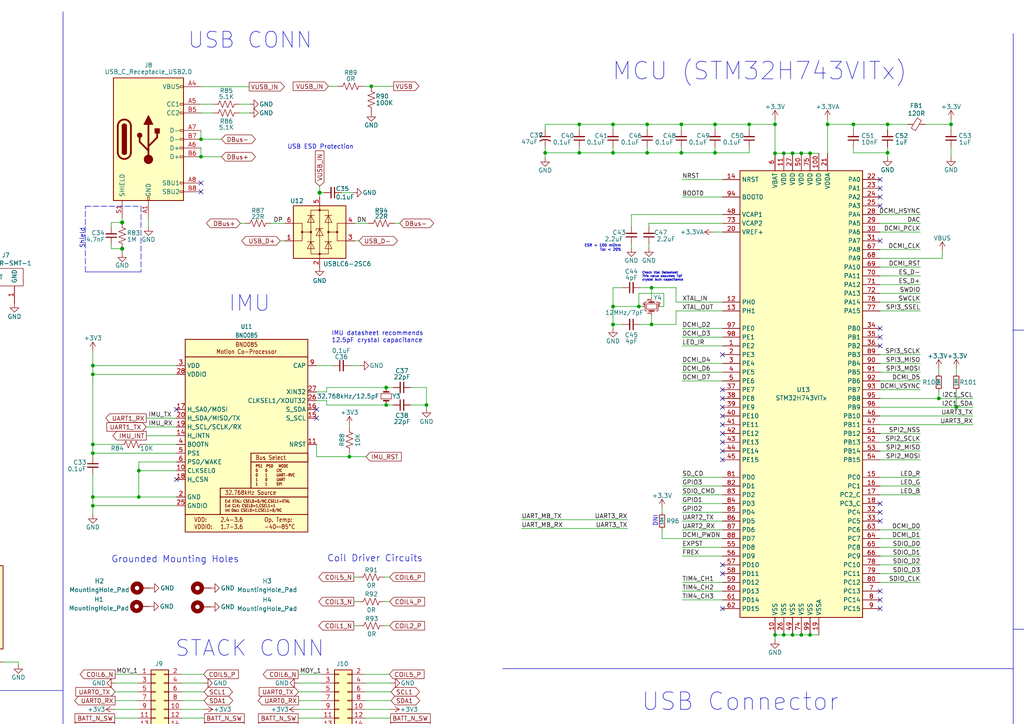
<source format=kicad_sch>
(kicad_sch (version 20231120) (generator "eeschema") (generator_version "8.0")
  (paper "A4")
  (lib_symbols
    (symbol "Analog_Switch:MAX40200AUK"
      (property "Reference" "U" (at -6.35 6.35 0))
      (property "Value" "MAX40200AUK" (at 7.62 6.35 0))
      (symbol "MAX40200AUK_1_1"
        (pin power_in line (at -10.16 2.54 0) (length 2.54) (name "VDD") (number "1"))
        (pin power_in line (at 0 -7.62 90) (length 2.54) (name "GND") (number "2"))
        (pin input line (at -10.16 -2.54 0) (length 2.54) (name "EN") (number "3"))
        (pin no_connect line (at 7.62 -2.54 180) (length 2.54) hide (name "NC") (number "4"))
        (pin passive line (at 10.16 2.54 180) (length 2.54) (name "OUT") (number "5"))
      )
    )
    (symbol "Connector:Micro_SD_Card_Det2"
      (property "Reference" "J" (at -16.51 17.78 0))
      (property "Value" "Micro_SD_Card_Det2" (at 16.51 17.78 0))
      (symbol "Micro_SD_Card_Det2_1_1"
        (pin bidirectional line (at -22.86 10.16 0) (length 3.81) (name "DAT2") (number "1"))
        (pin passive line (at -22.86 -10.16 0) (length 3.81) (name "DET_A") (number "10"))
        (pin passive line (at 20.32 -12.7 180) (length 3.81) (name "SHIELD") (number "11"))
        (pin bidirectional line (at -22.86 7.62 0) (length 3.81) (name "DAT3/CD") (number "2"))
        (pin input line (at -22.86 5.08 0) (length 3.81) (name "CMD") (number "3"))
        (pin power_in line (at -22.86 2.54 0) (length 3.81) (name "VDD") (number "4"))
        (pin input line (at -22.86 0 0) (length 3.81) (name "CLK") (number "5"))
        (pin power_in line (at -22.86 -2.54 0) (length 3.81) (name "VSS") (number "6"))
        (pin bidirectional line (at -22.86 -5.08 0) (length 3.81) (name "DAT0") (number "7"))
        (pin bidirectional line (at -22.86 -7.62 0) (length 3.81) (name "DAT1") (number "8"))
        (pin passive line (at -22.86 -12.7 0) (length 3.81) (name "DET_B") (number "9"))
      )
    )
    (symbol "Connector:TestPoint" (pin_numbers hide) (pin_names (offset 0.762) hide)
      (property "Reference" "TP" (at 0 6.858 0))
      (property "Value" "TestPoint" (at 0 5.08 0))
      (symbol "TestPoint_1_1"
        (pin passive line (at 0 0 90) (length 2.54) (name "1") (number "1"))
      )
    )
    (symbol "Connector:USB_C_Receptacle_USB2.0" (pin_names (offset 1.016))
      (property "Reference" "J" (at -10.16 19.05 0))
      (property "Value" "USB_C_Receptacle_USB2.0" (at 19.05 19.05 0))
      (symbol "USB_C_Receptacle_USB2.0_1_1"
        (pin passive line (at 0 -22.86 90) (length 5.08) (name "GND") (number "A1"))
        (pin passive line (at 0 -22.86 90) (length 5.08) hide (name "GND") (number "A12"))
        (pin passive line (at 15.24 15.24 180) (length 5.08) (name "VBUS") (number "A4"))
        (pin bidirectional line (at 15.24 10.16 180) (length 5.08) (name "CC1") (number "A5"))
        (pin bidirectional line (at 15.24 -2.54 180) (length 5.08) (name "D+") (number "A6"))
        (pin bidirectional line (at 15.24 2.54 180) (length 5.08) (name "D-") (number "A7"))
        (pin bidirectional line (at 15.24 -12.7 180) (length 5.08) (name "SBU1") (number "A8"))
        (pin passive line (at 15.24 15.24 180) (length 5.08) hide (name "VBUS") (number "A9"))
        (pin passive line (at 0 -22.86 90) (length 5.08) hide (name "GND") (number "B1"))
        (pin passive line (at 0 -22.86 90) (length 5.08) hide (name "GND") (number "B12"))
        (pin passive line (at 15.24 15.24 180) (length 5.08) hide (name "VBUS") (number "B4"))
        (pin bidirectional line (at 15.24 7.62 180) (length 5.08) (name "CC2") (number "B5"))
        (pin bidirectional line (at 15.24 -5.08 180) (length 5.08) (name "D+") (number "B6"))
        (pin bidirectional line (at 15.24 0 180) (length 5.08) (name "D-") (number "B7"))
        (pin bidirectional line (at 15.24 -15.24 180) (length 5.08) (name "SBU2") (number "B8"))
        (pin passive line (at 15.24 15.24 180) (length 5.08) hide (name "VBUS") (number "B9"))
        (pin passive line (at -7.62 -22.86 90) (length 5.08) (name "SHIELD") (number "S1"))
      )
    )
    (symbol "Connector_Generic:Conn_01x08" (pin_names (offset 1.016) hide)
      (property "Reference" "J" (at 0 10.16 0))
      (property "Value" "Conn_01x08" (at 0 -12.7 0))
      (symbol "Conn_01x08_1_1"
        (pin passive line (at -5.08 7.62 0) (length 3.81) (name "Pin_1") (number "1"))
        (pin passive line (at -5.08 5.08 0) (length 3.81) (name "Pin_2") (number "2"))
        (pin passive line (at -5.08 2.54 0) (length 3.81) (name "Pin_3") (number "3"))
        (pin passive line (at -5.08 0 0) (length 3.81) (name "Pin_4") (number "4"))
        (pin passive line (at -5.08 -2.54 0) (length 3.81) (name "Pin_5") (number "5"))
        (pin passive line (at -5.08 -5.08 0) (length 3.81) (name "Pin_6") (number "6"))
        (pin passive line (at -5.08 -7.62 0) (length 3.81) (name "Pin_7") (number "7"))
        (pin passive line (at -5.08 -10.16 0) (length 3.81) (name "Pin_8") (number "8"))
      )
    )
    (symbol "Connector_Generic:Conn_02x05_Odd_Even" (pin_names (offset 1.016) hide)
      (property "Reference" "J" (at 1.27 7.62 0))
      (property "Value" "Conn_02x05_Odd_Even" (at 1.27 -7.62 0))
      (symbol "Conn_02x05_Odd_Even_1_1"
        (pin passive line (at -5.08 5.08 0) (length 3.81) (name "Pin_1") (number "1"))
        (pin passive line (at 7.62 -5.08 180) (length 3.81) (name "Pin_10") (number "10"))
        (pin passive line (at 7.62 5.08 180) (length 3.81) (name "Pin_2") (number "2"))
        (pin passive line (at -5.08 2.54 0) (length 3.81) (name "Pin_3") (number "3"))
        (pin passive line (at 7.62 2.54 180) (length 3.81) (name "Pin_4") (number "4"))
        (pin passive line (at -5.08 0 0) (length 3.81) (name "Pin_5") (number "5"))
        (pin passive line (at 7.62 0 180) (length 3.81) (name "Pin_6") (number "6"))
        (pin passive line (at -5.08 -2.54 0) (length 3.81) (name "Pin_7") (number "7"))
        (pin passive line (at 7.62 -2.54 180) (length 3.81) (name "Pin_8") (number "8"))
        (pin passive line (at -5.08 -5.08 0) (length 3.81) (name "Pin_9") (number "9"))
      )
    )
    (symbol "Connector_Generic:Conn_02x07_Odd_Even" (pin_names (offset 1.016) hide)
      (property "Reference" "J" (at 1.27 10.16 0))
      (property "Value" "Conn_02x07_Odd_Even" (at 1.27 -10.16 0))
      (symbol "Conn_02x07_Odd_Even_1_1"
        (pin passive line (at -5.08 7.62 0) (length 3.81) (name "Pin_1") (number "1"))
        (pin passive line (at 7.62 -2.54 180) (length 3.81) (name "Pin_10") (number "10"))
        (pin passive line (at -5.08 -5.08 0) (length 3.81) (name "Pin_11") (number "11"))
        (pin passive line (at 7.62 -5.08 180) (length 3.81) (name "Pin_12") (number "12"))
        (pin passive line (at -5.08 -7.62 0) (length 3.81) (name "Pin_13") (number "13"))
        (pin passive line (at 7.62 -7.62 180) (length 3.81) (name "Pin_14") (number "14"))
        (pin passive line (at 7.62 7.62 180) (length 3.81) (name "Pin_2") (number "2"))
        (pin passive line (at -5.08 5.08 0) (length 3.81) (name "Pin_3") (number "3"))
        (pin passive line (at 7.62 5.08 180) (length 3.81) (name "Pin_4") (number "4"))
        (pin passive line (at -5.08 2.54 0) (length 3.81) (name "Pin_5") (number "5"))
        (pin passive line (at 7.62 2.54 180) (length 3.81) (name "Pin_6") (number "6"))
        (pin passive line (at -5.08 0 0) (length 3.81) (name "Pin_7") (number "7"))
        (pin passive line (at 7.62 0 180) (length 3.81) (name "Pin_8") (number "8"))
        (pin passive line (at -5.08 -2.54 0) (length 3.81) (name "Pin_9") (number "9"))
      )
    )
    (symbol "Connector_Generic:Conn_02x10_Odd_Even" (pin_names (offset 1.016) hide)
      (property "Reference" "J" (at 1.27 12.7 0))
      (property "Value" "Conn_02x10_Odd_Even" (at 1.27 -15.24 0))
      (symbol "Conn_02x10_Odd_Even_1_1"
        (pin passive line (at -5.08 10.16 0) (length 3.81) (name "Pin_1") (number "1"))
        (pin passive line (at 7.62 0 180) (length 3.81) (name "Pin_10") (number "10"))
        (pin passive line (at -5.08 -2.54 0) (length 3.81) (name "Pin_11") (number "11"))
        (pin passive line (at 7.62 -2.54 180) (length 3.81) (name "Pin_12") (number "12"))
        (pin passive line (at -5.08 -5.08 0) (length 3.81) (name "Pin_13") (number "13"))
        (pin passive line (at 7.62 -5.08 180) (length 3.81) (name "Pin_14") (number "14"))
        (pin passive line (at -5.08 -7.62 0) (length 3.81) (name "Pin_15") (number "15"))
        (pin passive line (at 7.62 -7.62 180) (length 3.81) (name "Pin_16") (number "16"))
        (pin passive line (at -5.08 -10.16 0) (length 3.81) (name "Pin_17") (number "17"))
        (pin passive line (at 7.62 -10.16 180) (length 3.81) (name "Pin_18") (number "18"))
        (pin passive line (at -5.08 -12.7 0) (length 3.81) (name "Pin_19") (number "19"))
        (pin passive line (at 7.62 10.16 180) (length 3.81) (name "Pin_2") (number "2"))
        (pin passive line (at 7.62 -12.7 180) (length 3.81) (name "Pin_20") (number "20"))
        (pin passive line (at -5.08 7.62 0) (length 3.81) (name "Pin_3") (number "3"))
        (pin passive line (at 7.62 7.62 180) (length 3.81) (name "Pin_4") (number "4"))
        (pin passive line (at -5.08 5.08 0) (length 3.81) (name "Pin_5") (number "5"))
        (pin passive line (at 7.62 5.08 180) (length 3.81) (name "Pin_6") (number "6"))
        (pin passive line (at -5.08 2.54 0) (length 3.81) (name "Pin_7") (number "7"))
        (pin passive line (at 7.62 2.54 180) (length 3.81) (name "Pin_8") (number "8"))
        (pin passive line (at -5.08 0 0) (length 3.81) (name "Pin_9") (number "9"))
      )
    )
    (symbol "Device:C" (pin_numbers hide) (pin_names (offset 0.254))
      (property "Reference" "C" (at 0.635 2.54 0))
      (property "Value" "C" (at 0.635 -2.54 0))
      (symbol "C_1_1"
        (pin passive line (at 0 3.81 270) (length 2.794) (name "~") (number "1"))
        (pin passive line (at 0 -3.81 90) (length 2.794) (name "~") (number "2"))
      )
    )
    (symbol "Device:C_Polarized_Small_US" (pin_numbers hide) (pin_names (offset 0.254) hide)
      (property "Reference" "C" (at 0.254 1.778 0))
      (property "Value" "C_Polarized_Small_US" (at 0.254 -2.032 0))
      (symbol "C_Polarized_Small_US_1_1"
        (pin passive line (at 0 2.54 270) (length 2.032) (name "~") (number "1"))
        (pin passive line (at 0 -2.54 90) (length 2.032) (name "~") (number "2"))
      )
    )
    (symbol "Device:C_Small" (pin_numbers hide) (pin_names (offset 0.254) hide)
      (property "Reference" "C" (at 0.254 1.778 0))
      (property "Value" "C_Small" (at 0.254 -2.032 0))
      (symbol "C_Small_1_1"
        (pin passive line (at 0 2.54 270) (length 2.032) (name "~") (number "1"))
        (pin passive line (at 0 -2.54 90) (length 2.032) (name "~") (number "2"))
      )
    )
    (symbol "Device:Crystal_GND24_Small" (pin_names (offset 1.016) hide)
      (property "Reference" "Y" (at 1.27 4.445 0))
      (property "Value" "Crystal_GND24_Small" (at 1.27 2.54 0))
      (symbol "Crystal_GND24_Small_1_1"
        (pin passive line (at -2.54 0 0) (length 1.27) (name "1") (number "1"))
        (pin passive line (at 0 -2.54 90) (length 0.635) (name "2") (number "2"))
        (pin passive line (at 2.54 0 180) (length 1.27) (name "3") (number "3"))
        (pin passive line (at 0 2.54 270) (length 0.635) (name "4") (number "4"))
      )
    )
    (symbol "Device:Crystal_Small" (pin_numbers hide) (pin_names (offset 1.016) hide)
      (property "Reference" "Y" (at 0 2.54 0))
      (property "Value" "Crystal_Small" (at 0 -2.54 0))
      (symbol "Crystal_Small_1_1"
        (pin passive line (at -2.54 0 0) (length 1.27) (name "1") (number "1"))
        (pin passive line (at 2.54 0 180) (length 1.27) (name "2") (number "2"))
      )
    )
    (symbol "Device:D_Schottky" (pin_numbers hide) (pin_names (offset 1.016) hide)
      (property "Reference" "D" (at 0 2.54 0))
      (property "Value" "D_Schottky" (at 0 -2.54 0))
      (symbol "D_Schottky_1_1"
        (pin passive line (at -3.81 0 0) (length 2.54) (name "K") (number "1"))
        (pin passive line (at 3.81 0 180) (length 2.54) (name "A") (number "2"))
      )
    )
    (symbol "Device:D_Schottky_Small" (pin_numbers hide) (pin_names (offset 0.254) hide)
      (property "Reference" "D" (at -1.27 2.032 0))
      (property "Value" "D_Schottky_Small" (at -7.112 -2.032 0))
      (symbol "D_Schottky_Small_1_1"
        (pin passive line (at -2.54 0 0) (length 1.778) (name "K") (number "1"))
        (pin passive line (at 2.54 0 180) (length 1.778) (name "A") (number "2"))
      )
    )
    (symbol "Device:FerriteBead_Small" (pin_numbers hide) (pin_names (offset 0))
      (property "Reference" "FB" (at 1.905 1.27 0))
      (property "Value" "FerriteBead_Small" (at 1.905 -1.27 0))
      (symbol "FerriteBead_Small_1_1"
        (pin passive line (at 0 2.54 270) (length 1.27) (name "~") (number "1"))
        (pin passive line (at 0 -2.54 90) (length 1.27) (name "~") (number "2"))
      )
    )
    (symbol "Device:Filter_EMI_CommonMode" (pin_names (offset 0.254) hide)
      (property "Reference" "FL" (at 0 4.445 0))
      (property "Value" "Filter_EMI_CommonMode" (at 0 -4.445 0))
      (symbol "Filter_EMI_CommonMode_1_1"
        (pin passive line (at -5.08 2.54 0) (length 2.54) (name "1") (number "1"))
        (pin passive line (at 5.08 2.54 180) (length 2.54) (name "2") (number "2"))
        (pin passive line (at -5.08 -2.54 0) (length 2.54) (name "3") (number "3"))
        (pin passive line (at 5.08 -2.54 180) (length 2.54) (name "4") (number "4"))
      )
    )
    (symbol "Device:L" (pin_numbers hide) (pin_names (offset 1.016) hide)
      (property "Reference" "L" (at -1.27 0 90))
      (property "Value" "L" (at 1.905 0 90))
      (symbol "L_1_1"
        (pin passive line (at 0 3.81 270) (length 1.27) (name "1") (number "1"))
        (pin passive line (at 0 -3.81 90) (length 1.27) (name "2") (number "2"))
      )
    )
    (symbol "Device:LED_ABRG" (pin_names (offset 0) hide)
      (property "Reference" "D" (at 0 9.398 0))
      (property "Value" "LED_ABRG" (at 0 -8.89 0))
      (symbol "LED_ABRG_0_0"
        (text "B" (at -1.905 -6.35 0) (effects (font (size 1.27 1.27))))
        (text "G" (at -1.905 -1.27 0) (effects (font (size 1.27 1.27))))
        (text "R" (at -1.905 3.81 0) (effects (font (size 1.27 1.27))))
      )
      (symbol "LED_ABRG_1_1"
        (pin passive line (at 5.08 0 180) (length 2.54) (name "A") (number "1"))
        (pin passive line (at -5.08 -5.08 0) (length 2.54) (name "BK") (number "2"))
        (pin passive line (at -5.08 5.08 0) (length 2.54) (name "RK") (number "3"))
        (pin passive line (at -5.08 0 0) (length 2.54) (name "GK") (number "4"))
      )
    )
    (symbol "Device:R_Pack04" (pin_names (offset 0) hide)
      (property "Reference" "RN" (at -7.62 0 90))
      (property "Value" "R_Pack04" (at 5.08 0 90))
      (symbol "R_Pack04_1_1"
        (pin passive line (at -5.08 -5.08 90) (length 2.54) (name "R1.1") (number "1"))
        (pin passive line (at -2.54 -5.08 90) (length 2.54) (name "R2.1") (number "2"))
        (pin passive line (at 0 -5.08 90) (length 2.54) (name "R3.1") (number "3"))
        (pin passive line (at 2.54 -5.08 90) (length 2.54) (name "R4.1") (number "4"))
        (pin passive line (at 2.54 5.08 270) (length 2.54) (name "R4.2") (number "5"))
        (pin passive line (at 0 5.08 270) (length 2.54) (name "R3.2") (number "6"))
        (pin passive line (at -2.54 5.08 270) (length 2.54) (name "R2.2") (number "7"))
        (pin passive line (at -5.08 5.08 270) (length 2.54) (name "R1.2") (number "8"))
      )
    )
    (symbol "Device:R_Small" (pin_numbers hide) (pin_names (offset 0.254) hide)
      (property "Reference" "R" (at 0.762 0.508 0))
      (property "Value" "R_Small" (at 0.762 -1.016 0))
      (symbol "R_Small_1_1"
        (pin passive line (at 0 2.54 270) (length 0.762) (name "~") (number "1"))
        (pin passive line (at 0 -2.54 90) (length 0.762) (name "~") (number "2"))
      )
    )
    (symbol "Device:R_Small_US" (pin_numbers hide) (pin_names (offset 0.254) hide)
      (property "Reference" "R" (at 0.762 0.508 0))
      (property "Value" "R_Small_US" (at 0.762 -1.016 0))
      (symbol "R_Small_US_1_1"
        (pin passive line (at 0 2.54 270) (length 1.016) (name "~") (number "1"))
        (pin passive line (at 0 -2.54 90) (length 1.016) (name "~") (number "2"))
      )
    )
    (symbol "Device:R_US" (pin_numbers hide) (pin_names (offset 0))
      (property "Reference" "R" (at 2.54 0 90))
      (property "Value" "R_US" (at -2.54 0 90))
      (symbol "R_US_1_1"
        (pin passive line (at 0 3.81 270) (length 1.27) (name "~") (number "1"))
        (pin passive line (at 0 -3.81 90) (length 1.27) (name "~") (number "2"))
      )
    )
    (symbol "Diode:Z1SMAxxx" (pin_numbers hide) (pin_names hide)
      (property "Reference" "D" (at 0 2.54 0))
      (property "Value" "Z1SMAxxx" (at 0 -2.54 0))
      (symbol "Z1SMAxxx_1_1"
        (pin passive line (at -3.81 0 0) (length 2.54) (name "K") (number "1"))
        (pin passive line (at 3.81 0 180) (length 2.54) (name "A") (number "2"))
      )
    )
    (symbol "MCU_ST_STM32H7:STM32H743VITx"
      (property "Reference" "U" (at -17.78 64.77 0))
      (property "Value" "STM32H743VITx" (at 10.16 64.77 0))
      (symbol "STM32H743VITx_1_1"
        (pin bidirectional line (at -22.86 12.7 0) (length 5.08) (name "PE2") (number "1"))
        (pin power_in line (at -7.62 -71.12 90) (length 5.08) (name "VSS") (number "10"))
        (pin power_in line (at 5.08 68.58 270) (length 5.08) (name "VDD") (number "100"))
        (pin power_in line (at -5.08 68.58 270) (length 5.08) (name "VDD") (number "11"))
        (pin input line (at -22.86 25.4 0) (length 5.08) (name "PH0") (number "12"))
        (pin input line (at -22.86 22.86 0) (length 5.08) (name "PH1") (number "13"))
        (pin input line (at -22.86 60.96 0) (length 5.08) (name "NRST") (number "14"))
        (pin bidirectional line (at 22.86 -25.4 180) (length 5.08) (name "PC0") (number "15"))
        (pin bidirectional line (at 22.86 -27.94 180) (length 5.08) (name "PC1") (number "16"))
        (pin bidirectional line (at 22.86 -30.48 180) (length 5.08) (name "PC2_C") (number "17"))
        (pin bidirectional line (at 22.86 -33.02 180) (length 5.08) (name "PC3_C") (number "18"))
        (pin power_in line (at 5.08 -71.12 90) (length 5.08) (name "VSSA") (number "19"))
        (pin bidirectional line (at -22.86 10.16 0) (length 5.08) (name "PE3") (number "2"))
        (pin bidirectional line (at -22.86 45.72 0) (length 5.08) (name "VREF+") (number "20"))
        (pin power_in line (at 7.62 68.58 270) (length 5.08) (name "VDDA") (number "21"))
        (pin bidirectional line (at 22.86 60.96 180) (length 5.08) (name "PA0") (number "22"))
        (pin bidirectional line (at 22.86 58.42 180) (length 5.08) (name "PA1") (number "23"))
        (pin bidirectional line (at 22.86 55.88 180) (length 5.08) (name "PA2") (number "24"))
        (pin bidirectional line (at 22.86 53.34 180) (length 5.08) (name "PA3") (number "25"))
        (pin power_in line (at -5.08 -71.12 90) (length 5.08) (name "VSS") (number "26"))
        (pin power_in line (at -2.54 68.58 270) (length 5.08) (name "VDD") (number "27"))
        (pin bidirectional line (at 22.86 50.8 180) (length 5.08) (name "PA4") (number "28"))
        (pin bidirectional line (at 22.86 48.26 180) (length 5.08) (name "PA5") (number "29"))
        (pin bidirectional line (at -22.86 7.62 0) (length 5.08) (name "PE4") (number "3"))
        (pin bidirectional line (at 22.86 45.72 180) (length 5.08) (name "PA6") (number "30"))
        (pin bidirectional line (at 22.86 43.18 180) (length 5.08) (name "PA7") (number "31"))
        (pin bidirectional line (at 22.86 -35.56 180) (length 5.08) (name "PC4") (number "32"))
        (pin bidirectional line (at 22.86 -38.1 180) (length 5.08) (name "PC5") (number "33"))
        (pin bidirectional line (at 22.86 17.78 180) (length 5.08) (name "PB0") (number "34"))
        (pin bidirectional line (at 22.86 15.24 180) (length 5.08) (name "PB1") (number "35"))
        (pin bidirectional line (at 22.86 12.7 180) (length 5.08) (name "PB2") (number "36"))
        (pin bidirectional line (at -22.86 0 0) (length 5.08) (name "PE7") (number "37"))
        (pin bidirectional line (at -22.86 -2.54 0) (length 5.08) (name "PE8") (number "38"))
        (pin bidirectional line (at -22.86 -5.08 0) (length 5.08) (name "PE9") (number "39"))
        (pin bidirectional line (at -22.86 5.08 0) (length 5.08) (name "PE5") (number "4"))
        (pin bidirectional line (at -22.86 -7.62 0) (length 5.08) (name "PE10") (number "40"))
        (pin bidirectional line (at -22.86 -10.16 0) (length 5.08) (name "PE11") (number "41"))
        (pin bidirectional line (at -22.86 -12.7 0) (length 5.08) (name "PE12") (number "42"))
        (pin bidirectional line (at -22.86 -15.24 0) (length 5.08) (name "PE13") (number "43"))
        (pin bidirectional line (at -22.86 -17.78 0) (length 5.08) (name "PE14") (number "44"))
        (pin bidirectional line (at -22.86 -20.32 0) (length 5.08) (name "PE15") (number "45"))
        (pin bidirectional line (at 22.86 -7.62 180) (length 5.08) (name "PB10") (number "46"))
        (pin bidirectional line (at 22.86 -10.16 180) (length 5.08) (name "PB11") (number "47"))
        (pin power_in line (at -22.86 50.8 0) (length 5.08) (name "VCAP1") (number "48"))
        (pin power_in line (at -2.54 -71.12 90) (length 5.08) (name "VSS") (number "49"))
        (pin bidirectional line (at -22.86 2.54 0) (length 5.08) (name "PE6") (number "5"))
        (pin power_in line (at 0 68.58 270) (length 5.08) (name "VDD") (number "50"))
        (pin bidirectional line (at 22.86 -12.7 180) (length 5.08) (name "PB12") (number "51"))
        (pin bidirectional line (at 22.86 -15.24 180) (length 5.08) (name "PB13") (number "52"))
        (pin bidirectional line (at 22.86 -17.78 180) (length 5.08) (name "PB14") (number "53"))
        (pin bidirectional line (at 22.86 -20.32 180) (length 5.08) (name "PB15") (number "54"))
        (pin bidirectional line (at -22.86 -45.72 0) (length 5.08) (name "PD8") (number "55"))
        (pin bidirectional line (at -22.86 -48.26 0) (length 5.08) (name "PD9") (number "56"))
        (pin bidirectional line (at -22.86 -50.8 0) (length 5.08) (name "PD10") (number "57"))
        (pin bidirectional line (at -22.86 -53.34 0) (length 5.08) (name "PD11") (number "58"))
        (pin bidirectional line (at -22.86 -55.88 0) (length 5.08) (name "PD12") (number "59"))
        (pin power_in line (at -7.62 68.58 270) (length 5.08) (name "VBAT") (number "6"))
        (pin bidirectional line (at -22.86 -58.42 0) (length 5.08) (name "PD13") (number "60"))
        (pin bidirectional line (at -22.86 -60.96 0) (length 5.08) (name "PD14") (number "61"))
        (pin bidirectional line (at -22.86 -63.5 0) (length 5.08) (name "PD15") (number "62"))
        (pin bidirectional line (at 22.86 -40.64 180) (length 5.08) (name "PC6") (number "63"))
        (pin bidirectional line (at 22.86 -43.18 180) (length 5.08) (name "PC7") (number "64"))
        (pin bidirectional line (at 22.86 -45.72 180) (length 5.08) (name "PC8") (number "65"))
        (pin bidirectional line (at 22.86 -48.26 180) (length 5.08) (name "PC9") (number "66"))
        (pin bidirectional line (at 22.86 40.64 180) (length 5.08) (name "PA8") (number "67"))
        (pin bidirectional line (at 22.86 38.1 180) (length 5.08) (name "PA9") (number "68"))
        (pin bidirectional line (at 22.86 35.56 180) (length 5.08) (name "PA10") (number "69"))
        (pin bidirectional line (at 22.86 -58.42 180) (length 5.08) (name "PC13") (number "7"))
        (pin bidirectional line (at 22.86 33.02 180) (length 5.08) (name "PA11") (number "70"))
        (pin bidirectional line (at 22.86 30.48 180) (length 5.08) (name "PA12") (number "71"))
        (pin bidirectional line (at 22.86 27.94 180) (length 5.08) (name "PA13") (number "72"))
        (pin power_in line (at -22.86 48.26 0) (length 5.08) (name "VCAP2") (number "73"))
        (pin power_in line (at 0 -71.12 90) (length 5.08) (name "VSS") (number "74"))
        (pin power_in line (at 2.54 68.58 270) (length 5.08) (name "VDD") (number "75"))
        (pin bidirectional line (at 22.86 25.4 180) (length 5.08) (name "PA14") (number "76"))
        (pin bidirectional line (at 22.86 22.86 180) (length 5.08) (name "PA15") (number "77"))
        (pin bidirectional line (at 22.86 -50.8 180) (length 5.08) (name "PC10") (number "78"))
        (pin bidirectional line (at 22.86 -53.34 180) (length 5.08) (name "PC11") (number "79"))
        (pin bidirectional line (at 22.86 -60.96 180) (length 5.08) (name "PC14") (number "8"))
        (pin bidirectional line (at 22.86 -55.88 180) (length 5.08) (name "PC12") (number "80"))
        (pin bidirectional line (at -22.86 -25.4 0) (length 5.08) (name "PD0") (number "81"))
        (pin bidirectional line (at -22.86 -27.94 0) (length 5.08) (name "PD1") (number "82"))
        (pin bidirectional line (at -22.86 -30.48 0) (length 5.08) (name "PD2") (number "83"))
        (pin bidirectional line (at -22.86 -33.02 0) (length 5.08) (name "PD3") (number "84"))
        (pin bidirectional line (at -22.86 -35.56 0) (length 5.08) (name "PD4") (number "85"))
        (pin bidirectional line (at -22.86 -38.1 0) (length 5.08) (name "PD5") (number "86"))
        (pin bidirectional line (at -22.86 -40.64 0) (length 5.08) (name "PD6") (number "87"))
        (pin bidirectional line (at -22.86 -43.18 0) (length 5.08) (name "PD7") (number "88"))
        (pin bidirectional line (at 22.86 10.16 180) (length 5.08) (name "PB3") (number "89"))
        (pin bidirectional line (at 22.86 -63.5 180) (length 5.08) (name "PC15") (number "9"))
        (pin bidirectional line (at 22.86 7.62 180) (length 5.08) (name "PB4") (number "90"))
        (pin bidirectional line (at 22.86 5.08 180) (length 5.08) (name "PB5") (number "91"))
        (pin bidirectional line (at 22.86 2.54 180) (length 5.08) (name "PB6") (number "92"))
        (pin bidirectional line (at 22.86 0 180) (length 5.08) (name "PB7") (number "93"))
        (pin input line (at -22.86 55.88 0) (length 5.08) (name "BOOT0") (number "94"))
        (pin bidirectional line (at 22.86 -2.54 180) (length 5.08) (name "PB8") (number "95"))
        (pin bidirectional line (at 22.86 -5.08 180) (length 5.08) (name "PB9") (number "96"))
        (pin bidirectional line (at -22.86 17.78 0) (length 5.08) (name "PE0") (number "97"))
        (pin bidirectional line (at -22.86 15.24 0) (length 5.08) (name "PE1") (number "98"))
        (pin power_in line (at 2.54 -71.12 90) (length 5.08) (name "VSS") (number "99"))
      )
    )
    (symbol "Mechanical:MountingHole_Pad" (pin_numbers hide) (pin_names (offset 1.016) hide)
      (property "Reference" "H" (at 0 6.35 0))
      (property "Value" "MountingHole_Pad" (at 0 4.445 0))
      (symbol "MountingHole_Pad_1_1"
        (pin input line (at 0 -2.54 90) (length 2.54) (name "1") (number "1"))
      )
    )
    (symbol "Memory_NVRAM:MR25H40" (pin_names (offset 1.016))
      (property "Reference" "U" (at -7.62 8.89 0))
      (property "Value" "MR25H40" (at 1.27 8.89 0))
      (symbol "MR25H40_1_1"
        (pin input line (at -10.16 -2.54 0) (length 2.54) (name "~{CS}") (number "1"))
        (pin output line (at 10.16 0 180) (length 2.54) (name "SO") (number "2"))
        (pin input line (at -10.16 2.54 0) (length 2.54) (name "~{WP}") (number "3"))
        (pin power_in line (at 0 -10.16 90) (length 2.54) (name "VSS") (number "4"))
        (pin input line (at 10.16 -2.54 180) (length 2.54) (name "SI") (number "5"))
        (pin input line (at 10.16 2.54 180) (length 2.54) (name "SCK") (number "6"))
        (pin input line (at -10.16 0 0) (length 2.54) (name "~{HOLD}") (number "7"))
        (pin power_in line (at 0 10.16 270) (length 2.54) (name "VDD") (number "8"))
        (pin power_in line (at -2.54 -10.16 90) (length 2.54) (name "PAD") (number "9"))
      )
    )
    (symbol "Power_Management:LTC4412xS6"
      (property "Reference" "U" (at -6.35 8.89 0))
      (property "Value" "LTC4412xS6" (at 6.35 8.89 0))
      (symbol "LTC4412xS6_1_1"
        (pin power_in line (at -10.16 2.54 0) (length 2.54) (name "VIN") (number "1"))
        (pin power_in line (at 0 -10.16 90) (length 2.54) (name "GND") (number "2"))
        (pin input line (at -10.16 -2.54 0) (length 2.54) (name "CTL") (number "3"))
        (pin open_collector line (at 10.16 -2.54 180) (length 2.54) (name "STAT") (number "4"))
        (pin output line (at 0 10.16 270) (length 2.54) (name "GATE") (number "5"))
        (pin input line (at 10.16 2.54 180) (length 2.54) (name "SENSE") (number "6"))
      )
    )
    (symbol "Power_Protection:USBLC6-2SC6" (pin_names hide)
      (property "Reference" "U" (at 2.54 8.89 0))
      (property "Value" "USBLC6-2SC6" (at 2.54 -8.89 0))
      (symbol "USBLC6-2SC6_1_1"
        (pin passive line (at -10.16 -2.54 0) (length 2.54) (name "I/O1") (number "1"))
        (pin passive line (at 0 -10.16 90) (length 2.54) (name "GND") (number "2"))
        (pin passive line (at 10.16 -2.54 180) (length 2.54) (name "I/O2") (number "3"))
        (pin passive line (at 10.16 2.54 180) (length 2.54) (name "I/O2") (number "4"))
        (pin passive line (at 0 10.16 270) (length 2.54) (name "VBUS") (number "5"))
        (pin passive line (at -10.16 2.54 0) (length 2.54) (name "I/O1") (number "6"))
      )
    )
    (symbol "Regulator_Linear:AP2112K-3.3" (pin_names (offset 0.254))
      (property "Reference" "U" (at -5.08 5.715 0))
      (property "Value" "AP2112K-3.3" (at 0 5.715 0))
      (symbol "AP2112K-3.3_1_1"
        (pin power_in line (at -7.62 2.54 0) (length 2.54) (name "VIN") (number "1"))
        (pin power_in line (at 0 -7.62 90) (length 2.54) (name "GND") (number "2"))
        (pin input line (at -7.62 0 0) (length 2.54) (name "EN") (number "3"))
        (pin no_connect line (at 5.08 0 180) (length 2.54) hide (name "NC") (number "4"))
        (pin power_out line (at 7.62 2.54 180) (length 2.54) (name "VOUT") (number "5"))
      )
    )
    (symbol "Regulator_Linear:AP2127K-2.8" (pin_names (offset 0.254))
      (property "Reference" "U" (at -5.08 5.715 0))
      (property "Value" "AP2127K-2.8" (at 0 5.715 0))
      (symbol "AP2127K-2.8_1_1"
        (pin power_in line (at -7.62 2.54 0) (length 2.54) (name "VIN") (number "1"))
        (pin power_in line (at 0 -7.62 90) (length 2.54) (name "GND") (number "2"))
        (pin input line (at -7.62 0 0) (length 2.54) (name "EN") (number "3"))
        (pin no_connect line (at 5.08 0 180) (length 2.54) hide (name "NC") (number "4"))
        (pin power_out line (at 7.62 2.54 180) (length 2.54) (name "VOUT") (number "5"))
      )
    )
    (symbol "Switch:SW_Push" (pin_numbers hide) (pin_names (offset 1.016) hide)
      (property "Reference" "SW" (at 1.27 2.54 0))
      (property "Value" "SW_Push" (at 0 -1.524 0))
      (symbol "SW_Push_0_1"
        (pin passive line (at -5.08 0 0) (length 2.54) (name "1") (number "1"))
        (pin passive line (at 5.08 0 180) (length 2.54) (name "2") (number "2"))
      )
    )
    (symbol "Switch:SW_SPDT" (pin_names (offset 0) hide)
      (property "Reference" "SW" (at 0 4.318 0))
      (property "Value" "SW_SPDT" (at 0 -5.08 0))
      (symbol "SW_SPDT_1_1"
        (pin passive line (at 5.08 2.54 180) (length 2.54) (name "A") (number "1"))
        (pin passive line (at -5.08 0 0) (length 2.54) (name "B") (number "2"))
        (pin passive line (at 5.08 -2.54 180) (length 2.54) (name "C") (number "3"))
      )
    )
    (symbol "Timer_RTC:PCF8523TK"
      (property "Reference" "U" (at -10.16 8.89 0))
      (property "Value" "PCF8523TK" (at 3.81 8.89 0))
      (symbol "PCF8523TK_1_1"
        (pin input line (at -12.7 -2.54 0) (length 2.54) (name "OSCI") (number "1"))
        (pin output line (at -12.7 -5.08 0) (length 2.54) (name "OSCO") (number "2"))
        (pin power_in line (at 2.54 10.16 270) (length 2.54) (name "VBAT") (number "3"))
        (pin power_in line (at 0 -10.16 90) (length 2.54) (name "VSS") (number "4"))
        (pin bidirectional line (at -12.7 2.54 0) (length 2.54) (name "SDA") (number "5"))
        (pin input line (at -12.7 5.08 0) (length 2.54) (name "SCL") (number "6"))
        (pin open_collector line (at 12.7 0 180) (length 2.54) (name "~{INT1}/CLKOUT") (number "7"))
        (pin power_in line (at -2.54 10.16 270) (length 2.54) (name "VDD") (number "8"))
        (pin passive line (at 0 -10.16 90) (length 2.54) hide (name "VSS") (number "9"))
      )
    )
    (symbol "Transistor_BJT:MBT2222ADW1T1" (pin_names (offset 0) hide)
      (property "Reference" "Q" (at 5.08 1.27 0))
      (property "Value" "MBT2222ADW1T1" (at 5.08 -1.27 0))
      (symbol "MBT2222ADW1T1_1_1"
        (pin passive line (at 2.54 -5.08 90) (length 2.54) (name "E1") (number "1"))
        (pin input line (at -5.08 0 0) (length 2.54) (name "B1") (number "2"))
        (pin passive line (at 2.54 5.08 270) (length 2.54) (name "C1") (number "6"))
      )
      (symbol "MBT2222ADW1T1_2_1"
        (pin passive line (at 2.54 5.08 270) (length 2.54) (name "C2") (number "3"))
        (pin passive line (at 2.54 -5.08 90) (length 2.54) (name "E2") (number "4"))
        (pin input line (at -5.08 0 0) (length 2.54) (name "B2") (number "5"))
      )
    )
    (symbol "Transistor_FET:IRLML2060" (pin_names hide)
      (property "Reference" "Q" (at 5.08 1.905 0))
      (property "Value" "IRLML2060" (at 5.08 0 0))
      (symbol "IRLML2060_1_1"
        (pin input line (at -5.08 0 0) (length 2.54) (name "G") (number "1"))
        (pin passive line (at 2.54 -5.08 90) (length 2.54) (name "S") (number "2"))
        (pin passive line (at 2.54 5.08 270) (length 2.54) (name "D") (number "3"))
      )
    )
    (symbol "cameraboard:MOLEX_5051102491" (pin_names (offset 1.016) hide)
      (property "Reference" "J4" (at 2.54 1.27 0))
      (property "Value" "MOLEX_5051102491" (at 2.54 -1.27 0))
      (symbol "MOLEX_5051102491_1_1"
        (pin passive line (at -5.08 27.94 0) (length 3.81) (name "Pin_1") (number "1"))
        (pin passive line (at -5.08 5.08 0) (length 3.81) (name "Pin_10") (number "10"))
        (pin passive line (at -5.08 2.54 0) (length 3.81) (name "Pin_11") (number "11"))
        (pin passive line (at -5.08 0 0) (length 3.81) (name "Pin_12") (number "12"))
        (pin passive line (at -5.08 -2.54 0) (length 3.81) (name "Pin_13") (number "13"))
        (pin passive line (at -5.08 -5.08 0) (length 3.81) (name "Pin_14") (number "14"))
        (pin passive line (at -5.08 -7.62 0) (length 3.81) (name "Pin_15") (number "15"))
        (pin passive line (at -5.08 -10.16 0) (length 3.81) (name "Pin_16") (number "16"))
        (pin passive line (at -5.08 -12.7 0) (length 3.81) (name "Pin_17") (number "17"))
        (pin passive line (at -5.08 -15.24 0) (length 3.81) (name "Pin_18") (number "18"))
        (pin passive line (at -5.08 -17.78 0) (length 3.81) (name "Pin_19") (number "19"))
        (pin passive line (at -5.08 25.4 0) (length 3.81) (name "Pin_2") (number "2"))
        (pin passive line (at -5.08 -20.32 0) (length 3.81) (name "Pin_20") (number "20"))
        (pin passive line (at -5.08 -22.86 0) (length 3.81) (name "Pin_21") (number "21"))
        (pin passive line (at -5.08 -25.4 0) (length 3.81) (name "Pin_22") (number "22"))
        (pin passive line (at -5.08 -27.94 0) (length 3.81) (name "Pin_23") (number "23"))
        (pin passive line (at -5.08 -30.48 0) (length 3.81) (name "Pin_24") (number "24"))
        (pin passive line (at -5.08 22.86 0) (length 3.81) (name "Pin_3") (number "3"))
        (pin passive line (at -5.08 20.32 0) (length 3.81) (name "Pin_4") (number "4"))
        (pin passive line (at -5.08 17.78 0) (length 3.81) (name "Pin_5") (number "5"))
        (pin passive line (at -5.08 15.24 0) (length 3.81) (name "Pin_6") (number "6"))
        (pin passive line (at -5.08 12.7 0) (length 3.81) (name "Pin_7") (number "7"))
        (pin passive line (at -5.08 10.16 0) (length 3.81) (name "Pin_8") (number "8"))
        (pin passive line (at -5.08 7.62 0) (length 3.81) (name "Pin_9") (number "9"))
        (pin input line (at -1.27 -34.29 90) (length 2.54) (name "P1") (number "P1"))
        (pin input line (at 1.27 -34.29 90) (length 2.54) (name "P2") (number "P2"))
      )
    )
    (symbol "cameraboard:SQ3495EV-T1" (pin_names hide)
      (property "Reference" "Q?" (at 6.35 0 90))
      (property "Value" "SQ3495EV-T1" (at 8.89 0 90))
      (symbol "SQ3495EV-T1_1_1"
        (pin passive line (at 2.54 5.08 270) (length 2.54) (name "D") (number "1"))
        (pin passive line (at 2.54 5.08 270) (length 2.54) hide (name "D") (number "2"))
        (pin input line (at -5.08 0 0) (length 2.54) (name "G") (number "3"))
        (pin passive line (at 2.54 -5.08 90) (length 2.54) (name "S") (number "4"))
        (pin passive line (at 2.54 5.08 270) (length 2.54) hide (name "D") (number "5"))
        (pin passive line (at 2.54 5.08 270) (length 2.54) hide (name "D") (number "6"))
      )
    )
    (symbol "cameraboard:USD-1040310811" (pin_names (offset 1.016))
      (property "Reference" "X2" (at -7.62 20.828 0))
      (property "Value" "USD-1040310811" (at -10.414 -21.082 0))
      (symbol "USD-1040310811_1_0"
        (pin bidirectional line (at -12.7 -2.54 0) (length 5.08) (name "DAT2") (number "1"))
        (pin power_in line (at -12.7 12.7 0) (length 5.08) (name "CD") (number "10"))
        (pin power_in line (at -12.7 -15.24 0) (length 5.08) (name "SHD") (number "11"))
        (pin bidirectional line (at -12.7 -5.08 0) (length 5.08) (name "DAT3/CD") (number "2"))
        (pin bidirectional line (at -12.7 7.62 0) (length 5.08) (name "CMD") (number "3"))
        (pin power_in line (at -12.7 17.78 0) (length 5.08) (name "VDD") (number "4"))
        (pin bidirectional line (at -12.7 10.16 0) (length 5.08) (name "CLK") (number "5"))
        (pin power_in line (at -12.7 -12.7 0) (length 5.08) (name "VSS") (number "6"))
        (pin bidirectional line (at -12.7 2.54 0) (length 5.08) (name "DAT0") (number "7"))
        (pin bidirectional line (at -12.7 0 0) (length 5.08) (name "DAT1") (number "8"))
        (pin power_in line (at -12.7 -10.16 0) (length 5.08) (name "CD_POL") (number "9"))
      )
    )
    (symbol "mainboard:BNO085"
      (property "Reference" "U" (at -17.78 29.21 0))
      (property "Value" "BNO085" (at -17.78 -30.48 0))
      (symbol "BNO085_1_0"
        (text "2.4-3.6\n1.7-3.6" (at -7.62 -25.4 0) (effects (font (size 1.27 1.0795)) (justify left)))
        (text "32.768kHz Source" (at -6.35 -16.51 0) (effects (font (size 1.27 1.0795)) (justify left)))
        (text "BNO085\nMotion Co-Processor" (at 0 25.4 0) (effects (font (size 1.27 1.0795))))
        (text "Bus Select" (at 2.54 -6.35 0) (effects (font (size 1.27 1.0795)) (justify left)))
        (text "Ext XTAL: CSEL0=0/NC,CSEL1=XTAL\nExt CLK: CSEL0=1,CSEL1=1\nInt Osc: CSEL0=1,CSEL1=0/NC" (at -6.35 -20.32 0) (effects (font (size 0.8128 0.6908)) (justify left)))
        (text "Op. Temp:\n-40~~85°C" (at 5.08 -25.4 0) (effects (font (size 1.27 1.0795)) (justify left)))
        (text "PS1  PS0   MODE\n0    0     I2C\n0    1     UART-RVC\n1    0     UART\n1    1     SPI" (at 2.54 -11.43 0) (effects (font (size 0.8128 0.6908)) (justify left)))
        (text "VDD:\nVDDIO:" (at -15.24 -25.4 0) (effects (font (size 1.27 1.0795)) (justify left)))
        (pin no_connect line (at 20.32 -20.32 180) (length 2.54) hide (name "NC") (number "1"))
        (pin input line (at -20.32 -10.16 0) (length 2.54) (name "CLKSEL0") (number "10"))
        (pin input line (at 20.32 -2.54 180) (length 2.54) (name "NRST") (number "11"))
        (pin no_connect line (at 20.32 -20.32 180) (length 2.54) hide (name "NC") (number "12"))
        (pin no_connect line (at 20.32 -20.32 180) (length 2.54) hide (name "NC") (number "13"))
        (pin output line (at -20.32 0 0) (length 2.54) (name "H_INTN") (number "14"))
        (pin bidirectional line (at 20.32 5.08 180) (length 2.54) (name "S_SCL") (number "15"))
        (pin bidirectional line (at 20.32 7.62 180) (length 2.54) (name "S_SDA") (number "16"))
        (pin output line (at -20.32 7.62 0) (length 2.54) (name "H_SA0/MOSI") (number "17"))
        (pin input line (at -20.32 -12.7 0) (length 2.54) (name "H_CSN") (number "18"))
        (pin bidirectional line (at -20.32 2.54 0) (length 2.54) (name "H_SCL/SCLK/RX") (number "19"))
        (pin power_in line (at -20.32 -17.78 0) (length 2.54) (name "GND") (number "2"))
        (pin bidirectional line (at -20.32 5.08 0) (length 2.54) (name "H_SDA/MISO/TX") (number "20"))
        (pin no_connect line (at 20.32 -20.32 180) (length 2.54) hide (name "NC") (number "21"))
        (pin no_connect line (at 20.32 -20.32 180) (length 2.54) hide (name "NC") (number "22"))
        (pin no_connect line (at 20.32 -20.32 180) (length 2.54) hide (name "NC") (number "23"))
        (pin no_connect line (at 20.32 -20.32 180) (length 2.54) hide (name "NC") (number "24"))
        (pin power_in line (at -20.32 -20.32 0) (length 2.54) (name "GNDIO") (number "25"))
        (pin output line (at 20.32 10.16 180) (length 2.54) (name "CLKSEL1/XOUT32") (number "26"))
        (pin input line (at 20.32 12.7 180) (length 2.54) (name "XIN32") (number "27"))
        (pin power_in line (at -20.32 17.78 0) (length 2.54) (name "VDDIO") (number "28"))
        (pin power_in line (at -20.32 20.32 0) (length 2.54) (name "VDD") (number "3"))
        (pin input line (at -20.32 -2.54 0) (length 2.54) (name "BOOTN") (number "4"))
        (pin input line (at -20.32 -5.08 0) (length 2.54) (name "PS1") (number "5"))
        (pin input line (at -20.32 -7.62 0) (length 2.54) (name "PS0/WAKE") (number "6"))
        (pin no_connect line (at 20.32 -20.32 180) (length 2.54) hide (name "NC") (number "7"))
        (pin no_connect line (at 20.32 -20.32 180) (length 2.54) hide (name "NC") (number "8"))
        (pin passive line (at 20.32 20.32 180) (length 2.54) (name "CAP") (number "9"))
      )
    )
    (symbol "mainboard:DRV8830DRC" (pin_names (offset 1.016))
      (property "Reference" "U" (at -8.89 15.24 0))
      (property "Value" "DRV8830DRC" (at -3.81 -15.24 0))
      (symbol "DRV8830DRC_1_1"
        (pin passive line (at 12.7 2.54 180) (length 2.54) (name "OUT2") (number "1"))
        (pin passive line (at -12.7 1.27 0) (length 2.54) (name "SCL") (number "10"))
        (pin power_in line (at 12.7 -11.43 180) (length 2.54) (name "EP") (number "11"))
        (pin passive line (at 12.7 -6.35 180) (length 2.54) (name "ISENSE") (number "2"))
        (pin passive line (at 12.7 7.62 180) (length 2.54) (name "OUT1") (number "3"))
        (pin power_in line (at -12.7 11.43 0) (length 2.54) (name "VCC") (number "4"))
        (pin power_in line (at -12.7 8.89 0) (length 2.54) (name "GND") (number "5"))
        (pin open_collector line (at -12.7 -11.43 0) (length 2.54) (name "FAULTn") (number "6"))
        (pin passive line (at -12.7 -3.81 0) (length 2.54) (name "A0") (number "7"))
        (pin passive line (at -12.7 -6.35 0) (length 2.54) (name "A1") (number "8"))
        (pin passive line (at -12.7 3.81 0) (length 2.54) (name "SDA") (number "9"))
      )
    )
    (symbol "mainboard:MAX708RESA+" (pin_names (offset 1.016))
      (property "Reference" "U" (at -12.7 11.43 0))
      (property "Value" "MAX708RESA+" (at -12.7 -12.7 0))
      (symbol "MAX708RESA+_1_0"
        (pin input line (at -17.78 2.54 0) (length 5.08) (name "~{MR}") (number "1"))
        (pin power_in line (at -17.78 7.62 0) (length 5.08) (name "VCC") (number "2"))
        (pin power_in line (at 17.78 -7.62 180) (length 5.08) (name "GND") (number "3"))
        (pin input line (at -17.78 -2.54 0) (length 5.08) (name "PFI") (number "4"))
        (pin output line (at 17.78 2.54 180) (length 5.08) (name "~{PFO}") (number "5"))
        (pin input line (at -17.78 -7.62 0) (length 5.08) (name "~{WDI}") (number "6"))
        (pin output line (at 17.78 7.62 180) (length 5.08) (name "~{RESET}") (number "7"))
        (pin output line (at 17.78 -2.54 180) (length 5.08) (name "~{WDO}") (number "8"))
      )
    )
    (symbol "mainboard:MMBT2907" (pin_names (offset 0) hide)
      (property "Reference" "Q" (at 6.35 1.27 0))
      (property "Value" "MMBT2907" (at 11.43 -1.27 0))
      (symbol "MMBT2907_1_1"
        (pin input line (at -5.08 0 0) (length 5.715) (name "B") (number "1"))
        (pin passive line (at 2.54 -5.08 90) (length 2.54) (name "E") (number "2"))
        (pin passive line (at 2.54 5.08 270) (length 2.54) (name "C") (number "3"))
      )
    )
    (symbol "mainboard:NX3008NBKS" (pin_names (offset 0.762) hide)
      (property "Reference" "Q" (at 5.08 1.27 0))
      (property "Value" "NX3008NBKS" (at 5.08 -1.27 0))
      (symbol "NX3008NBKS_1_1"
        (pin passive line (at 1.27 -5.08 90) (length 2.54) (name "S2") (number "1"))
        (pin input line (at -6.35 0 0) (length 2.54) (name "G2") (number "2"))
        (pin passive line (at 1.27 5.08 270) (length 2.54) (name "D1") (number "6"))
      )
      (symbol "NX3008NBKS_2_1"
        (pin passive line (at 1.27 5.08 270) (length 2.54) (name "D2") (number "3"))
        (pin passive line (at 1.27 -5.08 90) (length 2.54) (name "S1") (number "4"))
        (pin input line (at -6.35 0 0) (length 2.54) (name "G1") (number "5"))
      )
    )
    (symbol "mainboard:RFM98PW" (pin_names (offset 1.016))
      (property "Reference" "U" (at -7.62 10.16 0))
      (property "Value" "RFM98PW" (at -2.54 -13.97 0))
      (symbol "RFM98PW_0_0"
        (pin bidirectional line (at 17.78 -10.16 180) (length 5.08) hide (name "GND") (number "17"))
        (pin bidirectional line (at 2.54 15.24 270) (length 5.08) (name "VCC") (number "5"))
      )
      (symbol "RFM98PW_1_0"
        (pin bidirectional line (at 17.78 7.62 180) (length 5.08) (name "ANT") (number "1"))
        (pin bidirectional line (at -12.7 -5.08 0) (length 5.08) (name "MISO") (number "10"))
        (pin bidirectional line (at -12.7 -2.54 0) (length 5.08) (name "MOSI") (number "11"))
        (pin bidirectional line (at -12.7 0 0) (length 5.08) (name "SCK") (number "12"))
        (pin bidirectional line (at -12.7 2.54 0) (length 5.08) (name "NSS") (number "13"))
        (pin bidirectional line (at -12.7 5.08 0) (length 5.08) (name "RESET") (number "14"))
        (pin bidirectional line (at 17.78 -2.54 180) (length 5.08) (name "GPIO_5") (number "15"))
        (pin bidirectional line (at 17.78 -10.16 180) (length 5.08) (name "GND") (number "16"))
        (pin bidirectional line (at 17.78 -10.16 180) (length 5.08) (name "GND") (number "2"))
        (pin bidirectional line (at 17.78 2.54 180) (length 5.08) (name "GPIO_3") (number "3"))
        (pin bidirectional line (at 17.78 0 180) (length 5.08) (name "GPIO_4") (number "4"))
        (pin bidirectional line (at -12.7 -7.62 0) (length 5.08) (name "GPIO_0") (number "6"))
        (pin bidirectional line (at -12.7 -10.16 0) (length 5.08) (name "GPIO_1") (number "7"))
        (pin bidirectional line (at 17.78 5.08 180) (length 5.08) (name "GPIO_2") (number "8"))
        (pin power_in line (at -12.7 7.62 0) (length 5.08) (name "3.3V") (number "9"))
      )
    )
    (symbol "mainboard:U.FL-R-SMT-1" (pin_names (offset 0.762))
      (property "Reference" "J" (at -1.27 6.35 0))
      (property "Value" "U.FL-R-SMT-1" (at -7.62 3.81 0))
      (symbol "U.FL-R-SMT-1_0_0"
        (pin unspecified line (at 2.54 -7.62 90) (length 5.08) (name "GND") (number "1"))
        (pin unspecified line (at 2.54 -7.62 90) (length 5.08) hide (name "2") (number "2"))
        (pin unspecified line (at -10.16 0 0) (length 5.08) (name "ANT") (number "3"))
      )
    )
    (symbol "power:+3.3V" (power) (pin_names (offset 0))
      (property "Value" "+3.3V" (at 0 3.556 0))
      (symbol "+3.3V_1_1"
        (pin power_in line (at 0 0 90) (length 0) hide (name "+3.3V") (number "1"))
      )
    )
    (symbol "power:+3.3VA" (power) (pin_names (offset 0))
      (property "Value" "+3.3VA" (at 0 3.556 0))
      (symbol "+3.3VA_1_1"
        (pin power_in line (at 0 0 90) (length 0) hide (name "+3.3VA") (number "1"))
      )
    )
    (symbol "power:+3V3" (power) (pin_names (offset 0))
      (property "Value" "+3V3" (at 0 3.556 0))
      (symbol "+3V3_1_1"
        (pin power_in line (at 0 0 90) (length 0) hide (name "+3V3") (number "1"))
      )
    )
    (symbol "power:GND" (power) (pin_names (offset 0))
      (property "Value" "GND" (at 0 -3.81 0))
      (symbol "GND_1_1"
        (pin power_in line (at 0 0 270) (length 0) hide (name "GND") (number "1"))
      )
    )
    (symbol "power:VBUS" (power) (pin_names (offset 0))
      (property "Value" "VBUS" (at 0 3.81 0))
      (symbol "VBUS_1_1"
        (pin power_in line (at 0 0 90) (length 0) hide (name "VBUS") (number "1"))
      )
    )
    (symbol "solarpanels:BQ25570RGRR" (pin_names (offset 1.016))
      (property "Reference" "U" (at 0 3.81 0))
      (property "Value" "BQ25570RGRR" (at 0 0 0))
      (symbol "BQ25570RGRR_1_0"
        (pin power_in line (at 25.4 -20.32 180) (length 5.08) (name "VSS_2") (number "1"))
        (pin input line (at -25.4 -20.32 0) (length 5.08) (name "OK_HYST") (number "10"))
        (pin input line (at -25.4 -15.24 0) (length 5.08) (name "OK_PROG") (number "11"))
        (pin input line (at -25.4 -25.4 0) (length 5.08) (name "VOUT_SET") (number "12"))
        (pin output line (at -25.4 0 0) (length 5.08) (name "VBAT_OK") (number "13"))
        (pin power_in line (at 25.4 2.54 180) (length 5.08) (name "VOUT") (number "14"))
        (pin power_in line (at 25.4 -22.86 180) (length 5.08) (name "VSS") (number "15"))
        (pin passive line (at 25.4 7.62 180) (length 5.08) (name "LBUCK") (number "16"))
        (pin passive line (at 25.4 -15.24 180) (length 5.08) (name "NC") (number "17"))
        (pin bidirectional line (at 25.4 12.7 180) (length 5.08) (name "VBAT") (number "18"))
        (pin power_in line (at 25.4 17.78 180) (length 5.08) (name "VSTOR") (number "19"))
        (pin power_in line (at -25.4 15.24 0) (length 5.08) (name "VIN_DC") (number "2"))
        (pin input line (at -25.4 25.4 0) (length 5.08) (name "LBOOST") (number "20"))
        (pin power_in line (at 25.4 -25.4 180) (length 5.08) (name "PAD") (number "21"))
        (pin input line (at 25.4 22.86 180) (length 5.08) (name "VOC_SAMP") (number "3"))
        (pin input line (at -25.4 20.32 0) (length 5.08) (name "VREF_SAMP") (number "4"))
        (pin input line (at -25.4 10.16 0) (length 5.08) (name "EN_N") (number "5"))
        (pin input line (at -25.4 5.08 0) (length 5.08) (name "VOUT_EN") (number "6"))
        (pin input line (at -25.4 -10.16 0) (length 5.08) (name "VBAT_OV") (number "7"))
        (pin output line (at -25.4 -5.08 0) (length 5.08) (name "VRDIV") (number "8"))
        (pin power_in line (at 25.4 -12.7 180) (length 5.08) (name "NC_2") (number "9"))
      )
    )
    (symbol "solarpanels:OPT4001"
      (property "Reference" "U" (at 0 8.255 0))
      (property "Value" "OPT4001" (at 0 6.223 0))
      (symbol "OPT4001_0_0"
        (pin unspecified line (at -16.51 2.54 0) (length 5.08) (name "VDD") (number "1"))
        (pin unspecified line (at -16.51 0 0) (length 5.08) (name "ADDR") (number "2"))
      )
      (symbol "OPT4001_1_0"
        (pin no_connect line (at 0 -10.16 90) (length 5.08) hide (name "NC") (number "3"))
        (pin unspecified line (at -16.51 -2.54 0) (length 5.08) (name "GND") (number "4"))
        (pin unspecified line (at 16.51 -2.54 180) (length 5.08) (name "SCL") (number "5"))
        (pin no_connect line (at 0 -10.16 90) (length 5.08) hide (name "NC") (number "6"))
        (pin unspecified line (at 16.51 0 180) (length 5.08) (name "INT") (number "7"))
        (pin unspecified line (at 16.51 2.54 180) (length 5.08) (name "SDA") (number "8"))
      )
    )
    (symbol "solarpanels:SolarCell_Small" (pin_names (offset 1.016))
      (property "Reference" "SC" (at 0 -1.27 0))
      (property "Value" "SolarCell_Small" (at 0 1.27 0))
      (symbol "SolarCell_Small_1_1"
        (pin bidirectional line (at -16.51 0 0) (length 2.54) (name "V+") (number "1"))
        (pin bidirectional line (at 16.51 0 180) (length 2.54) (name "V-") (number "2"))
      )
    )
  )
  (junction (at 67.31 -204.47))
  (junction (at 20.32 -155.702))
  (junction (at 452.374 -180.975))
  (junction (at 113.665 -191.643))
  (junction (at -101.346 165.608))
  (junction (at 319.024 -183.515))
  (junction (at 420.624 -131.445))
  (junction (at 386.08 94.488))
  (junction (at 316.23 52.832))
  (junction (at 429.895 65.532))
  (junction (at 471.424 -131.445))
  (junction (at 2.54 -130.302))
  (junction (at 108.585 -155.575))
  (junction (at -26.543 46.99))
  (junction (at 58.293 40.386))
  (junction (at 188.976 94.107))
  (junction (at 15.24 -140.462))
  (junction (at 67.31 -184.15))
  (junction (at 147.955 -102.235))
  (junction (at -43.434 128.27))
  (junction (at 113.665 -102.235))
  (junction (at 277.368 118.11))
  (junction (at 207.391 44.323))
  (junction (at 155.575 -222.123))
  (junction (at 98.425 -196.723))
  (junction (at 25.4 -131.572))
  (junction (at 168.021 36.068))
  (junction (at -218.186 166.751))
  (junction (at 67.31 -102.362))
  (junction (at -266.192 221.996))
  (junction (at 188.976 83.439))
  (junction (at 108.585 -237.363))
  (junction (at 442.214 -200.025))
  (junction (at 150.495 -155.575))
  (junction (at 556.514 -159.385))
  (junction (at 240.03 36.068))
  (junction (at 227.33 184.15))
  (junction (at 101.346 132.461))
  (junction (at 272.288 115.57))
  (junction (at 67.31 -131.572))
  (junction (at 35.433 64.516) (diameter 1.016))
  (junction (at 354.457 52.832))
  (junction (at 234.95 184.15))
  (junction (at 473.837 135.128))
  (junction (at 140.335 -196.723))
  (junction (at 44.45 -130.302))
  (junction (at 67.31 -222.25))
  (junction (at 401.828 153.162))
  (junction (at 385.953 35.179))
  (junction (at 473.837 152.908))
  (junction (at 232.41 44.45))
  (junction (at 362.204 -140.335))
  (junction (at 346.964 -198.755))
  (junction (at 234.95 44.45))
  (junction (at 221.742 227.711))
  (junction (at 429.895 94.488))
  (junction (at 217.297 36.068))
  (junction (at -59.69 176.784))
  (junction (at 406.527 -61.214))
  (junction (at 57.15 -222.25))
  (junction (at 395.224 35.179))
  (junction (at 90.805 -211.963))
  (junction (at 224.79 184.15))
  (junction (at 473.837 150.368))
  (junction (at 481.457 163.068))
  (junction (at 224.79 36.068))
  (junction (at -7.62 128.27))
  (junction (at -247.523 239.776))
  (junction (at 469.011 81.534))
  (junction (at 177.8 44.323))
  (junction (at 107.696 25.019))
  (junction (at 421.894 -160.655))
  (junction (at 565.404 -178.435))
  (junction (at 26.924 146.685))
  (junction (at -15.494 128.27))
  (junction (at 207.645 235.331))
  (junction (at 304.8 -69.85))
  (junction (at 62.23 -155.702))
  (junction (at 155.575 -109.855))
  (junction (at 155.575 -131.445))
  (junction (at 113.665 -204.343))
  (junction (at 493.268 -180.975))
  (junction (at 62.23 -237.49))
  (junction (at 275.844 36.068))
  (junction (at 386.08 65.532))
  (junction (at 310.007 228.346))
  (junction (at 310.134 -198.755))
  (junction (at 187.706 44.323))
  (junction (at 330.454 -145.415))
  (junction (at 113.665 -213.233))
  (junction (at 35.433 72.136) (diameter 1.016))
  (junction (at 421.894 -147.955))
  (junction (at 257.429 36.068))
  (junction (at -44.069 82.931))
  (junction (at 155.575 -102.235))
  (junction (at 355.219 219.583))
  (junction (at 473.837 140.208))
  (junction (at 112.014 112.395))
  (junction (at 58.293 45.466))
  (junction (at 224.79 44.45))
  (junction (at 59.69 -184.15))
  (junction (at 523.494 -197.485))
  (junction (at 304.8 -83.82))
  (junction (at -59.69 166.751))
  (junction (at 345.821 52.832))
  (junction (at 316.23 73.533))
  (junction (at 25.4 -222.25))
  (junction (at 329.184 -198.755))
  (junction (at 177.8 94.107))
  (junction (at -191.389 177.038))
  (junction (at 565.404 -197.485))
  (junction (at 155.575 -184.023))
  (junction (at 158.115 44.323))
  (junction (at 150.495 -147.955))
  (junction (at 67.31 -213.36))
  (junction (at 525.018 92.964))
  (junction (at 25.4 -204.47))
  (junction (at 556.514 -178.435))
  (junction (at -160.655 161.417))
  (junction (at 26.924 131.445))
  (junction (at 145.415 -222.123))
  (junction (at 168.021 44.323))
  (junction (at 108.585 -229.743))
  (junction (at 461.772 -180.975))
  (junction (at 496.443 66.294))
  (junction (at -218.186 156.591))
  (junction (at -47.371 128.27))
  (junction (at 25.4 -191.77))
  (junction (at 26.924 108.585))
  (junction (at 207.645 240.411))
  (junction (at 40.259 144.145))
  (junction (at 197.612 44.323))
  (junction (at -163.703 161.417))
  (junction (at 523.494 -159.385))
  (junction (at 25.4 -102.362))
  (junction (at 232.41 184.15))
  (junction (at 503.428 86.614))
  (junction (at -191.389 182.118))
  (junction (at 473.837 147.828))
  (junction (at -26.543 25.146))
  (junction (at 147.955 -184.023))
  (junction (at 598.424 -197.485))
  (junction (at 155.575 -140.335))
  (junction (at -115.316 165.608))
  (junction (at 395.351 65.532))
  (junction (at 330.454 -128.905))
  (junction (at 349.885 52.832))
  (junction (at 26.924 128.905))
  (junction (at -265.176 190.5))
  (junction (at 471.424 -118.745))
  (junction (at 98.425 -114.935))
  (junction (at -59.69 189.484))
  (junction (at 598.424 -178.435))
  (junction (at 40.259 136.525))
  (junction (at 329.184 -183.515))
  (junction (at 52.07 -115.062))
  (junction (at 429.768 35.179))
  (junction (at 207.391 36.068))
  (junction (at 346.964 -140.335))
  (junction (at -191.389 161.417))
  (junction (at 598.424 -159.385))
  (junction (at 185.293 88.9))
  (junction (at 395.351 94.488))
  (junction (at 227.33 44.45))
  (junction (at 316.23 68.453))
  (junction (at 44.45 -212.09))
  (junction (at 197.612 36.068))
  (junction (at 556.514 -197.485))
  (junction (at -45.085 171.704))
  (junction (at 20.32 -237.49))
  (junction (at 362.204 -168.275))
  (junction (at 184.785 259.461))
  (junction (at 26.924 106.045))
  (junction (at 421.894 -150.495))
  (junction (at 421.894 -153.035))
  (junction (at 442.214 -180.975))
  (junction (at 565.404 -159.385))
  (junction (at 145.415 -140.335))
  (junction (at 132.715 -211.963))
  (junction (at 155.575 -122.555))
  (junction (at 113.665 -131.445))
  (junction (at 25.4 -213.36))
  (junction (at 17.78 -102.362))
  (junction (at 473.837 145.288))
  (junction (at 419.354 -196.215))
  (junction (at -57.277 85.471))
  (junction (at 25.4 -140.462))
  (junction (at 113.665 -140.335))
  (junction (at -70.358 222.758))
  (junction (at 25.4 -184.15))
  (junction (at -51.943 39.37))
  (junction (at 52.07 -196.85))
  (junction (at 473.837 130.048))
  (junction (at 108.585 -147.955))
  (junction (at 419.354 -210.185))
  (junction (at -157.48 161.417))
  (junction (at 140.335 -114.935))
  (junction (at 103.505 -140.335))
  (junction (at 25.4 -109.982))
  (junction (at 10.16 -115.062))
  (junction (at 103.505 -222.123))
  (junction (at 346.964 -153.035))
  (junction (at 132.715 -130.175))
  (junction (at 67.31 -140.462))
  (junction (at 177.8 88.9))
  (junction (at 229.87 44.45))
  (junction (at 62.23 -229.87))
  (junction (at 452.374 -189.865))
  (junction (at 378.841 217.043))
  (junction (at 10.16 -196.85))
  (junction (at 67.31 -191.77))
  (junction (at 346.964 -128.905))
  (junction (at 67.31 -122.682))
  (junction (at 523.494 -178.435))
  (junction (at -101.346 154.178))
  (junction (at -59.69 192.024))
  (junction (at 339.344 -183.515))
  (junction (at 106.045 -102.235))
  (junction (at 319.024 -198.755))
  (junction (at 184.785 267.081))
  (junction (at 187.706 36.068))
  (junction (at 20.32 -148.082))
  (junction (at 477.901 81.534))
  (junction (at 25.4 -122.682))
  (junction (at 155.575 -191.643))
  (junction (at 155.575 -213.233))
  (junction (at 406.527 -78.994))
  (junction (at 442.214 -173.355))
  (junction (at 57.15 -140.462))
  (junction (at 113.665 -122.555))
  (junction (at 469.011 63.754))
  (junction (at 438.404 -180.975))
  (junction (at 481.457 160.528))
  (junction (at 426.72 -70.104))
  (junction (at 113.665 -222.123))
  (junction (at -265.176 180.34))
  (junction (at 421.894 -158.115))
  (junction (at 386.588 -70.104))
  (junction (at 20.32 -229.87))
  (junction (at 257.429 44.323))
  (junction (at 434.594 -196.215))
  (junction (at -177.927 191.389))
  (junction (at 346.964 -168.275))
  (junction (at 26.924 144.145))
  (junction (at 155.575 -204.343))
  (junction (at 113.665 -109.855))
  (junction (at 421.894 -168.275))
  (junction (at -166.878 222.504))
  (junction (at 2.54 -212.09))
  (junction (at 67.31 -109.982))
  (junction (at 490.22 66.294))
  (junction (at 150.495 -229.743))
  (junction (at 247.523 36.068))
  (junction (at 471.424 -125.095))
  (junction (at 150.495 -237.363))
  (junction (at 177.8 36.068))
  (junction (at 92.71 55.88) (diameter 1.016))
  (junction (at 304.8 -55.88))
  (junction (at 336.55 136.271) (diameter 1.016))
  (junction (at -59.69 181.864))
  (junction (at 15.24 -222.25))
  (junction (at -239.649 185.42))
  (junction (at 123.698 117.475))
  (junction (at 229.87 184.15))
  (junction (at 90.805 -130.175))
  (junction (at 484.251 66.294))
  (junction (at 59.69 -102.362))
  (junction (at 17.78 -184.15))
  (junction (at 331.597 82.804))
  (junction (at 112.014 117.475))
  (junction (at 113.665 -184.023))
  (junction (at 62.23 -148.082))
  (junction (at 106.045 -184.023))
  (no_connect (at 255.27 176.53))
  (no_connect (at 255.27 146.05))
  (no_connect (at 469.392 230.632))
  (no_connect (at 209.55 176.53))
  (no_connect (at 51.181 139.065))
  (no_connect (at 375.158 222.123))
  (no_connect (at 58.293 53.086))
  (no_connect (at 518.668 30.734))
  (no_connect (at 518.668 33.274))
  (no_connect (at 209.55 102.87))
  (no_connect (at 209.55 130.81))
  (no_connect (at 255.27 151.13))
  (no_connect (at 209.55 133.35))
  (no_connect (at -42.291 169.164))
  (no_connect (at 255.27 52.07))
  (no_connect (at -149.479 240.284))
  (no_connect (at 255.27 95.25))
  (no_connect (at -8.509 82.931))
  (no_connect (at 255.27 54.61))
  (no_connect (at 255.27 57.15))
  (no_connect (at 255.27 171.45))
  (no_connect (at 362.458 222.123))
  (no_connect (at -86.106 180.34))
  (no_connect (at 255.27 69.85))
  (no_connect (at -38.989 80.391))
  (no_connect (at 207.645 250.571))
  (no_connect (at 255.27 148.59))
  (no_connect (at 255.27 97.79))
  (no_connect (at 91.821 121.285))
  (no_connect (at 209.55 120.65))
  (no_connect (at 209.55 163.83))
  (no_connect (at 255.27 100.33))
  (no_connect (at 209.55 166.37))
  (no_connect (at 255.27 59.69))
  (no_connect (at 51.181 118.745))
  (no_connect (at -42.291 186.944))
  (no_connect (at -8.509 85.471))
  (no_connect (at -52.959 237.998))
  (no_connect (at 207.645 248.031))
  (no_connect (at 345.567 -69.85))
  (no_connect (at 58.293 55.626))
  (no_connect (at 561.594 -99.695))
  (no_connect (at 209.55 118.11))
  (no_connect (at 209.55 115.57))
  (no_connect (at 209.55 125.73))
  (no_connect (at 209.55 128.27))
  (no_connect (at 519.557 220.726))
  (no_connect (at -258.826 161.671))
  (no_connect (at -8.509 90.551))
  (no_connect (at -149.479 237.744))
  (no_connect (at 91.821 118.745))
  (no_connect (at 518.668 89.154))
  (no_connect (at 209.55 113.03))
  (no_connect (at 375.158 219.583))
  (no_connect (at 255.27 173.99))
  (no_connect (at 362.458 224.663))
  (no_connect (at 469.392 207.772))
  (no_connect (at 209.55 123.19))
  (no_connect (at -8.509 88.011))
  (wire (pts (xy 106.045 -186.563) (xy 106.045 -184.023)))
  (wire (pts (xy -8.509 231.648) (xy -5.969 231.648)))
  (wire (pts (xy 506.984 51.054) (xy 518.668 51.054)))
  (wire (pts (xy 106.045 -104.775) (xy 106.045 -102.235)))
  (wire (pts (xy -223.266 161.671) (xy -221.996 161.671)))
  (wire (pts (xy 469.011 63.754) (xy 518.668 63.754)))
  (wire (pts (xy 72.39 32.766) (xy 69.469 32.766)))
  (wire (pts (xy 115.951 64.77) (xy 114.427 64.77)))
  (wire (pts (xy 471.424 -117.475) (xy 471.424 -118.745)))
  (wire (pts (xy 43.053 63.246) (xy 43.053 65.786)))
  (wire (pts (xy 266.954 128.27) (xy 255.27 128.27)))
  (wire (pts (xy 197.612 44.323) (xy 187.706 44.323)))
  (wire (pts (xy 426.72 -70.104) (xy 430.911 -70.104)))
  (wire (pts (xy 556.514 -178.435) (xy 556.514 -159.385)))
  (wire (pts (xy 229.87 44.45) (xy 232.41 44.45)))
  (wire (pts (xy 257.429 37.592) (xy 257.429 36.068)))
  (wire (pts (xy 158.115 -213.233) (xy 155.575 -213.233)))
  (wire (pts (xy 94.742 113.665) (xy 91.821 113.665)))
  (wire (pts (xy 477.901 91.694) (xy 477.901 93.091)))
  (wire (pts (xy 442.214 -173.355) (xy 442.214 -171.958)))
  (wire (pts (xy 217.297 42.672) (xy 217.297 44.323)))
  (wire (pts (xy 382.397 -70.104) (xy 386.588 -70.104)))
  (wire (pts (xy 395.351 75.692) (xy 395.351 77.089)))
  (wire (pts (xy 67.31 -231.14) (xy 67.31 -237.49)))
  (wire (pts (xy 430.784 -168.275) (xy 421.894 -168.275)))
  (wire (pts (xy 196.088 94.107) (xy 188.976 94.107)))
  (polyline (pts (xy 437.134 -205.105) (xy 404.114 -205.105)))
  (wire (pts (xy 99.06 55.88) (xy 102.362 55.88)))
  (wire (pts (xy -265.176 192.151) (xy -265.176 190.5)))
  (wire (pts (xy 354.457 60.706) (xy 354.457 59.309)))
  (wire (pts (xy 207.391 44.323) (xy 197.612 44.323)))
  (wire (pts (xy 463.423 81.534) (xy 469.011 81.534)))
  (wire (pts (xy 187.706 44.323) (xy 177.8 44.323)))
  (wire (pts (xy 57.15 -140.462) (xy 57.15 -122.682)))
  (wire (pts (xy 322.326 228.346) (xy 322.326 224.028)))
  (wire (pts (xy 155.575 -237.363) (xy 150.495 -237.363)))
  (wire (pts (xy 484.251 66.294) (xy 484.251 86.614)))
  (wire (pts (xy 2.54 -201.93) (xy 2.54 -212.09)))
  (wire (pts (xy 506.984 43.434) (xy 518.668 43.434)))
  (wire (pts (xy 123.698 118.491) (xy 123.698 117.475)))
  (wire (pts (xy 434.594 -200.025) (xy 442.214 -200.025)))
  (wire (pts (xy 44.45 -191.77) (xy 44.45 -184.15)))
  (wire (pts (xy 419.354 -196.215) (xy 419.354 -210.185)))
  (wire (pts (xy -15.494 138.43) (xy -15.494 136.271)))
  (wire (pts (xy 362.204 -131.445) (xy 362.204 -128.905)))
  (wire (pts (xy 132.715 -130.175) (xy 132.715 -147.955)))
  (wire (pts (xy 576.834 -99.695) (xy 574.294 -99.695)))
  (wire (pts (xy 318.77 142.621) (xy 318.77 143.256)))
  (wire (pts (xy 481.457 157.988) (xy 481.457 160.528)))
  (wire (pts (xy 247.523 44.323) (xy 257.429 44.323)))
  (wire (pts (xy 224.79 184.15) (xy 227.33 184.15)))
  (wire (pts (xy 266.954 85.09) (xy 255.27 85.09)))
  (wire (pts (xy 32.258 64.516) (xy 32.258 65.786)))
  (wire (pts (xy 473.837 147.828) (xy 473.837 145.288)))
  (wire (pts (xy -247.523 237.236) (xy -247.523 239.776)))
  (wire (pts (xy 490.22 91.694) (xy 490.22 93.091)))
  (wire (pts (xy 33.274 213.36) (xy 40.005 213.36)))
  (wire (pts (xy -55.626 245.618) (xy -52.959 245.618)))
  (wire (pts (xy -260.096 166.751) (xy -260.096 164.211)))
  (wire (pts (xy 82.55 64.77) (xy 78.613 64.77)))
  (wire (pts (xy 177.8 37.592) (xy 177.8 36.068)))
  (wire (pts (xy 101.346 132.461) (xy 91.821 132.461)))
  (wire (pts (xy 113.411 203.2) (xy 105.918 203.2)))
  (wire (pts (xy 266.954 87.63) (xy 255.27 87.63)))
  (wire (pts (xy 304.8 -69.85) (xy 312.547 -69.85)))
  (wire (pts (xy 336.55 142.621) (xy 336.55 143.256)))
  (wire (pts (xy -15.494 131.191) (xy -15.494 128.27)))
  (wire (pts (xy 58.293 25.146) (xy 72.263 25.146)))
  (wire (pts (xy 40.259 136.525) (xy 51.181 136.525)))
  (wire (pts (xy 342.519 218.948) (xy 338.836 218.948)))
  (wire (pts (xy 135.763 -77.597) (xy 137.033 -77.597)))
  (wire (pts (xy 318.389 171.45) (xy 320.421 171.45)))
  (wire (pts (xy 386.08 94.488) (xy 395.351 94.488)))
  (wire (pts (xy 155.575 -131.445) (xy 155.575 -140.335)))
  (wire (pts (xy 386.842 217.043) (xy 378.841 217.043)))
  (wire (pts (xy 354.457 52.832) (xy 365.125 52.832)))
  (wire (pts (xy 277.368 106.807) (xy 277.368 108.331)))
  (wire (pts (xy -166.878 222.504) (xy -149.479 222.504)))
  (wire (pts (xy 192.532 88.9) (xy 191.516 88.9)))
  (wire (pts (xy 59.182 205.74) (xy 52.705 205.74)))
  (wire (pts (xy 331.597 60.452) (xy 331.597 60.833)))
  (wire (pts (xy 90.805 -211.963) (xy 90.805 -229.743)))
  (wire (pts (xy -167.767 182.118) (xy -154.178 182.118)))
  (wire (pts (xy -249.428 180.34) (xy -265.176 180.34)))
  (wire (pts (xy 92.71 53.975) (xy 92.71 55.88)))
  (wire (pts (xy 316.23 52.832) (xy 326.517 52.832)))
  (wire (pts (xy 257.429 36.068) (xy 263.271 36.068)))
  (wire (pts (xy 346.964 -198.755) (xy 346.964 -188.595)))
  (wire (pts (xy 419.354 -150.495) (xy 421.894 -150.495)))
  (wire (pts (xy -124.079 226.314) (xy -115.189 226.314)))
  (wire (pts (xy 98.044 -43.434) (xy 99.314 -43.434)))
  (wire (pts (xy 150.495 -211.963) (xy 143.51 -211.963)))
  (wire (pts (xy 197.866 148.59) (xy 209.55 148.59)))
  (wire (pts (xy -157.48 169.291) (xy -157.48 167.894)))
  (wire (pts (xy 506.984 56.134) (xy 518.668 56.134)))
  (wire (pts (xy 442.214 -173.355) (xy 452.374 -173.355)))
  (polyline (pts (xy 340.614 -164.465) (xy 354.584 -164.465)))
  (wire (pts (xy 177.8 83.439) (xy 177.8 88.9)))
  (wire (pts (xy 58.293 45.466) (xy 64.262 45.466)))
  (wire (pts (xy 221.869 218.567) (xy 221.869 220.091)))
  (polyline (pts (xy 441.706 182.499) (xy 433.832 182.499)))
  (wire (pts (xy 456.692 223.012) (xy 445.262 223.012)))
  (polyline (pts (xy 293.878 182.499) (xy 433.832 182.499)))
  (wire (pts (xy 255.27 118.11) (xy 277.368 118.11)))
  (wire (pts (xy 407.035 207.01) (xy 418.719 207.01)))
  (wire (pts (xy 116.205 -131.445) (xy 113.665 -131.445)))
  (wire (pts (xy 123.698 117.475) (xy 123.698 112.395)))
  (wire (pts (xy 67.31 -149.352) (xy 67.31 -155.702)))
  (wire (pts (xy 386.08 65.532) (xy 386.08 70.612)))
  (wire (pts (xy 185.293 85.09) (xy 192.532 85.09)))
  (wire (pts (xy 35.433 64.516) (xy 32.258 64.516)))
  (wire (pts (xy 197.866 173.99) (xy 209.55 173.99)))
  (wire (pts (xy 355.6 -140.335) (xy 355.6 -158.115)))
  (wire (pts (xy 438.404 -175.895) (xy 438.404 -180.975)))
  (wire (pts (xy -46.228 82.931) (xy -44.069 82.931)))
  (wire (pts (xy -163.703 161.417) (xy -163.703 177.038)))
  (wire (pts (xy 197.866 153.67) (xy 209.55 153.67)))
  (wire (pts (xy 332.74 136.271) (xy 336.55 136.271)))
  (wire (pts (xy -52.959 230.378) (xy -55.499 230.378)))
  (wire (pts (xy 463.423 91.694) (xy 463.423 92.964)))
  (wire (pts (xy 25.4 -141.732) (xy 25.4 -140.462)))
  (wire (pts (xy 421.894 -147.955) (xy 421.894 -150.495)))
  (wire (pts (xy 329.184 -186.055) (xy 329.184 -183.515)))
  (wire (pts (xy 59.69 -186.69) (xy 59.69 -184.15)))
  (wire (pts (xy 469.011 63.754) (xy 469.011 81.534)))
  (wire (pts (xy -44.069 82.931) (xy -38.989 82.931)))
  (wire (pts (xy 26.924 137.541) (xy 26.924 144.145)))
  (wire (pts (xy -247.523 229.616) (xy -250.063 229.616)))
  (polyline (pts (xy 369.824 -113.665) (xy 357.124 -113.665)))
  (wire (pts (xy 378.841 207.899) (xy 378.841 207.01)))
  (wire (pts (xy 506.984 68.834) (xy 518.668 68.834)))
  (wire (pts (xy 523.494 -159.385) (xy 523.494 -140.335)))
  (wire (pts (xy 91.821 132.461) (xy 91.821 128.905)))
  (wire (pts (xy 94.742 112.395) (xy 94.742 113.665)))
  (wire (pts (xy -26.543 48.006) (xy -26.543 46.99)))
  (wire (pts (xy 395.224 35.179) (xy 410.591 35.179)))
  (wire (pts (xy 386.08 94.488) (xy 386.08 99.568)))
  (wire (pts (xy 155.575 -112.395) (xy 155.575 -109.855)))
  (wire (pts (xy 536.194 -212.725) (xy 523.494 -212.725)))
  (wire (pts (xy 430.784 -131.445) (xy 437.134 -131.445)))
  (wire (pts (xy 266.954 130.81) (xy 255.27 130.81)))
  (wire (pts (xy 98.044 -19.685) (xy 99.314 -19.685)))
  (wire (pts (xy 245.11 250.19) (xy 245.11 252.984)))
  (wire (pts (xy 330.454 -145.415) (xy 330.454 -141.605)))
  (wire (pts (xy -27.559 231.648) (xy -18.669 231.648)))
  (wire (pts (xy 2.54 -184.15) (xy 17.78 -184.15)))
  (wire (pts (xy 506.984 71.374) (xy 518.668 71.374)))
  (wire (pts (xy 226.187 260.604) (xy 234.95 260.604)))
  (wire (pts (xy 307.467 52.832) (xy 316.23 52.832)))
  (wire (pts (xy 113.665 -141.605) (xy 113.665 -140.335)))
  (wire (pts (xy 506.984 84.074) (xy 518.668 84.074)))
  (wire (pts (xy 2.54 -109.982) (xy 2.54 -102.362)))
  (wire (pts (xy 106.045 -102.235) (xy 113.665 -102.235)))
  (wire (pts (xy 323.977 216.408) (xy 323.977 213.868)))
  (wire (pts (xy 17.78 -184.15) (xy 25.4 -184.15)))
  (wire (pts (xy -152.146 245.364) (xy -149.479 245.364)))
  (wire (pts (xy 266.954 110.49) (xy 255.27 110.49)))
  (wire (pts (xy -101.346 165.608) (xy -101.346 170.18)))
  (wire (pts (xy 362.204 -140.335) (xy 368.554 -140.335)))
  (wire (pts (xy 102.87 69.85) (xy 104.14 69.85)))
  (wire (pts (xy 406.527 -61.214) (xy 426.72 -61.214)))
  (wire (pts (xy -47.117 171.704) (xy -45.085 171.704)))
  (wire (pts (xy 108.585 -211.963) (xy 101.219 -211.963)))
  (polyline (pts (xy -281.686 200.279) (xy -281.686 200.025)))
  (wire (pts (xy 506.857 210.566) (xy 495.427 210.566)))
  (wire (pts (xy 185.674 83.439) (xy 188.976 83.439)))
  (wire (pts (xy 93.98 55.88) (xy 92.71 55.88)))
  (wire (pts (xy 481.457 160.528) (xy 481.457 163.068)))
  (wire (pts (xy 257.429 45.593) (xy 257.429 44.323)))
  (wire (pts (xy 67.31 -155.702) (xy 62.23 -155.702)))
  (wire (pts (xy 98.044 -77.597) (xy 99.314 -77.597)))
  (wire (pts (xy -230.632 191.389) (xy -230.632 193.548)))
  (wire (pts (xy 245.11 273.812) (xy 245.11 273.304)))
  (wire (pts (xy 155.575 -231.013) (xy 155.575 -237.363)))
  (wire (pts (xy 429.768 32.004) (xy 429.768 35.179)))
  (wire (pts (xy 91.821 106.045) (xy 96.52 106.045)))
  (wire (pts (xy 556.514 -197.485) (xy 556.514 -178.435)))
  (wire (pts (xy 181.61 267.081) (xy 184.785 267.081)))
  (wire (pts (xy 386.842 224.663) (xy 375.158 224.663)))
  (wire (pts (xy 483.489 150.368) (xy 499.491 150.368)))
  (wire (pts (xy 17.78 -186.69) (xy 17.78 -184.15)))
  (wire (pts (xy 506.857 208.026) (xy 495.427 208.026)))
  (wire (pts (xy 378.841 65.532) (xy 386.08 65.532)))
  (wire (pts (xy 445.262 217.932) (xy 456.692 217.932)))
  (wire (pts (xy 429.895 91.313) (xy 429.895 94.488)))
  (wire (pts (xy 150.495 -130.175) (xy 143.51 -130.175)))
  (wire (pts (xy 565.404 -178.435) (xy 565.404 -197.485)))
  (wire (pts (xy 207.391 42.672) (xy 207.391 44.323)))
  (wire (pts (xy 25.4 -149.352) (xy 25.4 -155.702)))
  (wire (pts (xy -219.583 244.856) (xy -219.583 249.936)))
  (wire (pts (xy -59.69 189.484) (xy -42.291 189.484)))
  (wire (pts (xy 307.594 -198.755) (xy 310.134 -198.755)))
  (wire (pts (xy 266.954 143.51) (xy 255.27 143.51)))
  (wire (pts (xy 506.984 61.214) (xy 518.668 61.214)))
  (wire (pts (xy -19.939 240.538) (xy -19.939 241.808)))
  (wire (pts (xy 477.901 81.534) (xy 518.668 81.534)))
  (wire (pts (xy 224.79 185.547) (xy 224.79 184.15)))
  (wire (pts (xy 346.964 -144.145) (xy 346.964 -140.335)))
  (wire (pts (xy 469.011 81.534) (xy 469.011 86.614)))
  (wire (pts (xy -265.176 156.591) (xy -265.176 160.401)))
  (wire (pts (xy 42.418 121.285) (xy 51.181 121.285)))
  (wire (pts (xy -191.389 161.417) (xy -191.389 177.038)))
  (wire (pts (xy 523.494 -197.485) (xy 523.494 -178.435)))
  (wire (pts (xy 155.575 -122.555) (xy 155.575 -131.445)))
  (wire (pts (xy 346.964 -153.035) (xy 368.554 -153.035)))
  (wire (pts (xy 113.665 -223.393) (xy 113.665 -222.123)))
  (wire (pts (xy 132.715 -109.855) (xy 132.715 -102.235)))
  (polyline (pts (xy 174.117 254.762) (xy 190.246 254.762)) (stroke (width 0) (type dash)))
  (wire (pts (xy 403.352 237.109) (xy 403.352 238.252)))
  (wire (pts (xy 395.351 65.532) (xy 410.718 65.532)))
  (wire (pts (xy 123.698 112.395) (xy 119.126 112.395)))
  (wire (pts (xy 196.088 83.439) (xy 196.088 87.63)))
  (wire (pts (xy 95.25 25.019) (xy 97.917 25.019)))
  (wire (pts (xy 44.45 -148.082) (xy 62.23 -148.082)))
  (wire (pts (xy 530.987 215.646) (xy 519.557 215.646)))
  (wire (pts (xy -239.649 185.42) (xy -236.347 185.42)))
  (wire (pts (xy 311.15 -67.31) (xy 312.547 -67.31)))
  (wire (pts (xy 67.31 -120.142) (xy 67.31 -122.682)))
  (wire (pts (xy 331.597 81.153) (xy 331.597 82.804)))
  (wire (pts (xy 530.987 213.106) (xy 519.557 213.106)))
  (wire (pts (xy 101.6 106.045) (xy 104.394 106.045)))
  (wire (pts (xy 94.742 116.205) (xy 91.821 116.205)))
  (wire (pts (xy 59.436 218.44) (xy 52.705 218.44)))
  (polyline (pts (xy 338.074 -156.845) (xy 338.074 -113.665)))
  (wire (pts (xy 442.214 -191.135) (xy 442.214 -189.865)))
  (wire (pts (xy 168.021 36.068) (xy 158.115 36.068)))
  (wire (pts (xy 310.007 229.743) (xy 310.007 228.346)))
  (wire (pts (xy 197.866 158.75) (xy 209.55 158.75)))
  (wire (pts (xy -115.951 186.69) (xy -111.506 186.69)))
  (wire (pts (xy 531.114 208.026) (xy 519.557 208.026)))
  (wire (pts (xy 67.31 -201.93) (xy 67.31 -204.47)))
  (wire (pts (xy 227.33 44.45) (xy 229.87 44.45)))
  (wire (pts (xy 206.883 67.31) (xy 209.55 67.31)))
  (wire (pts (xy 310.134 -198.755) (xy 310.134 -193.675)))
  (wire (pts (xy 506.984 38.354) (xy 518.668 38.354)))
  (wire (pts (xy 483.489 145.288) (xy 499.491 145.288)))
  (wire (pts (xy 59.309 210.82) (xy 52.705 210.82)))
  (wire (pts (xy 197.866 97.79) (xy 209.55 97.79)))
  (wire (pts (xy 473.837 145.288) (xy 478.409 145.288)))
  (wire (pts (xy 490.22 137.668) (xy 499.491 137.668)))
  (wire (pts (xy 336.55 128.651) (xy 336.55 127.381)))
  (wire (pts (xy 336.55 136.271) (xy 349.758 136.271)))
  (wire (pts (xy 98.044 -35.941) (xy 99.314 -35.941)))
  (wire (pts (xy -260.096 173.101) (xy -260.096 171.831)))
  (wire (pts (xy 33.274 208.28) (xy 40.005 208.28)))
  (wire (pts (xy 362.204 -140.335) (xy 362.204 -136.525)))
  (polyline (pts (xy 293.878 250.698) (xy 433.832 250.698)))
  (wire (pts (xy 426.72 -70.104) (xy 426.72 -67.564)))
  (polyline (pts (xy 441.706 182.499) (xy 542.036 182.499)))
  (wire (pts (xy 59.69 -184.15) (xy 67.31 -184.15)))
  (wire (pts (xy 385.953 35.179) (xy 395.224 35.179)))
  (wire (pts (xy 478.282 66.294) (xy 484.251 66.294)))
  (wire (pts (xy 434.594 -200.025) (xy 434.594 -196.215)))
  (wire (pts (xy 240.03 36.068) (xy 240.03 44.45)))
  (wire (pts (xy 102.616 181.483) (xy 104.013 181.483)))
  (wire (pts (xy 576.834 -97.155) (xy 574.294 -97.155)))
  (wire (pts (xy 418.211 45.339) (xy 418.211 46.736)))
  (wire (pts (xy -191.389 182.118) (xy -188.087 182.118)))
  (wire (pts (xy 362.204 -144.145) (xy 362.204 -140.335)))
  (wire (pts (xy -175.895 152.019) (xy -160.655 152.019)))
  (wire (pts (xy 20.32 -130.302) (xy 12.954 -130.302)))
  (wire (pts (xy -59.69 176.784) (xy -42.291 176.784)))
  (wire (pts (xy -70.358 222.758) (xy -70.358 226.568)))
  (wire (pts (xy 90.805 -130.175) (xy 90.805 -147.955)))
  (wire (pts (xy 523.494 -178.435) (xy 523.494 -159.385)))
  (wire (pts (xy 471.424 -131.445) (xy 471.424 -125.095)))
  (wire (pts (xy 35.433 63.246) (xy 35.433 64.516)))
  (wire (pts (xy 40.259 133.985) (xy 40.259 136.525)))
  (wire (pts (xy 266.954 161.29) (xy 255.27 161.29)))
  (wire (pts (xy 2.54 -191.77) (xy 2.54 -184.15)))
  (wire (pts (xy 598.424 -178.435) (xy 604.647 -178.435)))
  (wire (pts (xy 108.204 -77.597) (xy 106.934 -77.597)))
  (wire (pts (xy 32.258 72.136) (xy 35.433 72.136)))
  (polyline (pts (xy 446.024 -102.235) (xy 446.024 -42.545)))
  (wire (pts (xy 442.214 -158.115) (xy 453.644 -158.115)))
  (wire (pts (xy -149.479 225.044) (xy -152.019 225.044)))
  (wire (pts (xy 407.035 196.85) (xy 418.719 196.85)))
  (wire (pts (xy -191.389 191.389) (xy -191.389 182.118)))
  (wire (pts (xy 61.849 32.766) (xy 58.293 32.766)))
  (wire (pts (xy 183.134 62.23) (xy 209.55 62.23)))
  (wire (pts (xy 319.024 -183.515) (xy 329.184 -183.515)))
  (wire (pts (xy 217.297 36.068) (xy 207.391 36.068)))
  (wire (pts (xy 330.454 -145.415) (xy 341.884 -145.415)))
  (wire (pts (xy -241.808 185.42) (xy -239.649 185.42)))
  (wire (pts (xy 506.984 76.454) (xy 518.668 76.454)))
  (wire (pts (xy 506.984 48.514) (xy 518.668 48.514)))
  (wire (pts (xy -47.117 184.404) (xy -42.291 184.404)))
  (wire (pts (xy 266.954 133.35) (xy 255.27 133.35)))
  (wire (pts (xy 425.958 94.488) (xy 429.895 94.488)))
  (wire (pts (xy 108.204 -60.579) (xy 106.934 -60.579)))
  (polyline (pts (xy 373.126 114.935) (xy 373.253 182.499)))
  (wire (pts (xy 40.259 133.985) (xy 51.181 133.985)))
  (wire (pts (xy 357.124 -173.355) (xy 368.554 -173.355)))
  (wire (pts (xy 185.293 88.9) (xy 186.436 88.9)))
  (wire (pts (xy 496.443 93.091) (xy 496.443 91.694)))
  (wire (pts (xy 346.964 -155.575) (xy 346.964 -153.035)))
  (wire (pts (xy 272.288 113.411) (xy 272.288 115.57)))
  (wire (pts (xy 177.8 36.068) (xy 168.021 36.068)))
  (wire (pts (xy 311.15 -83.82) (xy 304.8 -83.82)))
  (wire (pts (xy 67.31 -204.47) (xy 67.31 -213.36)))
  (wire (pts (xy 59.309 208.28) (xy 52.705 208.28)))
  (wire (pts (xy 113.284 208.28) (xy 105.918 208.28)))
  (wire (pts (xy -7.62 131.191) (xy -7.62 128.27)))
  (wire (pts (xy 473.837 147.828) (xy 478.409 147.828)))
  (wire (pts (xy 473.837 130.048) (xy 499.491 130.048)))
  (wire (pts (xy 185.293 88.9) (xy 185.293 85.09)))
  (polyline (pts (xy 354.584 -164.465) (xy 354.584 -113.665)))
  (wire (pts (xy 418.338 104.648) (xy 418.338 106.045)))
  (wire (pts (xy 506.984 45.974) (xy 518.668 45.974)))
  (wire (pts (xy -59.69 189.484) (xy -59.69 192.024)))
  (wire (pts (xy 67.31 -194.31) (xy 67.31 -191.77)))
  (wire (pts (xy -218.186 153.289) (xy -218.186 156.591)))
  (wire (pts (xy 181.61 265.811) (xy 181.61 267.081)))
  (wire (pts (xy 346.964 -140.335) (xy 346.964 -136.525)))
  (wire (pts (xy 349.885 43.434) (xy 349.885 52.832)))
  (wire (pts (xy 329.184 -198.755) (xy 346.964 -198.755)))
  (wire (pts (xy 99.695 -140.335) (xy 103.505 -140.335)))
  (wire (pts (xy 266.954 62.23) (xy 255.27 62.23)))
  (wire (pts (xy 106.807 64.77) (xy 102.87 64.77)))
  (wire (pts (xy 473.837 152.908) (xy 473.837 160.02)))
  (wire (pts (xy 59.69 -102.362) (xy 67.31 -102.362)))
  (wire (pts (xy 113.665 -204.343) (xy 113.665 -213.233)))
  (wire (pts (xy 25.4 -194.31) (xy 25.4 -191.77)))
  (wire (pts (xy 442.214 -200.025) (xy 452.374 -200.025)))
  (wire (pts (xy -166.878 220.091) (xy -166.878 222.504)))
  (polyline (pts (xy 441.706 114.935) (xy 373.253 114.935)))
  (wire (pts (xy 67.31 -141.732) (xy 67.31 -140.462)))
  (polyline (pts (xy 324.104 -113.665) (xy 324.104 -156.845)))
  (wire (pts (xy 419.354 -196.215) (xy 424.434 -196.215)))
  (wire (pts (xy 506.984 58.674) (xy 518.668 58.674)))
  (wire (pts (xy 25.4 -120.142) (xy 25.4 -122.682)))
  (wire (pts (xy 386.588 -78.994) (xy 406.527 -78.994)))
  (wire (pts (xy 421.894 -186.055) (xy 419.354 -186.055)))
  (wire (pts (xy 318.389 164.846) (xy 318.389 166.37)))
  (wire (pts (xy 559.054 -102.235) (xy 561.594 -102.235)))
  (wire (pts (xy 25.4 -237.49) (xy 20.32 -237.49)))
  (wire (pts (xy 217.043 225.171) (xy 221.742 225.171)))
  (wire (pts (xy -222.123 225.806) (xy -213.233 225.806)))
  (wire (pts (xy 27.94 -213.36) (xy 25.4 -213.36)))
  (wire (pts (xy 598.424 -212.725) (xy 598.424 -197.485)))
  (polyline (pts (xy 293.878 9.779) (xy 293.878 282.702)))
  (wire (pts (xy 132.715 -229.743) (xy 150.495 -229.743)))
  (wire (pts (xy 407.162 230.632) (xy 418.846 230.632)))
  (wire (pts (xy 442.214 -189.865) (xy 452.374 -189.865)))
  (wire (pts (xy 17.78 -104.902) (xy 17.78 -102.362)))
  (wire (pts (xy -59.69 166.751) (xy -59.69 176.784)))
  (polyline (pts (xy 2.159 -23.876) (xy 68.199 -23.876)))
  (wire (pts (xy 329.184 -193.675) (xy 329.184 -198.755)))
  (wire (pts (xy 217.043 220.091) (xy 221.869 220.091)))
  (wire (pts (xy 355.219 219.583) (xy 355.219 224.917)))
  (wire (pts (xy 483.489 135.128) (xy 499.491 135.128)))
  (wire (pts (xy 419.354 -147.955) (xy 421.894 -147.955)))
  (wire (pts (xy 113.665 -231.013) (xy 113.665 -237.363)))
  (wire (pts (xy 395.224 45.339) (xy 395.224 46.736)))
  (wire (pts (xy 418.338 75.692) (xy 418.338 77.089)))
  (polyline (pts (xy 441.706 104.648) (xy 541.782 104.648)))
  (wire (pts (xy 462.915 63.754) (xy 469.011 63.754)))
  (wire (pts (xy 266.954 158.75) (xy 255.27 158.75)))
  (wire (pts (xy 266.954 168.91) (xy 255.27 168.91)))
  (wire (pts (xy 132.715 -201.803) (xy 132.715 -211.963)))
  (wire (pts (xy 192.405 258.191) (xy 192.405 259.461)))
  (wire (pts (xy 141.605 -222.123) (xy 145.415 -222.123)))
  (wire (pts (xy 426.72 -72.644) (xy 426.72 -70.104)))
  (wire (pts (xy 145.923 -77.597) (xy 144.653 -77.597)))
  (wire (pts (xy 318.389 166.37) (xy 320.421 166.37)))
  (wire (pts (xy 316.23 82.804) (xy 316.23 73.533)))
  (polyline (pts (xy 513.334 -127.635) (xy 621.284 -127.635)))
  (polyline (pts (xy 357.124 -151.765) (xy 369.824 -151.765)))
  (wire (pts (xy 35.433 72.136) (xy 35.433 73.406)))
  (wire (pts (xy 378.714 35.179) (xy 385.953 35.179)))
  (wire (pts (xy -166.878 231.394) (xy -166.878 233.934)))
  (wire (pts (xy 266.954 82.55) (xy 255.27 82.55)))
  (wire (pts (xy 132.715 -102.235) (xy 147.955 -102.235)))
  (wire (pts (xy 419.354 -158.115) (xy 421.894 -158.115)))
  (wire (pts (xy -115.824 175.26) (xy -111.506 175.26)))
  (wire (pts (xy 108.204 -70.612) (xy 107.061 -70.612)))
  (wire (pts (xy 429.768 35.179) (xy 429.768 40.259)))
  (wire (pts (xy 211.963 227.711) (xy 207.645 227.711)))
  (wire (pts (xy 59.69 -104.902) (xy 59.69 -102.362)))
  (wire (pts (xy 336.55 136.271) (xy 336.55 133.731)))
  (wire (pts (xy 556.514 -212.725) (xy 556.514 -197.485)))
  (wire (pts (xy -101.346 152.527) (xy -101.346 154.178)))
  (wire (pts (xy 310.007 228.346) (xy 322.326 228.346)))
  (wire (pts (xy 429.895 94.488) (xy 429.895 99.568)))
  (wire (pts (xy 277.368 118.11) (xy 282.194 118.11)))
  (wire (pts (xy 113.284 210.82) (xy 105.918 210.82)))
  (wire (pts (xy 483.489 152.908) (xy 499.491 152.908)))
  (wire (pts (xy -157.48 161.417) (xy -152.527 161.417)))
  (wire (pts (xy 429.768 45.339) (xy 429.768 46.736)))
  (wire (pts (xy 33.274 210.82) (xy 40.005 210.82)))
  (wire (pts (xy 98.425 -196.723) (xy 106.045 -196.723)))
  (wire (pts (xy 310.134 -183.515) (xy 319.024 -183.515)))
  (wire (pts (xy -111.506 181.61) (xy -111.506 182.88)))
  (wire (pts (xy 52.705 198.12) (xy 59.055 198.12)))
  (wire (pts (xy -47.117 174.244) (xy -42.291 174.244)))
  (wire (pts (xy -52.959 225.298) (xy -56.769 225.298)))
  (wire (pts (xy 386.588 -72.644) (xy 386.588 -70.104)))
  (wire (pts (xy -59.69 166.751) (xy -55.499 166.751)))
  (wire (pts (xy 40.005 218.44) (xy 33.274 218.44)))
  (wire (pts (xy 387.985 148.082) (xy 403.86 148.082)))
  (wire (pts (xy 192.532 85.09) (xy 192.532 88.9)))
  (wire (pts (xy 197.866 151.13) (xy 209.55 151.13)))
  (polyline (pts (xy 368.554 -102.235) (xy 368.554 -42.545)))
  (wire (pts (xy 98.171 -70.612) (xy 99.441 -70.612)))
  (wire (pts (xy 403.225 209.55) (xy 418.719 209.55)))
  (wire (pts (xy 407.035 199.39) (xy 418.719 199.39)))
  (wire (pts (xy 266.954 163.83) (xy 255.27 163.83)))
  (polyline (pts (xy -72.898 3.429) (xy -72.898 200.279)))
  (wire (pts (xy 135.763 -70.612) (xy 137.033 -70.612)))
  (wire (pts (xy -115.316 166.37) (xy -115.316 165.608)))
  (wire (pts (xy -115.316 154.178) (xy -111.76 154.178)))
  (wire (pts (xy 345.821 68.453) (xy 341.757 68.453)))
  (wire (pts (xy 345.567 -72.39) (xy 346.837 -72.39)))
  (wire (pts (xy 40.259 136.525) (xy 40.259 144.145)))
  (wire (pts (xy -59.69 192.024) (xy -59.69 193.04)))
  (wire (pts (xy 113.665 -120.015) (xy 113.665 -122.555)))
  (wire (pts (xy -203.073 225.806) (xy -200.533 225.806)))
  (wire (pts (xy 323.977 221.488) (xy 323.977 224.028)))
  (wire (pts (xy 419.354 -175.895) (xy 438.404 -175.895)))
  (wire (pts (xy 266.954 125.73) (xy 255.27 125.73)))
  (wire (pts (xy 403.352 240.792) (xy 418.846 240.792)))
  (wire (pts (xy 155.575 -204.343) (xy 155.575 -213.233)))
  (wire (pts (xy 197.866 138.43) (xy 209.55 138.43)))
  (wire (pts (xy -15.494 128.27) (xy -20.574 128.27)))
  (wire (pts (xy 211.963 225.171) (xy 207.645 225.171)))
  (wire (pts (xy -43.434 130.81) (xy -43.434 128.27)))
  (wire (pts (xy 345.567 -67.31) (xy 346.837 -67.31)))
  (wire (pts (xy 469.392 212.852) (xy 480.822 212.852)))
  (wire (pts (xy 429.514 -196.215) (xy 434.594 -196.215)))
  (wire (pts (xy 495.427 218.186) (xy 506.857 218.186)))
  (wire (pts (xy 90.805 -191.643) (xy 90.805 -184.023)))
  (wire (pts (xy 114.046 117.475) (xy 112.014 117.475)))
  (wire (pts (xy 530.987 218.186) (xy 519.557 218.186)))
  (wire (pts (xy 25.4 -213.36) (xy 25.4 -222.25)))
  (wire (pts (xy 430.784 -158.115) (xy 430.784 -168.275)))
  (wire (pts (xy 419.354 -210.185) (xy 426.974 -210.185)))
  (wire (pts (xy 132.715 -184.023) (xy 147.955 -184.023)))
  (wire (pts (xy 226.06 265.684) (xy 234.95 265.684)))
  (polyline (pts (xy 433.832 182.499) (xy 433.832 182.88)))
  (wire (pts (xy 197.866 168.91) (xy 209.55 168.91)))
  (wire (pts (xy 522.478 92.964) (xy 525.018 92.964)))
  (wire (pts (xy 132.715 -120.015) (xy 132.715 -130.175)))
  (wire (pts (xy 108.585 -130.175) (xy 101.219 -130.175)))
  (wire (pts (xy 40.005 203.2) (xy 33.401 203.2)))
  (wire (pts (xy 26.924 108.585) (xy 51.181 108.585)))
  (wire (pts (xy 469.392 215.392) (xy 480.822 215.392)))
  (polyline (pts (xy 190.246 254.762) (xy 190.246 273.812)) (stroke (width 0) (type dash)))
  (wire (pts (xy 86.487 208.28) (xy 93.218 208.28)))
  (wire (pts (xy 485.648 -180.975) (xy 493.268 -180.975)))
  (wire (pts (xy 266.954 166.37) (xy 255.27 166.37)))
  (wire (pts (xy 341.884 -163.195) (xy 368.554 -163.195)))
  (wire (pts (xy 559.054 -94.615) (xy 561.594 -94.615)))
  (polyline (pts (xy 18.288 3.429) (xy 18.288 226.949)))
  (wire (pts (xy 469.392 210.312) (xy 480.695 210.312)))
  (wire (pts (xy 368.554 -168.275) (xy 362.204 -168.275)))
  (polyline (pts (xy 441.706 9.652) (xy 441.706 182.499)))
  (wire (pts (xy 187.706 36.068) (xy 177.8 36.068)))
  (wire (pts (xy 473.837 150.368) (xy 473.837 147.828)))
  (wire (pts (xy 197.866 171.45) (xy 209.55 171.45)))
  (wire (pts (xy 266.954 72.39) (xy 255.27 72.39)))
  (wire (pts (xy 207.645 232.791) (xy 207.645 235.331)))
  (wire (pts (xy 90.805 -130.175) (xy 93.599 -130.175)))
  (wire (pts (xy 565.404 -140.335) (xy 565.404 -159.385)))
  (wire (pts (xy 26.924 144.145) (xy 26.924 146.685)))
  (wire (pts (xy 407.162 228.092) (xy 418.846 228.092)))
  (wire (pts (xy 574.294 -104.775) (xy 576.834 -104.775)))
  (wire (pts (xy 57.15 -222.25) (xy 57.15 -204.47)))
  (wire (pts (xy 403.225 212.09) (xy 418.719 212.09)))
  (wire (pts (xy 192.024 156.21) (xy 209.55 156.21)))
  (wire (pts (xy 188.214 70.739) (xy 188.214 71.882)))
  (wire (pts (xy 25.4 -204.47) (xy 25.4 -213.36)))
  (wire (pts (xy 339.344 -186.055) (xy 339.344 -183.515)))
  (wire (pts (xy 386.08 65.532) (xy 395.351 65.532)))
  (wire (pts (xy 421.894 -153.035) (xy 421.894 -158.115)))
  (wire (pts (xy 386.588 -62.484) (xy 386.588 -61.214)))
  (wire (pts (xy 299.466 216.408) (xy 311.15 216.408)))
  (wire (pts (xy 94.742 112.395) (xy 112.014 112.395)))
  (wire (pts (xy 333.629 43.434) (xy 349.885 43.434)))
  (wire (pts (xy 277.368 113.411) (xy 277.368 118.11)))
  (polyline (pts (xy 68.199 -77.216) (xy 2.159 -77.216)))
  (wire (pts (xy -116.459 249.174) (xy -116.459 250.444)))
  (wire (pts (xy 342.519 216.535) (xy 342.519 218.948)))
  (wire (pts (xy 396.367 97.028) (xy 410.718 97.028)))
  (wire (pts (xy 188.976 83.439) (xy 196.088 83.439)))
  (wire (pts (xy 465.201 130.048) (xy 473.837 130.048)))
  (wire (pts (xy -59.69 164.465) (xy -59.69 166.751)))
  (wire (pts (xy -247.523 232.156) (xy -250.063 232.156)))
  (wire (pts (xy 341.757 73.533) (xy 355.346 73.533)))
  (wire (pts (xy 322.326 224.028) (xy 321.31 224.028)))
  (wire (pts (xy 330.454 -128.905) (xy 346.964 -128.905)))
  (wire (pts (xy 67.31 -131.572) (xy 67.31 -140.462)))
  (wire (pts (xy 155.575 -194.183) (xy 155.575 -191.643)))
  (wire (pts (xy 319.024 -198.755) (xy 319.024 -193.675)))
  (wire (pts (xy -266.192 221.996) (xy -247.523 221.996)))
  (wire (pts (xy 108.204 -19.685) (xy 106.934 -19.685)))
  (wire (pts (xy 336.55 136.271) (xy 336.55 137.541)))
  (wire (pts (xy 414.274 -210.185) (xy 419.354 -210.185)))
  (wire (pts (xy 145.415 -140.335) (xy 145.415 -122.555)))
  (wire (pts (xy -221.996 178.181) (xy -221.996 171.831)))
  (wire (pts (xy 351.409 168.91) (xy 339.725 168.91)))
  (wire (pts (xy 503.428 86.614) (xy 518.668 86.614)))
  (wire (pts (xy 585.724 -212.725) (xy 598.424 -212.725)))
  (wire (pts (xy 86.614 198.12) (xy 93.218 198.12)))
  (wire (pts (xy 456.692 225.552) (xy 445.262 225.552)))
  (wire (pts (xy 67.31 -112.522) (xy 67.31 -109.982)))
  (wire (pts (xy 318.77 136.271) (xy 318.77 137.541)))
  (wire (pts (xy 465.201 165.1) (xy 465.201 166.116)))
  (wire (pts (xy -124.079 245.364) (xy -121.539 245.364)))
  (wire (pts (xy 177.8 94.107) (xy 177.8 95.25)))
  (wire (pts (xy -163.703 161.417) (xy -160.655 161.417)))
  (wire (pts (xy 207.645 220.091) (xy 211.963 220.091)))
  (wire (pts (xy 368.554 -140.335) (xy 368.554 -147.955)))
  (wire (pts (xy -218.186 162.941) (xy -218.186 166.751)))
  (wire (pts (xy 44.45 -212.09) (xy 44.45 -229.87)))
  (wire (pts (xy 432.054 -210.185) (xy 443.484 -210.185)))
  (wire (pts (xy 158.115 42.672) (xy 158.115 44.323)))
  (wire (pts (xy -52.959 232.918) (xy -55.499 232.918)))
  (wire (pts (xy 322.58 136.271) (xy 318.77 136.271)))
  (polyline (pts (xy 174.117 273.812) (xy 174.117 254.762)) (stroke (width 0) (type dash)))
  (wire (pts (xy 395.351 70.612) (xy 395.351 65.532)))
  (wire (pts (xy -25.019 245.618) (xy -25.019 250.698)))
  (polyline (pts (xy 404.114 -220.345) (xy 437.134 -220.345)))
  (wire (pts (xy 407.035 204.47) (xy 418.719 204.47)))
  (wire (pts (xy 224.79 36.068) (xy 224.79 44.45)))
  (wire (pts (xy 197.866 146.05) (xy 209.55 146.05)))
  (wire (pts (xy 346.964 -210.185) (xy 346.964 -198.755)))
  (wire (pts (xy 140.335 -196.723) (xy 147.955 -196.723)))
  (wire (pts (xy 565.404 -159.385) (xy 565.404 -178.435)))
  (wire (pts (xy -218.186 156.591) (xy -218.186 157.861)))
  (polyline (pts (xy 40.894 59.817) (xy 40.894 78.867)) (stroke (width 0) (type dash)))
  (wire (pts (xy 113.665 -122.555) (xy 113.665 -131.445)))
  (wire (pts (xy 407.162 233.172) (xy 418.846 233.172)))
  (wire (pts (xy 407.162 225.552) (xy 418.846 225.552)))
  (wire (pts (xy 543.814 -212.725) (xy 556.514 -212.725)))
  (wire (pts (xy 67.31 -237.49) (xy 62.23 -237.49)))
  (wire (pts (xy 496.443 66.294) (xy 496.443 86.614)))
  (wire (pts (xy -222.123 244.856) (xy -219.583 244.856)))
  (wire (pts (xy 475.742 81.534) (xy 477.901 81.534)))
  (wire (pts (xy 113.284 215.9) (xy 105.918 215.9)))
  (wire (pts (xy 461.772 -180.975) (xy 465.328 -180.975)))
  (wire (pts (xy 452.374 -188.595) (xy 452.374 -189.865)))
  (wire (pts (xy 197.612 36.068) (xy 187.706 36.068)))
  (wire (pts (xy 217.297 44.323) (xy 207.391 44.323)))
  (wire (pts (xy 229.87 184.15) (xy 232.41 184.15)))
  (wire (pts (xy 147.955 -184.023) (xy 155.575 -184.023)))
  (wire (pts (xy -47.371 124.333) (xy -47.371 128.27)))
  (wire (pts (xy 401.828 153.162) (xy 401.828 155.956)))
  (wire (pts (xy 346.964 -210.185) (xy 409.194 -210.185)))
  (wire (pts (xy 20.32 -212.09) (xy 12.954 -212.09)))
  (wire (pts (xy 2.54 -102.362) (xy 17.78 -102.362)))
  (wire (pts (xy -218.186 167.767) (xy -218.186 166.751)))
  (wire (pts (xy 197.866 110.49) (xy 209.55 110.49)))
  (wire (pts (xy 197.866 100.33) (xy 209.55 100.33)))
  (wire (pts (xy 217.043 227.711) (xy 221.742 227.711)))
  (wire (pts (xy 113.665 -237.363) (xy 108.585 -237.363)))
  (wire (pts (xy 473.837 126.873) (xy 473.837 130.048)))
  (wire (pts (xy 316.23 52.832) (xy 316.23 68.453)))
  (wire (pts (xy 101.346 123.317) (xy 101.346 123.825)))
  (wire (pts (xy -47.117 179.324) (xy -42.291 179.324)))
  (wire (pts (xy 346.964 -198.755) (xy 354.584 -198.755)))
  (wire (pts (xy 158.115 -131.445) (xy 155.575 -131.445)))
  (wire (pts (xy 90.805 -184.023) (xy 106.045 -184.023)))
  (polyline (pts (xy 174.117 273.812) (xy 190.246 273.812)))
  (wire (pts (xy 421.894 -150.495) (xy 421.894 -153.035)))
  (wire (pts (xy 339.344 -183.515) (xy 368.554 -183.515)))
  (wire (pts (xy 465.201 160.02) (xy 465.201 130.048)))
  (wire (pts (xy -57.277 85.471) (xy -38.989 85.471)))
  (wire (pts (xy 224.79 44.45) (xy 227.33 44.45)))
  (wire (pts (xy 25.4 -231.14) (xy 25.4 -237.49)))
  (wire (pts (xy 403.225 212.09) (xy 403.225 213.868)))
  (wire (pts (xy 484.251 66.294) (xy 490.22 66.294)))
  (wire (pts (xy 26.924 106.045) (xy 51.181 106.045)))
  (wire (pts (xy 578.104 -212.725) (xy 565.404 -212.725)))
  (wire (pts (xy 59.182 200.66) (xy 52.705 200.66)))
  (wire (pts (xy -177.927 189.738) (xy -177.927 191.389)))
  (wire (pts (xy 25.4 -122.682) (xy 25.4 -131.572)))
  (wire (pts (xy 113.665 -201.803) (xy 113.665 -204.343)))
  (wire (pts (xy 429.895 65.532) (xy 429.895 70.612)))
  (wire (pts (xy 310.007 224.028) (xy 310.007 228.346)))
  (wire (pts (xy 452.374 -198.755) (xy 452.374 -200.025)))
  (wire (pts (xy 145.415 -222.123) (xy 145.415 -204.343)))
  (wire (pts (xy 26.924 128.905) (xy 26.924 131.445)))
  (wire (pts (xy 355.6 -158.115) (xy 368.554 -158.115)))
  (wire (pts (xy 434.594 -191.135) (xy 419.354 -191.135)))
  (wire (pts (xy 456.692 215.392) (xy 445.262 215.392)))
  (wire (pts (xy 473.837 152.908) (xy 478.409 152.908)))
  (wire (pts (xy 196.088 90.17) (xy 196.088 94.107)))
  (wire (pts (xy 298.45 -66.04) (xy 298.45 -55.88)))
  (wire (pts (xy 463.423 86.614) (xy 463.423 81.534)))
  (polyline (pts (xy 369.824 -151.765) (xy 369.824 -113.665)))
  (wire (pts (xy -266.192 221.996) (xy -266.192 225.806)))
  (wire (pts (xy 576.834 -102.235) (xy 574.294 -102.235)))
  (wire (pts (xy 232.41 184.15) (xy 234.95 184.15)))
  (wire (pts (xy 406.527 -78.994) (xy 406.527 -61.214)))
  (wire (pts (xy 67.31 -223.52) (xy 67.31 -222.25)))
  (wire (pts (xy 556.514 -159.385) (xy 556.514 -140.335)))
  (wire (pts (xy 147.955 -104.775) (xy 147.955 -102.235)))
  (wire (pts (xy 329.184 -183.515) (xy 339.344 -183.515)))
  (wire (pts (xy 247.523 37.592) (xy 247.523 36.068)))
  (wire (pts (xy 224.79 36.068) (xy 217.297 36.068)))
  (wire (pts (xy 155.575 -223.393) (xy 155.575 -222.123)))
  (wire (pts (xy 90.805 -147.955) (xy 108.585 -147.955)))
  (wire (pts (xy 181.61 259.461) (xy 181.61 260.731)))
  (wire (pts (xy 442.214 -198.755) (xy 442.214 -200.025)))
  (wire (pts (xy 477.901 86.614) (xy 477.901 81.534)))
  (wire (pts (xy 565.404 -178.435) (xy 556.514 -178.435)))
  (wire (pts (xy 452.374 -191.135) (xy 452.374 -189.865)))
  (wire (pts (xy -149.479 230.124) (xy -152.019 230.124)))
  (wire (pts (xy 155.575 -155.575) (xy 150.495 -155.575)))
  (wire (pts (xy 429.895 104.648) (xy 429.895 106.045)))
  (wire (pts (xy -177.927 191.389) (xy -191.389 191.389)))
  (wire (pts (xy 93.218 200.66) (xy 86.614 200.66)))
  (wire (pts (xy 155.575 -149.225) (xy 155.575 -155.575)))
  (wire (pts (xy 26.924 131.445) (xy 51.181 131.445)))
  (wire (pts (xy 349.885 52.832) (xy 354.457 52.832)))
  (wire (pts (xy 456.692 220.472) (xy 445.262 220.472)))
  (wire (pts (xy 62.23 -212.09) (xy 55.245 -212.09)))
  (wire (pts (xy -250.19 244.856) (xy -247.523 244.856)))
  (wire (pts (xy 113.665 -213.233) (xy 113.665 -222.123)))
  (wire (pts (xy 330.454 -149.225) (xy 330.454 -145.415)))
  (wire (pts (xy 318.389 172.847) (xy 318.389 171.45)))
  (wire (pts (xy 266.954 102.87) (xy 255.27 102.87)))
  (wire (pts (xy -115.316 154.178) (xy -115.316 165.608)))
  (wire (pts (xy 44.45 -120.142) (xy 44.45 -130.302)))
  (wire (pts (xy 299.466 218.948) (xy 311.15 218.948)))
  (wire (pts (xy 311.15 224.028) (xy 310.007 224.028)))
  (wire (pts (xy 430.784 -158.115) (xy 437.134 -158.115)))
  (wire (pts (xy 2.54 -130.302) (xy 5.334 -130.302)))
  (wire (pts (xy -268.478 192.151) (xy -265.176 192.151)))
  (wire (pts (xy 114.046 112.395) (xy 112.014 112.395)))
  (wire (pts (xy 44.45 -130.302) (xy 44.45 -148.082)))
  (wire (pts (xy 490.22 66.294) (xy 490.22 86.614)))
  (wire (pts (xy 421.894 -160.655) (xy 419.354 -160.655)))
  (wire (pts (xy 310.134 -186.055) (xy 310.134 -183.515)))
  (wire (pts (xy -258.826 156.591) (xy -265.176 156.591)))
  (wire (pts (xy 108.204 -53.34) (xy 106.934 -53.34)))
  (polyline (pts (xy 288.544 -102.235) (xy 513.334 -102.235)))
  (wire (pts (xy 132.715 -211.963) (xy 132.715 -229.743)))
  (wire (pts (xy -7.62 138.43) (xy -7.62 136.271)))
  (wire (pts (xy -27.559 240.538) (xy -19.939 240.538)))
  (wire (pts (xy 33.401 195.58) (xy 40.005 195.58)))
  (wire (pts (xy 362.204 -168.275) (xy 362.204 -149.225)))
  (wire (pts (xy 604.647 -189.865) (xy 604.647 -187.579)))
  (wire (pts (xy 26.924 101.727) (xy 26.924 106.045)))
  (polyline (pts (xy 338.074 -113.665) (xy 324.104 -113.665)))
  (wire (pts (xy 386.588 -61.214) (xy 406.527 -61.214)))
  (wire (pts (xy 469.392 225.552) (xy 480.695 225.552)))
  (wire (pts (xy 396.24 37.719) (xy 410.591 37.719)))
  (polyline (pts (xy 68.199 -23.876) (xy 68.199 -77.216)))
  (wire (pts (xy -47.371 131.191) (xy -47.371 128.27)))
  (wire (pts (xy -105.029 226.314) (xy -102.489 226.314)))
  (wire (pts (xy -6.35 98.171) (xy -8.509 98.171)))
  (wire (pts (xy 311.15 -55.88) (xy 304.8 -55.88)))
  (wire (pts (xy 272.288 115.57) (xy 282.194 115.57)))
  (wire (pts (xy 473.837 140.208) (xy 473.837 145.288)))
  (wire (pts (xy 419.354 -153.035) (xy 421.894 -153.035)))
  (wire (pts (xy 113.03 167.386) (xy 111.506 167.386)))
  (wire (pts (xy 357.124 -178.435) (xy 368.554 -178.435)))
  (wire (pts (xy 113.665 -194.183) (xy 113.665 -191.643)))
  (wire (pts (xy -223.266 156.591) (xy -218.186 156.591)))
  (wire (pts (xy -250.19 239.776) (xy -247.523 239.776)))
  (wire (pts (xy 2.54 -120.142) (xy 2.54 -130.302)))
  (wire (pts (xy -214.503 239.776) (xy -214.503 241.046)))
  (wire (pts (xy 132.715 -211.963) (xy 135.89 -211.963)))
  (wire (pts (xy 108.204 -35.941) (xy 106.934 -35.941)))
  (wire (pts (xy 266.954 64.77) (xy 255.27 64.77)))
  (wire (pts (xy 396.367 68.072) (xy 410.718 68.072)))
  (wire (pts (xy 183.134 70.739) (xy 183.134 71.882)))
  (wire (pts (xy 386.08 75.692) (xy 386.08 77.089)))
  (wire (pts (xy -44.069 81.534) (xy -44.069 82.931)))
  (wire (pts (xy 255.27 115.57) (xy 272.288 115.57)))
  (wire (pts (xy 316.23 68.453) (xy 321.437 68.453)))
  (wire (pts (xy 52.705 213.36) (xy 59.309 213.36)))
  (wire (pts (xy -247.523 224.536) (xy -250.063 224.536)))
  (wire (pts (xy 44.45 -201.93) (xy 44.45 -212.09)))
  (wire (pts (xy 151.257 150.749) (xy 181.991 150.749)))
  (wire (pts (xy -45.085 166.751) (xy -47.879 166.751)))
  (wire (pts (xy 107.696 25.019) (xy 105.537 25.019)))
  (wire (pts (xy 304.8 -69.85) (xy 304.8 -64.77)))
  (wire (pts (xy 407.162 235.712) (xy 418.846 235.712)))
  (wire (pts (xy 86.487 213.36) (xy 93.218 213.36)))
  (wire (pts (xy 44.45 -184.15) (xy 59.69 -184.15)))
  (wire (pts (xy 407.162 223.012) (xy 418.846 223.012)))
  (wire (pts (xy 67.31 -122.682) (xy 67.31 -131.572)))
  (wire (pts (xy 86.487 205.74) (xy 93.218 205.74)))
  (wire (pts (xy 25.4 -223.52) (xy 25.4 -222.25)))
  (wire (pts (xy 266.954 105.41) (xy 255.27 105.41)))
  (wire (pts (xy 90.805 -120.015) (xy 90.805 -130.175)))
  (wire (pts (xy 319.024 -186.055) (xy 319.024 -183.515)))
  (wire (pts (xy 113.665 -112.395) (xy 113.665 -109.855)))
  (wire (pts (xy -105.029 231.394) (xy -102.489 231.394)))
  (wire (pts (xy 471.424 -125.095) (xy 471.424 -118.745)))
  (wire (pts (xy -19.939 249.428) (xy -19.939 250.698)))
  (wire (pts (xy 434.594 -196.215) (xy 434.594 -191.135)))
  (wire (pts (xy 59.182 203.2) (xy 52.705 203.2)))
  (wire (pts (xy 311.15 -67.31) (xy 311.15 -55.88)))
  (wire (pts (xy 506.857 220.726) (xy 495.427 220.726)))
  (wire (pts (xy -101.346 154.178) (xy -101.346 155.829)))
  (wire (pts (xy -191.389 177.038) (xy -188.087 177.038)))
  (wire (pts (xy 421.894 -145.415) (xy 421.894 -147.955)))
  (wire (pts (xy 10.16 -115.062) (xy 17.78 -115.062)))
  (wire (pts (xy 266.954 80.01) (xy 255.27 80.01)))
  (wire (pts (xy 401.828 161.036) (xy 401.828 162.433)))
  (wire (pts (xy 275.844 37.592) (xy 275.844 36.068)))
  (wire (pts (xy 11.43 -222.25) (xy 15.24 -222.25)))
  (wire (pts (xy 196.088 90.17) (xy 209.55 90.17)))
  (wire (pts (xy 503.428 86.614) (xy 503.428 93.091)))
  (wire (pts (xy -172.847 161.417) (xy -163.703 161.417)))
  (wire (pts (xy -8.509 226.568) (xy -5.969 226.568)))
  (wire (pts (xy -177.927 169.037) (xy -177.927 169.418)))
  (wire (pts (xy 421.894 -168.275) (xy 421.894 -186.055)))
  (wire (pts (xy 94.742 117.475) (xy 94.742 116.205)))
  (wire (pts (xy -260.096 171.831) (xy -258.826 171.831)))
  (wire (pts (xy 330.581 168.91) (xy 334.645 168.91)))
  (wire (pts (xy -124.079 231.394) (xy -115.189 231.394)))
  (wire (pts (xy 25.4 -201.93) (xy 25.4 -204.47)))
  (wire (pts (xy 116.205 -213.233) (xy 113.665 -213.233)))
  (wire (pts (xy 40.005 200.66) (xy 33.401 200.66)))
  (wire (pts (xy 168.021 42.672) (xy 168.021 44.323)))
  (polyline (pts (xy 437.134 -220.345) (xy 437.134 -205.105)))
  (wire (pts (xy 183.134 62.23) (xy 183.134 65.659)))
  (wire (pts (xy 461.772 -180.975) (xy 461.772 -175.895)))
  (wire (pts (xy 386.588 -70.104) (xy 386.588 -67.564)))
  (wire (pts (xy 257.429 42.672) (xy 257.429 44.323)))
  (wire (pts (xy 234.95 44.45) (xy 237.49 44.45)))
  (wire (pts (xy 438.404 -180.975) (xy 442.214 -180.975)))
  (wire (pts (xy 86.487 195.58) (xy 93.218 195.58)))
  (polyline (pts (xy 24.765 78.867) (xy 40.894 78.867)))
  (wire (pts (xy 421.894 -158.115) (xy 421.894 -160.655)))
  (wire (pts (xy 321.31 221.488) (xy 323.977 221.488)))
  (polyline (pts (xy 433.832 182.88) (xy 433.832 251.079)))
  (wire (pts (xy 113.665 -149.225) (xy 113.665 -155.575)))
  (wire (pts (xy 113.665 -131.445) (xy 113.665 -140.335)))
  (wire (pts (xy 2.54 -148.082) (xy 20.32 -148.082)))
  (wire (pts (xy 456.692 207.772) (xy 445.262 207.772)))
  (wire (pts (xy 341.884 -145.415) (xy 341.884 -163.195)))
  (wire (pts (xy -26.543 22.86) (xy -26.543 25.146)))
  (wire (pts (xy 506.984 78.994) (xy 518.668 78.994)))
  (wire (pts (xy -57.277 84.201) (xy -57.277 85.471)))
  (wire (pts (xy 308.356 43.434) (xy 328.549 43.434)))
  (wire (pts (xy 158.115 45.72) (xy 158.115 44.323)))
  (wire (pts (xy 5.334 192.786) (xy 5.334 192.024)))
  (wire (pts (xy 503.428 53.594) (xy 518.668 53.594)))
  (wire (pts (xy 481.457 160.528) (xy 499.491 160.528)))
  (wire (pts (xy 473.837 150.368) (xy 478.409 150.368)))
  (wire (pts (xy 2.54 -229.87) (xy 20.32 -229.87)))
  (wire (pts (xy 42.164 128.905) (xy 51.181 128.905)))
  (wire (pts (xy 331.597 84.201) (xy 331.597 82.804)))
  (wire (pts (xy 469.392 217.932) (xy 480.822 217.932)))
  (wire (pts (xy 576.834 -94.615) (xy 574.294 -94.615)))
  (wire (pts (xy 102.616 167.386) (xy 103.886 167.386)))
  (wire (pts (xy 330.454 -168.275) (xy 330.454 -154.305)))
  (polyline (pts (xy 18.288 200.279) (xy -281.686 200.279)))
  (wire (pts (xy 184.785 259.461) (xy 184.785 260.731)))
  (wire (pts (xy 147.955 -102.235) (xy 155.575 -102.235)))
  (wire (pts (xy 425.958 65.532) (xy 429.895 65.532)))
  (wire (pts (xy 426.72 -78.994) (xy 426.72 -77.724)))
  (wire (pts (xy 44.45 -102.362) (xy 59.69 -102.362)))
  (wire (pts (xy 414.274 -131.445) (xy 420.624 -131.445)))
  (wire (pts (xy 192.024 148.59) (xy 192.024 147.32)))
  (wire (pts (xy 33.274 205.74) (xy 40.005 205.74)))
  (wire (pts (xy 385.953 35.179) (xy 385.953 40.259)))
  (wire (pts (xy 346.964 -188.595) (xy 368.554 -188.595)))
  (wire (pts (xy 44.45 -212.09) (xy 47.625 -212.09)))
  (wire (pts (xy 266.954 90.17) (xy 255.27 90.17)))
  (wire (pts (xy 378.841 212.979) (xy 378.841 217.043)))
  (polyline (pts (xy 340.614 -113.665) (xy 340.614 -164.465)))
  (wire (pts (xy 378.841 94.488) (xy 386.08 94.488)))
  (wire (pts (xy -111.506 185.42) (xy -111.506 186.69)))
  (wire (pts (xy 26.924 106.045) (xy 26.924 108.585)))
  (wire (pts (xy 155.575 -201.803) (xy 155.575 -204.343)))
  (wire (pts (xy 59.436 215.9) (xy 52.705 215.9)))
  (wire (pts (xy 434.594 -180.975) (xy 438.404 -180.975)))
  (wire (pts (xy 275.844 42.672) (xy 275.844 45.593)))
  (wire (pts (xy -166.878 222.504) (xy -166.878 226.314)))
  (wire (pts (xy 177.8 88.9) (xy 177.8 94.107)))
  (wire (pts (xy 111.633 181.483) (xy 113.03 181.483)))
  (wire (pts (xy 93.218 203.2) (xy 86.614 203.2)))
  (wire (pts (xy 188.976 86.36) (xy 188.976 83.439)))
  (wire (pts (xy 5.334 192.024) (xy 0.889 192.024)))
  (wire (pts (xy 354.457 54.229) (xy 354.457 52.832)))
  (wire (pts (xy 403.352 240.792) (xy 403.352 242.57)))
  (wire (pts (xy 395.351 94.488) (xy 410.718 94.488)))
  (wire (pts (xy 90.805 -201.803) (xy 90.805 -211.963)))
  (wire (pts (xy 2.54 -212.09) (xy 2.54 -229.87)))
  (polyline (pts (xy 2.159 -77.216) (xy 2.159 -23.876)))
  (polyline (pts (xy 354.584 -113.665) (xy 340.614 -113.665)))
  (wire (pts (xy -59.69 181.864) (xy -59.69 189.484)))
  (wire (pts (xy 99.695 -222.123) (xy 103.505 -222.123)))
  (wire (pts (xy 113.411 200.66) (xy 105.918 200.66)))
  (wire (pts (xy 406.527 -78.994) (xy 426.72 -78.994)))
  (wire (pts (xy 177.8 88.9) (xy 185.293 88.9)))
  (wire (pts (xy 481.457 157.988) (xy 499.491 157.988)))
  (wire (pts (xy 493.268 -183.515) (xy 493.268 -180.975)))
  (wire (pts (xy 355.219 219.583) (xy 362.458 219.583)))
  (wire (pts (xy 155.575 -120.015) (xy 155.575 -122.555)))
  (wire (pts (xy 108.204 -26.67) (xy 106.934 -26.67)))
  (wire (pts (xy 44.45 -130.302) (xy 47.625 -130.302)))
  (wire (pts (xy 506.984 35.814) (xy 518.668 35.814)))
  (wire (pts (xy 44.45 -229.87) (xy 62.23 -229.87)))
  (wire (pts (xy -160.655 161.417) (xy -157.48 161.417)))
  (wire (pts (xy 385.953 45.339) (xy 385.953 46.736)))
  (wire (pts (xy 107.696 25.019) (xy 114.173 25.019)))
  (wire (pts (xy 221.742 227.711) (xy 221.742 225.171)))
  (wire (pts (xy 106.045 -184.023) (xy 113.665 -184.023)))
  (wire (pts (xy 386.588 -78.994) (xy 386.588 -77.724)))
  (wire (pts (xy 42.418 126.365) (xy 51.181 126.365)))
  (wire (pts (xy 407.035 194.31) (xy 418.719 194.31)))
  (wire (pts (xy 177.8 42.672) (xy 177.8 44.323)))
  (wire (pts (xy -26.543 25.146) (xy -23.241 25.146)))
  (wire (pts (xy 140.335 -114.935) (xy 147.955 -114.935)))
  (wire (pts (xy 355.219 213.36) (xy 355.219 214.503)))
  (wire (pts (xy 330.454 -136.525) (xy 330.454 -128.905)))
  (wire (pts (xy 105.918 213.36) (xy 113.411 213.36)))
  (wire (pts (xy 395.351 99.568) (xy 395.351 94.488)))
  (polyline (pts (xy 293.751 95.758) (xy 373.253 95.758)))
  (wire (pts (xy 346.964 -168.275) (xy 330.454 -168.275)))
  (wire (pts (xy 428.371 150.622) (xy 414.02 150.622)))
  (wire (pts (xy 604.647 -178.435) (xy 604.647 -179.959)))
  (wire (pts (xy 401.828 153.162) (xy 403.86 153.162)))
  (wire (pts (xy 234.95 184.15) (xy 237.49 184.15)))
  (wire (pts (xy 304.8 -54.737) (xy 304.8 -55.88)))
  (wire (pts (xy 598.424 -178.435) (xy 598.424 -159.385)))
  (wire (pts (xy 25.4 -155.702) (xy 20.32 -155.702)))
  (wire (pts (xy 184.785 267.081) (xy 184.785 268.351)))
  (wire (pts (xy 240.03 36.068) (xy 247.523 36.068)))
  (wire (pts (xy 184.785 259.461) (xy 181.61 259.461)))
  (wire (pts (xy -115.316 165.608) (xy -111.76 165.608)))
  (wire (pts (xy -96.266 169.164) (xy -96.266 170.18)))
  (wire (pts (xy 217.297 37.592) (xy 217.297 36.068)))
  (wire (pts (xy 123.698 117.475) (xy 119.126 117.475)))
  (wire (pts (xy 15.24 -222.25) (xy 15.24 -204.47)))
  (wire (pts (xy 336.677 52.832) (xy 345.821 52.832)))
  (wire (pts (xy 316.23 73.533) (xy 321.437 73.533)))
  (wire (pts (xy 323.977 216.408) (xy 321.31 216.408)))
  (wire (pts (xy -265.176 168.021) (xy -265.176 180.34)))
  (wire (pts (xy 58.293 37.846) (xy 58.293 40.386)))
  (polyline (pts (xy -281.686 135.509) (xy -72.898 135.509)))
  (wire (pts (xy -232.029 191.389) (xy -230.632 191.389)))
  (wire (pts (xy -149.479 232.664) (xy -152.019 232.664)))
  (wire (pts (xy -27.559 226.568) (xy -18.669 226.568)))
  (wire (pts (xy 26.924 131.445) (xy 26.924 132.461)))
  (wire (pts (xy 197.866 57.15) (xy 209.55 57.15)))
  (wire (pts (xy 58.293 40.386) (xy 64.262 40.386)))
  (wire (pts (xy 484.251 91.694) (xy 484.251 93.091)))
  (wire (pts (xy 299.466 221.488) (xy 311.15 221.488)))
  (wire (pts (xy -124.079 240.284) (xy -116.459 240.284)))
  (wire (pts (xy 232.41 44.45) (xy 234.95 44.45)))
  (wire (pts (xy 403.225 208.407) (xy 403.225 209.55)))
  (wire (pts (xy 268.351 36.068) (xy 275.844 36.068)))
  (wire (pts (xy 304.8 -83.82) (xy 304.8 -80.01)))
  (wire (pts (xy 395.351 104.648) (xy 395.351 106.045)))
  (wire (pts (xy 298.45 -55.88) (xy 304.8 -55.88)))
  (wire (pts (xy 207.645 235.331) (xy 214.63 235.331)))
  (wire (pts (xy 40.259 144.145) (xy 26.924 144.145)))
  (wire (pts (xy 255.27 123.19) (xy 282.194 123.19)))
  (wire (pts (xy 345.821 52.832) (xy 349.885 52.832)))
  (wire (pts (xy 465.328 -175.895) (xy 461.772 -175.895)))
  (wire (pts (xy 197.866 52.07) (xy 209.55 52.07)))
  (wire (pts (xy 197.866 105.41) (xy 209.55 105.41)))
  (wire (pts (xy 105.918 195.58) (xy 112.903 195.58)))
  (wire (pts (xy 598.424 -159.385) (xy 598.424 -140.335)))
  (wire (pts (xy 106.172 132.461) (xy 101.346 132.461)))
  (wire (pts (xy 473.837 152.908) (xy 473.837 150.368)))
  (wire (pts (xy -191.389 161.417) (xy -183.007 161.417)))
  (wire (pts (xy -266.192 230.886) (xy -266.192 233.426)))
  (wire (pts (xy 304.8 -83.82) (xy 304.8 -84.836)))
  (wire (pts (xy 419.354 -180.975) (xy 426.974 -180.975)))
  (wire (pts (xy 266.954 113.03) (xy 255.27 113.03)))
  (wire (pts (xy -26.543 25.146) (xy -26.543 26.67)))
  (wire (pts (xy 90.805 -102.235) (xy 106.045 -102.235)))
  (wire (pts (xy 429.895 62.357) (xy 429.895 65.532)))
  (wire (pts (xy 310.134 -198.755) (xy 319.024 -198.755)))
  (wire (pts (xy 132.715 -147.955) (xy 150.495 -147.955)))
  (wire (pts (xy 207.391 37.592) (xy 207.391 36.068)))
  (wire (pts (xy -115.824 177.8) (xy -111.506 177.8)))
  (wire (pts (xy 42.418 123.825) (xy 51.181 123.825)))
  (wire (pts (xy 145.923 -70.612) (xy 144.653 -70.612)))
  (wire (pts (xy -45.085 166.751) (xy -45.085 171.704)))
  (wire (pts (xy 197.612 37.592) (xy 197.612 36.068)))
  (wire (pts (xy -157.48 162.814) (xy -157.48 161.417)))
  (wire (pts (xy -221.996 178.181) (xy -219.075 178.181)))
  (wire (pts (xy 255.27 74.93) (xy 273.304 74.93)))
  (wire (pts (xy 346.964 -153.035) (xy 346.964 -149.225)))
  (wire (pts (xy 34.544 128.905) (xy 26.924 128.905)))
  (wire (pts (xy 473.837 135.128) (xy 473.837 140.208)))
  (wire (pts (xy 266.954 138.43) (xy 255.27 138.43)))
  (wire (pts (xy 197.866 95.25) (xy 209.55 95.25)))
  (wire (pts (xy 346.964 -140.335) (xy 355.6 -140.335)))
  (wire (pts (xy 469.392 220.472) (xy 480.822 220.472)))
  (wire (pts (xy 266.954 107.95) (xy 255.27 107.95)))
  (wire (pts (xy 168.021 44.323) (xy 158.115 44.323)))
  (wire (pts (xy 155.575 -141.605) (xy 155.575 -140.335)))
  (wire (pts (xy 598.424 -197.485) (xy 598.424 -178.435)))
  (wire (pts (xy -60.579 85.471) (xy -57.277 85.471)))
  (wire (pts (xy -177.927 192.786) (xy -177.927 191.389)))
  (polyline (pts (xy 357.124 -113.665) (xy 357.124 -151.765)))
  (wire (pts (xy 503.428 53.594) (xy 503.428 86.614)))
  (wire (pts (xy 420.624 -131.445) (xy 420.624 -128.905)))
  (wire (pts (xy 227.33 184.15) (xy 229.87 184.15)))
  (wire (pts (xy 266.954 156.21) (xy 255.27 156.21)))
  (wire (pts (xy 90.805 -109.855) (xy 90.805 -102.235)))
  (wire (pts (xy 158.115 37.592) (xy 158.115 36.068)))
  (wire (pts (xy -106.68 154.178) (xy -101.346 154.178)))
  (wire (pts (xy 192.024 156.21) (xy 192.024 153.67)))
  (wire (pts (xy 345.821 52.832) (xy 345.821 68.453)))
  (wire (pts (xy 323.977 213.868) (xy 328.676 213.868)))
  (wire (pts (xy -15.621 25.146) (xy -18.161 25.146)))
  (wire (pts (xy 33.528 198.12) (xy 40.005 198.12)))
  (polyline (pts (xy 513.334 -235.585) (xy 513.334 -75.565)))
  (wire (pts (xy -101.346 163.449) (xy -101.346 165.608)))
  (wire (pts (xy 185.674 94.107) (xy 188.976 94.107)))
  (wire (pts (xy 403.352 238.252) (xy 418.846 238.252)))
  (wire (pts (xy 311.15 -83.82) (xy 311.15 -72.39)))
  (wire (pts (xy 304.8 -59.69) (xy 304.8 -55.88)))
  (wire (pts (xy 86.487 210.82) (xy 93.218 210.82)))
  (wire (pts (xy -45.085 171.704) (xy -42.291 171.704)))
  (polyline (pts (xy 404.114 -205.105) (xy 404.114 -220.345)))
  (wire (pts (xy 132.715 -191.643) (xy 132.715 -184.023)))
  (wire (pts (xy 51.181 144.145) (xy 40.259 144.145)))
  (wire (pts (xy -51.943 39.37) (xy -36.703 39.37)))
  (wire (pts (xy 346.964 -128.905) (xy 362.204 -128.905)))
  (wire (pts (xy 469.011 81.534) (xy 470.662 81.534)))
  (wire (pts (xy -222.123 230.886) (xy -213.233 230.886)))
  (wire (pts (xy 98.044 -26.67) (xy 99.314 -26.67)))
  (wire (pts (xy 25.4 -131.572) (xy 25.4 -140.462)))
  (wire (pts (xy -59.69 181.864) (xy -42.291 181.864)))
  (wire (pts (xy 362.458 217.043) (xy 355.219 217.043)))
  (wire (pts (xy 469.392 228.092) (xy 480.822 228.092)))
  (wire (pts (xy 565.404 -212.725) (xy 565.404 -197.485)))
  (wire (pts (xy 496.443 66.294) (xy 518.668 66.294)))
  (wire (pts (xy 425.831 35.179) (xy 429.768 35.179)))
  (wire (pts (xy 506.984 40.894) (xy 518.668 40.894)))
  (wire (pts (xy 72.39 30.226) (xy 69.469 30.226)))
  (wire (pts (xy 362.204 -198.755) (xy 368.554 -198.755)))
  (wire (pts (xy 387.985 153.162) (xy 401.828 153.162)))
  (wire (pts (xy -70.358 220.599) (xy -70.358 222.758)))
  (wire (pts (xy 10.16 -196.85) (xy 17.78 -196.85)))
  (wire (pts (xy 27.94 -131.572) (xy 25.4 -131.572)))
  (wire (pts (xy 483.489 140.208) (xy 499.491 140.208)))
  (wire (pts (xy 506.984 73.914) (xy 518.668 73.914)))
  (wire (pts (xy 32.258 70.866) (xy 32.258 72.136)))
  (wire (pts (xy 177.8 44.323) (xy 168.021 44.323)))
  (wire (pts (xy 362.458 214.503) (xy 355.219 214.503)))
  (wire (pts (xy 25.4 -112.522) (xy 25.4 -109.982)))
  (wire (pts (xy 44.45 -109.982) (xy 44.45 -102.362)))
  (wire (pts (xy 132.715 -130.175) (xy 135.89 -130.175)))
  (wire (pts (xy 188.214 65.659) (xy 188.214 64.77)))
  (wire (pts (xy 197.612 42.672) (xy 197.612 44.323)))
  (wire (pts (xy 471.424 -137.795) (xy 471.424 -131.445)))
  (wire (pts (xy 456.692 210.312) (xy 445.389 210.312)))
  (wire (pts (xy -192.659 161.417) (xy -191.389 161.417)))
  (wire (pts (xy 155.575 -213.233) (xy 155.575 -222.123)))
  (polyline (pts (xy 24.765 78.867) (xy 24.765 59.817)) (stroke (width 0) (type dash)))
  (wire (pts (xy 207.645 237.871) (xy 207.645 240.411)))
  (wire (pts (xy -249.428 190.5) (xy -265.176 190.5)))
  (wire (pts (xy 26.924 108.585) (xy 26.924 128.905)))
  (wire (pts (xy -70.358 222.758) (xy -52.959 222.758)))
  (wire (pts (xy 53.34 -222.25) (xy 57.15 -222.25)))
  (wire (pts (xy 177.8 94.107) (xy 180.594 94.107)))
  (wire (pts (xy 523.494 -178.435) (xy 519.684 -178.435)))
  (wire (pts (xy -59.69 192.024) (xy -42.291 192.024)))
  (wire (pts (xy 81.28 69.85) (xy 82.55 69.85)))
  (wire (pts (xy 188.976 94.107) (xy 188.976 91.44)))
  (wire (pts (xy 490.22 66.294) (xy 496.443 66.294)))
  (wire (pts (xy 298.45 -83.82) (xy 298.45 -73.66)))
  (wire (pts (xy 304.8 -83.82) (xy 298.45 -83.82)))
  (wire (pts (xy -160.655 152.019) (xy -160.655 161.417)))
  (wire (pts (xy 17.78 -102.362) (xy 25.4 -102.362)))
  (wire (pts (xy -265.176 190.5) (xy -265.176 189.23)))
  (wire (pts (xy -239.649 185.42) (xy -239.649 191.389)))
  (wire (pts (xy -203.073 230.886) (xy -200.533 230.886)))
  (wire (pts (xy 319.024 -198.755) (xy 329.184 -198.755)))
  (wire (pts (xy 323.977 224.028) (xy 328.676 224.028)))
  (wire (pts (xy 407.035 201.93) (xy 418.719 201.93)))
  (wire (pts (xy 266.954 153.67) (xy 255.27 153.67)))
  (wire (pts (xy -54.61 39.37) (xy -51.943 39.37)))
  (wire (pts (xy 346.964 -168.275) (xy 346.964 -160.655)))
  (wire (pts (xy 70.993 64.77) (xy 69.723 64.77)))
  (wire (pts (xy 523.494 -212.725) (xy 523.494 -197.485)))
  (wire (pts (xy 93.218 218.44) (xy 86.487 218.44)))
  (wire (pts (xy 69.85 -213.36) (xy 67.31 -213.36)))
  (wire (pts (xy 346.964 -131.445) (xy 346.964 -128.905)))
  (wire (pts (xy 456.692 228.092) (xy 445.262 228.092)))
  (polyline (pts (xy 24.765 59.817) (xy 40.894 59.817)) (stroke (width 0) (type dash)))
  (wire (pts (xy 147.955 -186.563) (xy 147.955 -184.023)))
  (wire (pts (xy 559.054 -97.155) (xy 561.594 -97.155)))
  (wire (pts (xy 483.489 147.828) (xy 499.491 147.828)))
  (wire (pts (xy 247.523 42.672) (xy 247.523 44.323)))
  (wire (pts (xy -106.68 165.608) (xy -101.346 165.608)))
  (wire (pts (xy 103.505 -222.123) (xy 103.505 -204.343)))
  (wire (pts (xy 311.15 -72.39) (xy 312.547 -72.39)))
  (wire (pts (xy -43.434 128.27) (xy -35.814 128.27)))
  (wire (pts (xy -265.176 180.34) (xy -265.176 181.61)))
  (wire (pts (xy 378.841 217.043) (xy 375.158 217.043)))
  (wire (pts (xy 98.044 -53.34) (xy 99.314 -53.34)))
  (wire (pts (xy -222.123 239.776) (xy -214.503 239.776)))
  (wire (pts (xy 224.79 34.544) (xy 224.79 36.068)))
  (wire (pts (xy -260.096 164.211) (xy -221.996 164.211)))
  (wire (pts (xy -221.996 171.831) (xy -223.266 171.831)))
  (wire (pts (xy -266.192 218.694) (xy -266.192 221.996)))
  (wire (pts (xy -221.996 164.211) (xy -221.996 161.671)))
  (wire (pts (xy 395.224 40.259) (xy 395.224 35.179)))
  (wire (pts (xy 272.288 106.807) (xy 272.288 108.331)))
  (wire (pts (xy 386.08 104.648) (xy 386.08 106.045)))
  (wire (pts (xy 273.304 72.644) (xy 273.304 74.93)))
  (wire (pts (xy -260.096 166.751) (xy -258.826 166.751)))
  (wire (pts (xy -51.943 29.845) (xy -51.943 28.702)))
  (wire (pts (xy 420.624 -131.445) (xy 425.704 -131.445)))
  (wire (pts (xy -27.559 245.618) (xy -25.019 245.618)))
  (wire (pts (xy 355.219 217.043) (xy 355.219 219.583)))
  (wire (pts (xy 559.054 -104.775) (xy 561.594 -104.775)))
  (wire (pts (xy 473.837 165.1) (xy 473.837 166.116)))
  (wire (pts (xy -70.358 231.648) (xy -70.358 234.188)))
  (wire (pts (xy 101.346 131.445) (xy 101.346 132.461)))
  (wire (pts (xy 255.27 265.684) (xy 264.541 265.684)))
  (wire (pts (xy 429.895 75.692) (xy 429.895 77.089)))
  (wire (pts (xy 184.785 265.811) (xy 184.785 267.081)))
  (wire (pts (xy 473.837 130.048) (xy 473.837 135.128)))
  (wire (pts (xy 26.924 149.225) (xy 26.924 146.685)))
  (wire (pts (xy 443.484 -210.185) (xy 443.484 -208.915)))
  (wire (pts (xy 469.392 223.012) (xy 480.822 223.012)))
  (wire (pts (xy -47.371 138.43) (xy -47.371 136.271)))
  (wire (pts (xy 113.03 218.44) (xy 105.918 218.44)))
  (wire (pts (xy 187.706 42.672) (xy 187.706 44.323)))
  (wire (pts (xy 52.705 195.58) (xy 59.055 195.58)))
  (wire (pts (xy 266.954 77.47) (xy 255.27 77.47)))
  (wire (pts (xy 442.214 -180.975) (xy 452.374 -180.975)))
  (wire (pts (xy -29.083 46.99) (xy -26.543 46.99)))
  (wire (pts (xy 362.204 -168.275) (xy 346.964 -168.275)))
  (wire (pts (xy 473.837 135.128) (xy 478.409 135.128)))
  (wire (pts (xy -43.434 128.27) (xy -47.371 128.27)))
  (wire (pts (xy 255.27 260.604) (xy 264.668 260.604)))
  (wire (pts (xy -7.62 124.46) (xy -7.62 128.27)))
  (polyline (pts (xy 373.253 9.779) (xy 373.253 114.935)))
  (wire (pts (xy 197.866 143.51) (xy 209.55 143.51)))
  (wire (pts (xy 111.506 174.498) (xy 113.03 174.498)))
  (wire (pts (xy 331.597 82.804) (xy 316.23 82.804)))
  (wire (pts (xy 266.954 140.97) (xy 255.27 140.97)))
  (wire (pts (xy 102.616 174.498) (xy 103.886 174.498)))
  (wire (pts (xy 329.184 -183.515) (xy 329.184 -180.975)))
  (wire (pts (xy 90.805 -229.743) (xy 108.585 -229.743)))
  (wire (pts (xy 321.31 218.948) (xy 328.676 218.948)))
  (wire (pts (xy 52.07 -196.85) (xy 59.69 -196.85)))
  (wire (pts (xy 188.214 64.77) (xy 209.55 64.77)))
  (wire (pts (xy 141.605 -140.335) (xy 145.415 -140.335)))
  (wire (pts (xy 92.71 57.15) (xy 92.71 55.88)))
  (wire (pts (xy 207.391 36.068) (xy 197.612 36.068)))
  (wire (pts (xy 469.011 91.694) (xy 469.011 92.964)))
  (wire (pts (xy 184.785 258.191) (xy 184.785 259.461)))
  (wire (pts (xy 495.427 215.646) (xy 506.857 215.646)))
  (wire (pts (xy -51.943 37.465) (xy -51.943 39.37)))
  (wire (pts (xy 168.021 37.592) (xy 168.021 36.068)))
  (wire (pts (xy 113.284 205.74) (xy 105.918 205.74)))
  (wire (pts (xy 197.866 161.29) (xy 209.55 161.29)))
  (wire (pts (xy 58.293 42.926) (xy 58.293 45.466)))
  (wire (pts (xy 530.987 210.566) (xy 519.557 210.566)))
  (wire (pts (xy 2.54 -130.302) (xy 2.54 -148.082)))
  (polyline (pts (xy 145.796 193.929) (xy 293.878 193.929)))
  (polyline (pts (xy -141.859 135.509) (xy -141.859 200.406)))
  (wire (pts (xy 67.31 -213.36) (xy 67.31 -222.25)))
  (wire (pts (xy 105.918 198.12) (xy 113.411 198.12)))
  (wire (pts (xy 15.24 -140.462) (xy 15.24 -122.682)))
  (wire (pts (xy 52.07 -115.062) (xy 59.69 -115.062)))
  (polyline (pts (xy 324.104 -156.845) (xy 338.074 -156.845)))
  (wire (pts (xy 90.805 -211.963) (xy 93.599 -211.963)))
  (wire (pts (xy 495.427 213.106) (xy 506.857 213.106)))
  (wire (pts (xy -7.62 128.27) (xy -15.494 128.27)))
  (wire (pts (xy 51.181 146.685) (xy 26.924 146.685)))
  (wire (pts (xy 493.268 -173.355) (xy 493.268 -171.958)))
  (wire (pts (xy 2.54 -212.09) (xy 5.334 -212.09)))
  (wire (pts (xy 113.665 -155.575) (xy 108.585 -155.575)))
  (wire (pts (xy 61.849 30.226) (xy 58.293 30.226)))
  (wire (pts (xy 456.692 212.852) (xy 445.262 212.852)))
  (wire (pts (xy 196.088 87.63) (xy 209.55 87.63)))
  (wire (pts (xy 98.044 -60.579) (xy 99.314 -60.579)))
  (wire (pts (xy -191.389 152.019) (xy -180.975 152.019)))
  (wire (pts (xy -121.539 245.364) (xy -121.539 250.444)))
  (wire (pts (xy 197.866 107.95) (xy 209.55 107.95)))
  (wire (pts (xy -214.503 248.666) (xy -214.503 249.936)))
  (wire (pts (xy 456.692 230.632) (xy 445.262 230.632)))
  (wire (pts (xy 197.866 140.97) (xy 209.55 140.97)))
  (wire (pts (xy 506.857 223.266) (xy 495.427 223.266)))
  (wire (pts (xy 426.72 -62.484) (xy 426.72 -61.214)))
  (wire (pts (xy -223.266 166.751) (xy -218.186 166.751)))
  (wire (pts (xy 103.505 -140.335) (xy 103.505 -122.555)))
  (wire (pts (xy 86.487 215.9) (xy 93.218 215.9)))
  (wire (pts (xy 368.554 -193.675) (xy 339.344 -193.675)))
  (wire (pts (xy 187.706 37.592) (xy 187.706 36.068)))
  (wire (pts (xy 98.425 -114.935) (xy 106.045 -114.935)))
  (wire (pts (xy 240.03 34.544) (xy 240.03 36.068)))
  (wire (pts (xy 275.844 34.544) (xy 275.844 36.068)))
  (wire (pts (xy 151.257 153.289) (xy 181.991 153.289)))
  (wire (pts (xy 531.114 223.266) (xy 519.557 223.266)))
  (wire (pts (xy -163.703 177.038) (xy -167.767 177.038)))
  (wire (pts (xy 304.8 -74.93) (xy 304.8 -69.85)))
  (wire (pts (xy 112.014 117.475) (xy 94.742 117.475)))
  (wire (pts (xy 108.204 -43.434) (xy 106.934 -43.434)))
  (wire (pts (xy 481.457 163.068) (xy 499.491 163.068)))
  (wire (pts (xy 53.34 -140.462) (xy 57.15 -140.462)))
  (wire (pts (xy 11.43 -140.462) (xy 15.24 -140.462)))
  (wire (pts (xy 481.457 163.068) (xy 481.457 166.116)))
  (wire (pts (xy 386.842 214.503) (xy 375.158 214.503)))
  (wire (pts (xy 33.274 215.9) (xy 40.005 215.9)))
  (wire (pts (xy 69.85 -131.572) (xy 67.31 -131.572)))
  (wire (pts (xy -115.951 181.61) (xy -111.506 181.61)))
  (wire (pts (xy 473.837 140.208) (xy 478.409 140.208)))
  (wire (pts (xy 452.374 -180.975) (xy 461.772 -180.975)))
  (wire (pts (xy -116.459 240.284) (xy -116.459 241.554)))
  (wire (pts (xy 266.954 67.31) (xy 255.27 67.31)))
  (polyline (pts (xy -203.835 135.382) (xy -203.835 200.279)))
  (wire (pts (xy 255.27 120.65) (xy 282.194 120.65)))
  (wire (pts (xy 62.23 -130.302) (xy 55.245 -130.302)))
  (wire (pts (xy 180.594 83.439) (xy 177.8 83.439)))
  (wire (pts (xy 207.645 240.411) (xy 214.63 240.411)))
  (wire (pts (xy 247.523 36.068) (xy 257.429 36.068)))
  (text "Status LED & IO headers" (at 300.355 195.453 0) (effects (font (size 5.08 5.08)) (justify left bottom)))
  (text "RTC supports 7pF (default)\nand 12.5pF\ncrystal capacitance only" (at -135.255 194.691 0) (effects (font (size 1.27 1.27)) (justify left bottom)))
  (text "External energy storage\nInput/Output" (at 430.53 -149.987 0) (effects (font (size 1.778 1.778)) (justify left bottom)))
  (text "IMU" (at 66.167 90.805 0) (effects (font (size 4.572 4.572)) (justify left bottom)))
  (text "Energy Harvesting IC" (at 299.466 -222.631 0) (effects (font (size 5 5)) (justify left bottom)))
  (text "Shield" (at 173.99 267.081 90) (effects (font (size 1.27 1.27)) (justify left bottom)))
  (text "HI-POW SELECT\n" (at -200.787 145.034 0) (effects (font (size 4.572 4.572)) (justify left bottom)))
  (text "UHF RADIO\n" (at -45.974 61.976 0) (effects (font (size 4.572 4.572)) (justify left bottom)))
  (text "STACK CONN" (at 50.673 190.881 0) (effects (font (size 4.572 4.572)) (justify left bottom)))
  (text "Motor 2 Jumpers" (at 74.676 -39.116 0) (effects (font (size 1.27 1.27)) (justify left bottom)))
  (text "I2C Bus Protection - Motor3" (at 100.711 -163.322 0) (effects (font (size 2.159 2.159)) (justify left bottom)))
  (text "WDT able to reset MCU\nwhen WDT_EN is high" (at -246.253 181.102 0) (effects (font (size 0.889 0.889)) (justify left bottom)))
  (text "NOTE" (at 3.429 -72.136 0) (effects (font (size 2.54 2.54) (thickness 0.508) (bold yes)) (justify left bottom)))
  (text "High Power Line Source Selection" (at -201.803 199.39 0) (effects (font (size 1.27 1.27)) (justify left bottom)))
  (text "Motor 3 Jumpers" (at 74.803 -22.479 0) (effects (font (size 1.27 1.27)) (justify left bottom)))
  (text "Bus Protection - Bypass Jumpers" (at 95.504 -83.947 0) (effects (font (size 2.159 2.159)) (justify left bottom)))
  (text "Select boot mode\nSet \"low\" for normal operation.\nSet \"high\" for bootloader mode" (at 339.217 179.197 0) (effects (font (size 1.27 1.27)) (justify left bottom)))
  (text "Current Limiting Resistor\n< 1 Ohm" (at -13.716 247.142 0) (effects (font (size 1.016 1.016)) (justify left bottom)))
  (text "COIL+\n" (at 402.209 -79.756 0) (effects (font (size 2.0066 2.0066)) (justify left bottom)))
  (text "Shield" (at 24.638 72.136 90) (effects (font (size 1.27 1.27)) (justify left bottom)))
  (text "Potentially Replace with Ferrite Bead" (at 223.012 220.218 0) (effects (font (size 1.27 1.27)) (justify left bottom)))
  (text "Light Sensor\n" (at 308.864 -93.853 0) (effects (font (size 3.9878 3.9878)) (justify left bottom)))
  (text "0x68" (at -122.428 162.56 0) (effects (font (size 1.27 1.27)) (justify right bottom)))
  (text "IMU datasheet recommends \n12.5pF crystal capacitance" (at 96.139 99.568 0) (effects (font (size 1.27 1.27)) (justify left bottom)))
  (text "Imin=280uA" (at 390.271 -144.526 0) (effects (font (size 1.27 1.27)) (justify left bottom)))
  (text "(Not Populated)" (at 406.4 244.983 0) (effects (font (size 1.27 1.27)) (justify left bottom)))
  (text "->" (at 414.147 -58.674 0) (effects (font (size 1.27 1.27)) (justify left bottom)))
  (text "cameraboard" (at 469.392 261.239 0) (effects (font (size 3.81 3.81) (thickness 0.762) (bold yes)) (justify left bottom)))
  (text "USB CONN" (at 54.356 14.478 0) (effects (font (size 4.572 4.572)) (justify left bottom)))
  (text "COIL-\n" (at 402.717 -57.658 0) (effects (font (size 2.0066 2.0066)) (justify left bottom)))
  (text "Set for flight" (at 387.858 155.321 0) (effects (font (size 1.27 1.27)) (justify left bottom)))
  (text "SD Card Jumper" (at 158.242 -69.469 0) (effects (font (size 1.27 1.27)) (justify left bottom)))
  (text "Power Enable\nCircuit" (at 380.619 135.001 0) (effects (font (size 5.08 5.08)) (justify left bottom)))
  (text "mainboard" (at 55.753 236.982 0) (effects (font (size 3.81 3.81) (thickness 0.7976) (bold yes)) (justify left bottom)))
  (text "MPPT Set Resistors " (at 408.051 -216.916 0) (effects (font (size 1.778 1.778)) (justify left bottom)))
  (text "<-" (at 406.019 -68.834 90) (effects (font (size 1.27 1.27)) (justify left bottom)))
  (text "VOUT\n3.31" (at 358.521 -115.316 0) (effects (font (size 1.2 1.2)) (justify left bottom)))
  (text "SPI Bus Protection - Radio" (at 207.01 -197.231 0) (effects (font (size 2.159 2.159)) (justify left bottom)))
  (text "TO PAYLOADBOARD" (at 37.719 224.79 0) (effects (font (size 1.27 1.27)) (justify left bottom)))
  (text "Test Points" (at 463.55 -92.837 0) (effects (font (size 3.9878 3.9878)) (justify left bottom)))
  (text "Grounded Mounting Holes" (at 32.258 163.449 0) (effects (font (size 1.905 1.905)) (justify left bottom)))
  (text "RTC Jumpers" (at 76.708 -73.152 0) (effects (font (size 1.27 1.27)) (justify left bottom)))
  (text "MCU (STM32H743VITx)" (at 177.419 23.749 0) (effects (font (size 5.08 5.08)) (justify left bottom)))
  (text "Motor 1 Jumpers" (at 74.676 -56.388 0) (effects (font (size 1.27 1.27)) (justify left bottom)))
  (text "BQ25570RGRR" (at 385.445 -201.168 0) (effects (font (size 1.778 1.778)) (justify left bottom)))
  (text "WATCH-DOG TIMER" (at -275.463 145.415 0) (effects (font (size 4.572 4.572)) (justify left bottom)))
  (text "To -Y Board" (at 503.555 239.395 0) (effects (font (size 2.032 2.032)) (justify left bottom)))
  (text "REAL TIME CLOCK" (at -137.033 144.907 0) (effects (font (size 4.572 4.572)) (justify left bottom)))
  (text "FLASH STORAGE" (at -54.991 15.113 0) (effects (font (size 4.572 4.572)) (justify left bottom)))
  (text "DNI" (at 410.083 -214.376 0) (effects (font (size 1.27 1.27)) (justify left bottom)))
  (text "SD Card" (at -44.831 156.591 0) (effects (font (size 5.08 5.08)) (justify left bottom)))
  (text "Toggle LDO power on or\ncontrolled by Mainboard enable line\n(defaults to power off)" (at 390.906 176.657 0) (effects (font (size 1.27 1.27)) (justify left bottom)))
  (text "(Not Populated)" (at 406.019 215.9 0) (effects (font (size 1.27 1.27)) (justify left bottom)))
  (text "TORQUER DRIVERS" (at -165.227 209.931 0) (effects (font (size 4.572 4.572)) (justify left bottom)))
  (text "Current Limiting Resistor\n< 1 Ohm" (at -110.363 247.015 0) (effects (font (size 1.016 1.016)) (justify left bottom)))
  (text "DNI" (at 427.863 -214.376 0) (effects (font (size 1.27 1.27)) (justify left bottom)))
  (text "I2C Bus Protection - Motor1" (at 12.319 -163.449 0) (effects (font (size 2.159 2.159)) (justify left bottom)))
  (text "Set for flight" (at 303.911 174.752 0) (effects (font (size 1.27 1.27)) (justify left bottom)))
  (text "ESR < 100 mOhm\nTol < 20%" (at 180.213 73.025 0) (effects (font (size 0.762 0.762)) (justify right bottom)))
  (text "Current Limiting Resistor\n< 1 Ohm" (at -208.661 246.507 0) (effects (font (size 1.016 1.016)) (justify left bottom)))
  (text "X BOARD COILS\nI2C1 ADDR\n0x60" (at -259.588 218.186 0) (effects (font (size 1.27 1.27)) (justify left bottom)))
  (text "VOUT=1.21V*((ROUT2+ROUT1)/ROUT1)" (at 370.459 -114.046 0) (effects (font (size 1.27 1.27)) (justify left bottom)))
  (text "Status RGB LED" (at 326.771 230.886 0) (effects (font (size 1.27 1.27)) (justify left bottom)))
  (text "Power Capacitors (0805)" (at -40.005 147.828 0) (effects (font (size 1.27 1.27)) (justify left bottom)))
  (text "Z BOARD COILS\nI2C1 ADDR\n0x64" (at -161.417 219.202 0) (effects (font (size 1.27 1.27)) (justify left bottom)))
  (text "80% MPPT " (at 424.561 -201.676 0) (effects (font (size 1.778 1.778)) (justify left bottom)))
  (text "mainboard" (at 265.557 -27.432 0) (effects (font (size 3.81 3.81) (thickness 0.7976) (bold yes)) (justify left bottom)))
  (text "Only one resistor per side (COIL_P/COIL_N) should \nbe populated. R12 and R18 should nominally \nbe correct." (at 377.444 -48.895 0) (effects (font (size 1.27 1.27)) (justify left bottom)))
  (text "Reset & Boot0\nSwitches" (at 304.673 116.332 0) (effects (font (size 5.08 5.08)) (justify left bottom)))
  (text "USB ESD Protection" (at 83.312 43.434 0) (effects (font (size 1.27 1.27)) (justify left bottom)))
  (text "Y BOARD COILS\nI2C1 ADDR\n0x61" (at -64.77 220.091 0) (effects (font (size 1.27 1.27)) (justify left bottom)))
  (text "I2C Bus Protection - Motor2" (at 102.616 -244.475 0) (effects (font (size 2.159 2.159)) (justify left bottom)))
  (text "TO BOTTOM BATTERYBOARD" (at 87.249 224.917 0) (effects (font (size 1.27 1.27)) (justify left bottom)))
  (text "Stack Connectors" (at 455.295 196.215 0) (effects (font (size 5.08 5.08)) (justify left bottom)))
  (text "From Top Batteryboard" (at 557.022 -88.519 0) (effects (font (size 1.27 1.27)) (justify left bottom)))
  (text "->" (at 397.637 -76.454 0) (effects (font (size 1.27 1.27)) (justify left bottom)))
  (text "SPI Bus Protection - SD Card" (at 205.867 -164.719 0) (effects (font (size 2.159 2.159)) (justify left bottom)))
  (text "Arrows indicate clockwise\n(while facing layer 1)" (at 376.936 -83.947 0) (effects (font (size 1.27 1.27)) (justify left bottom)))
  (text "I2C Bus Protection - RTC" (at 19.05 -245.11 0) (effects (font (size 2.159 2.159)) (justify left bottom)))
  (text "DNI" (at 190.881 152.781 90) (effects (font (size 1.27 1.27)) (justify left bottom)))
  (text "LDOs" (at 398.145 22.733 0) (effects (font (size 5.08 5.08)) (justify left bottom)))
  (text "Solar Panel Board +Y" (at 537.21 -64.643 0) (effects (font (size 3.81 3.81) (thickness 0.762) (bold yes)) (justify left bottom)))
  (text "SWD Connector" (at 361.823 230.886 0) (effects (font (size 1.27 1.27)) (justify left bottom)))
  (text "Coil Driver Circuits" (at 94.869 163.195 0) (effects (font (size 1.905 1.905)) (justify left bottom)))
  (text "HI-Power\nSelection" (at 315.087 30.607 0) (effects (font (size 5.08 5.08)) (justify left bottom)))
  (text "SD Card Connector" (at 453.136 118.237 0) (effects (font (size 5.08 5.08)) (justify left bottom)))
  (text "REGULATOR" (at -45.974 114.808 0) (effects (font (size 4.572 4.572)) (justify left bottom)))
  (text "I2C1 ADDR" (at -116.967 160.401 0) (effects (font (size 1.27 1.27)) (justify right bottom)))
  (text "Radio Jumper" (at 158.242 -76.835 0) (effects (font (size 1.27 1.27)) (justify left bottom)))
  (text "Solar Cells" (at 545.973 -222.885 0) (effects (font (size 5 5)) (justify left bottom)))
  (text "These novel bus protection circuits\nprevent traditional I2C/SPI failure \nmodes where a single slave failure\ncan disable the entire bus.\n\nLearn more: \nhttps://doi.org/10.36227/techrxiv.15166620\n\nBy default, slave clock and/or data lines \ncan be held low and the Master (SAMD51) \nwill still be able to communicate with the \nremainder of the bus.\n\nThey can individually be bypassed by \nremoving the transistor(s) and soldering\nthe 0ohm jumpers to the right." (at 5.969 -26.416 0) (effects (font (size 1.7526 1.7526)) (justify left bottom)))
  (text "VBAT_OV\n4.2V" (at 325.501 -115.316 0) (effects (font (size 1.2 1.2)) (justify left bottom)))
  (text "To Mainboard" (at 452.247 239.268 0) (effects (font (size 1.905 1.905)) (justify left bottom)))
  (text "USB Connector" (at 185.928 206.629 0) (effects (font (size 5.08 5.08)) (justify left bottom)))
  (text "Coil" (at 399.288 -93.345 0) (effects (font (size 3.9878 3.9878)) (justify left bottom)))
  (text "Sets of resistor dividers should = 13MOhm" (at 322.961 -169.926 0) (effects (font (size 1.27 1.27)) (justify left bottom)))
  (text "Stack Connector" (at 543.814 -117.856 0) (effects (font (size 3.9878 3.9878)) (justify left bottom)))
  (text "ZENER" (at 309.245 -180.594 0) (effects (font (size 1.778 1.778)) (justify left bottom)))
  (text "Default HI_POW to USB power.\nUse battery power when USB absent." (at 316.23 36.576 0) (effects (font (size 1.27 1.27)) (justify left bottom)))
  (text "VBAT_OK\nON: 3.51V\nOFF: 3.42V" (at 342.011 -115.316 0) (effects (font (size 1.2 1.2)) (justify left bottom)))
  (text "Mounting Holes" (at 332.359 262.636 0) (effects (font (size 5.08 5.08)) (justify left bottom)))
  (text "USB ESD Protection" (at 236.22 243.586 0) (effects (font (size 1.27 1.27)) (justify left bottom)))
  (text "Check Xtal Datasheet\nThis value assumes 7pF \ncrystal bulk capacitance" (at 186.182 81.661 0) (effects (font (size 0.635 0.635)) (justify left bottom)))
  (text "External\nPower Source\nInput\n(Solar)" (at 298.577 -202.184 0) (effects (font (size 1.778 1.778)) (justify left bottom)))
  (text "Camera Connector" (at 457.073 22.225 0) (effects (font (size 5.08 5.08)) (justify left bottom)))
  (label "LED_IR" (at 197.866 100.33 0))
  (label "VBAT_OK" (at 357.124 -173.355 0))
  (label "DCMI_D1" (at 266.954 156.21 180))
  (label "DCMI_D4" (at 197.866 105.41 0))
  (label "GPIO1" (at 197.866 146.05 0))
  (label "DCMI_D2" (at 506.984 35.814 0))
  (label "XTAL_IN" (at 197.866 87.63 0))
  (label "UART_MB_TX" (at 445.262 212.852 0))
  (label "GND" (at 330.454 -133.985 0) (effects (font (size 0.254 0.254))))
  (label "I2C1_SCL" (at 282.194 115.57 180))
  (label "GND" (at 421.894 -145.415 0) (effects (font (size 0.254 0.254))))
  (label "DCMI_D3" (at 506.984 40.894 0))
  (label "SDIO_CLK" (at 490.22 137.668 0))
  (label "SDIO_CLK" (at 266.954 168.91 180))
  (label "SPI2_NSS" (at 407.035 201.93 0))
  (label "POWER_EN" (at 396.24 37.719 0))
  (label "DCMI_D0" (at 266.954 153.67 180))
  (label "DAC" (at 266.954 64.77 180))
  (label "ES_D+" (at 266.954 82.55 180))
  (label "LED_B" (at 299.466 221.488 0))
  (label "I2C1_SDA" (at 506.984 84.074 0))
  (label "POWER_EN" (at 396.367 68.072 0))
  (label "UART3_TX" (at 282.194 120.65 180))
  (label "LED_R" (at 299.466 216.408 0))
  (label "ES_D-" (at 266.954 80.01 180))
  (label "COIL6_N" (at 445.262 207.772 0))
  (label "COIL6_P" (at 445.262 230.632 0))
  (label "SPI2_SCLK" (at 407.035 199.39 0))
  (label "DCMI_D1" (at 506.984 38.354 0))
  (label "3V3_MB" (at 445.262 217.932 0))
  (label "GPIO3" (at 197.866 140.97 0))
  (label "SDIO_D1" (at 266.954 161.29 180))
  (label "DCMI_VSYNC" (at 266.954 113.03 180))
  (label "ES_D-" (at 264.541 265.684 180))
  (label "ADPT_STAT" (at -154.178 182.118 180))
  (label "SPI2_SCLK" (at 266.954 128.27 180))
  (label "HI_POW" (at 378.714 35.179 0))
  (label "DCMI_RST" (at 266.954 77.47 180))
  (label "DAC" (at 407.162 228.092 0))
  (label "SDA1" (at 495.427 220.726 0))
  (label "DCMI_D7" (at 506.984 61.214 0))
  (label "POWER_EN" (at 396.367 97.028 0))
  (label "TIM4_CH1" (at 197.866 168.91 0))
  (label "MOY_1" (at 93.218 195.58 180))
  (label "NRST" (at 407.162 223.012 0))
  (label "BATT_P_SW" (at 530.987 213.106 180))
  (label "DCMI_D4" (at 506.984 45.974 0))
  (label "LED_R" (at 266.954 138.43 180))
  (label "COIL6_N" (at 531.114 223.266 180))
  (label "DCMI_D6" (at 197.866 107.95 0))
  (label "DCMI_D5" (at 506.984 51.054 0))
  (label "COIL6_P" (at 531.114 208.026 180))
  (label "ADPT_STAT" (at 355.346 73.533 180))
  (label "coil" (at 391.668 -78.994 0))
  (label "HI_POW" (at 378.841 94.488 0))
  (label "DCMI_CLK" (at 506.984 58.674 0))
  (label "SD_CD" (at 490.22 135.128 0))
  (label "SWCLK" (at 266.954 87.63 180))
  (label "D-" (at 214.63 235.331 180))
  (label "IMU_TX" (at 43.053 121.285 0))
  (label "SCL1" (at 495.427 223.266 0))
  (label "SPI3_MISO" (at 266.954 105.41 180))
  (label "DCMI_D5" (at 266.954 110.49 180))
  (label "BATT_P" (at 307.467 52.832 0))
  (label "BOOT0" (at 407.162 225.552 0))
  (label "SDIO_D3" (at 490.22 152.908 0))
  (label "VBAT" (at 421.894 -173.355 270))
  (label "SDIO_CMD" (at 490.22 140.208 0))
  (label "UART2_RX" (at 197.866 153.67 0))
  (label "BATT_P" (at 495.427 208.026 0))
  (label "SPI2_NSS" (at 266.954 125.73 180))
  (label "SDIO_D1" (at 490.22 147.828 0))
  (label "TIM4_CH1" (at 407.162 235.712 0))
  (label "D+" (at 214.63 240.411 180))
  (label "DCMI_HSYNC" (at 266.954 62.23 180))
  (label "SCL1" (at 480.822 212.852 180))
  (label "DCMI_PCLK" (at 266.954 67.31 180))
  (label "BATT_N_SW" (at 530.987 215.646 180))
  (label "SPI3_SSEL" (at 266.954 90.17 180))
  (label "TIM4_CH2" (at 407.162 233.172 0))
  (label "UART_MB_RX" (at 151.257 153.289 0))
  (label "SDIO_D2" (at 266.954 163.83 180))
  (label "TIM4_CH2" (at 197.866 171.45 0))
  (label "DCMI_PWDN" (at 506.984 71.374 0))
  (label "SDA1" (at 480.822 215.392 180))
  (label "POWER_EN" (at 428.371 150.622 180))
  (label "SWDIO" (at 386.842 214.503 180))
  (label "MOY_2" (at 59.055 218.44 180))
  (label "PAYLOAD_EN" (at 445.262 225.552 0))
  (label "UART2_TX" (at 197.866 151.13 0))
  (label "D-" (at 264.668 260.604 180))
  (label "SDIO_CMD" (at 197.866 143.51 0))
  (label "3V3_MB" (at 495.427 218.186 0))
  (label "BATT_P_SW" (at 480.822 223.012 180))
  (label "GND" (at 310.134 -183.515 0))
  (label "3V3_MB" (at 480.822 217.932 180))
  (label "SPI2_MOSI" (at 407.035 194.31 0))
  (label "TIM4_CH3" (at 197.866 173.99 0))
  (label "coil" (at 392.938 -61.214 0))
  (label "DCMI_D7" (at 197.866 110.49 0))
  (label "I2C2_SCL" (at 407.035 207.01 0))
  (label "BOOT0" (at 351.409 168.91 180))
  (label "BATT_P" (at 445.262 228.092 0))
  (label "GND" (at 434.594 -210.185 0) (effects (font (size 0.254 0.254))))
  (label "LED_G" (at 299.466 218.948 0))
  (label "BATT_P_SW" (at 445.262 223.012 0))
  (label "UART3_TX" (at 181.991 153.289 180))
  (label "DCMI_PCLK" (at 506.984 48.514 0))
  (label "VOUT_EN" (at 357.124 -178.435 0))
  (label "NRST" (at 197.866 52.07 0))
  (label "NRST" (at 349.758 136.271 180))
  (label "BATT_N_SW" (at 495.427 215.646 0))
  (label "SPI2_MISO" (at 407.035 196.85 0))
  (label "BATT_N_SW" (at 480.822 220.472 180))
  (label "DN" (at 106.299 64.77 180))
  (label "ES_D+" (at 226.06 265.684 0))
  (label "SDIO_D2" (at 490.22 150.368 0))
  (label "DCMI_D0" (at 506.984 43.434 0))
  (label "SPI3_MOSI" (at 266.954 107.95 180))
  (label "I2C1_SDA" (at 282.194 118.11 180))
  (label "DP" (at 82.042 64.77 180))
  (label "UART_MB_RX" (at 445.262 215.392 0))
  (label "LED_B" (at 266.954 143.51 180))
  (label "HI_POW" (at 387.985 148.082 0))
  (label "BOOT0" (at 197.866 57.15 0))
  (label "HI_POW" (at 378.841 65.532 0))
  (label "SPI3_SCLK" (at 266.954 102.87 180))
  (label "DCMI_CLK" (at 266.954 72.39 180))
  (label "SWCLK" (at 386.842 217.043 180))
  (label "MOY_1" (at 40.005 195.58 180))
  (label "SDIO_D0" (at 490.22 145.288 0))
  (label "DCMI_VSYNC" (at 506.984 73.914 0))
  (label "BATT_N_SW" (at 445.262 220.472 0))
  (label "TIM4_CH3" (at 407.162 230.632 0))
  (label "BATT_P" (at 495.427 210.566 0))
  (label "DCMI_HSYNC" (at 506.984 68.834 0))
  (label "UART_MB_TX" (at 151.257 150.749 0))
  (label "FREX" (at 197.866 161.29 0))
  (label "DCMI_D2" (at 197.866 95.25 0))
  (label "GND" (at 442.214 -189.865 0) (effects (font (size 0.254 0.254))))
  (label "SWDIO" (at 266.954 85.09 180))
  (label "VSOLAR_FULL" (at 598.424 -212.725 0))
  (label "XTAL_OUT" (at 197.866 90.17 0))
  (label "MOY_2" (at 112.268 218.44 180))
  (label "D+" (at 226.187 260.604 0))
  (label "HI_POW" (at 365.125 52.832 180))
  (label "DCMI_PWDN" (at 197.866 156.21 0))
  (label "DCMI_RST" (at 506.984 76.454 0))
  (label "SDIO_D0" (at 266.954 158.75 180))
  (label "SPI2_MISO" (at 266.954 130.81 180))
  (label "PAYLOAD_EN" (at 387.985 153.162 0))
  (label "I2C2_SDA" (at 407.035 204.47 0))
  (label "BATT_P_SW" (at 495.427 213.106 0))
  (label "EXPST" (at 197.866 158.75 0))
  (label "DCMI_D3" (at 197.866 97.79 0))
  (label "LED_G" (at 266.954 140.97 180))
  (label "GPIO2" (at 197.866 148.59 0))
  (label "I2C1_SCL" (at 506.984 78.994 0))
  (label "IMU_RX" (at 43.053 123.825 0))
  (label "UART3_RX" (at 282.194 123.19 180))
  (label "SDIO_D3" (at 266.954 166.37 180))
  (label "NRST" (at 386.842 224.663 180))
  (label "DCMI_D6" (at 506.984 56.134 0))
  (label "UART3_RX" (at 181.991 150.749 180))
  (label "GND" (at 368.554 -183.515 0) (effects (font (size 0.254 0.254))))
  (label "BATT_P" (at 480.822 228.092 180))
  (label "SD_CD" (at 197.866 138.43 0))
  (label "SPI2_MOSI" (at 266.954 133.35 180))
  (global_label "RF_CS" (shape input) (at -60.579 85.471 180) (property "Intersheetrefs" "${INTERSHEET_REFS}" (effects (hide yes))))
  (global_label "DBus-" (shape bidirectional) (at 64.262 40.386 0) (property "Intersheetrefs" "${INTERSHEET_REFS}" (effects (hide yes))))
  (global_label "IMU_INT" (shape output) (at 42.418 126.365 180) (property "Intersheetrefs" "${INTERSHEET_REFS}" (effects (hide yes))))
  (global_label "SD_MISO" (shape input) (at 209.677 -146.812 180) (property "Intersheetrefs" "${INTERSHEET_REFS}" (effects (hide yes))))
  (global_label "1.5V" (shape output) (at 429.895 91.313 90) (property "Intersheetrefs" "${INTERSHEET_REFS}" (effects (hide yes))))
  (global_label "DBus-" (shape bidirectional) (at 115.951 64.77 0) (property "Intersheetrefs" "${INTERSHEET_REFS}" (effects (hide yes))))
  (global_label "M_FAULT" (shape bidirectional) (at -55.626 245.618 180) (property "Intersheetrefs" "${INTERSHEET_REFS}" (effects (hide yes))))
  (global_label "DBus+" (shape bidirectional) (at 69.723 64.77 180) (property "Intersheetrefs" "${INTERSHEET_REFS}" (effects (hide yes))))
  (global_label "SDA_M3" (shape bidirectional) (at 158.115 -131.445 0) (property "Intersheetrefs" "${INTERSHEET_REFS}" (effects (hide yes))))
  (global_label "SCL_RTC" (shape bidirectional) (at -115.824 175.26 180) (property "Intersheetrefs" "${INTERSHEET_REFS}" (effects (hide yes))))
  (global_label "SDA_RTC" (shape bidirectional) (at 69.85 -213.36 0) (property "Intersheetrefs" "${INTERSHEET_REFS}" (effects (hide yes))))
  (global_label "RF_SCK" (shape input) (at -38.989 88.011 180) (property "Intersheetrefs" "${INTERSHEET_REFS}" (effects (hide yes))))
  (global_label "SCL_LS" (shape input) (at 346.837 -67.31 0) (property "Intersheetrefs" "${INTERSHEET_REFS}" (effects (hide yes))))
  (global_label "SCL_RTC" (shape output) (at 27.94 -213.36 0) (property "Intersheetrefs" "${INTERSHEET_REFS}" (effects (hide yes))))
  (global_label "COIL6_P" (shape input) (at 86.487 218.44 180) (property "Intersheetrefs" "${INTERSHEET_REFS}" (effects (hide yes))))
  (global_label "RF_MISO" (shape input) (at 145.923 -77.597 0) (property "Intersheetrefs" "${INTERSHEET_REFS}" (effects (hide yes))))
  (global_label "SD_MISO" (shape output) (at -47.117 184.404 180) (property "Intersheetrefs" "${INTERSHEET_REFS}" (effects (hide yes))))
  (global_label "RF_RST" (shape bidirectional) (at -46.228 82.931 180) (property "Intersheetrefs" "${INTERSHEET_REFS}" (effects (hide yes))))
  (global_label "SCL_M3" (shape output) (at 116.205 -131.445 0) (property "Intersheetrefs" "${INTERSHEET_REFS}" (effects (hide yes))))
  (global_label "SCL_M3" (shape bidirectional) (at -55.499 232.918 180) (property "Intersheetrefs" "${INTERSHEET_REFS}" (effects (hide yes))))
  (global_label "RF_SCK" (shape output) (at 251.587 -188.087 0) (property "Intersheetrefs" "${INTERSHEET_REFS}" (effects (hide yes))))
  (global_label "MISO" (shape output) (at 135.763 -77.597 180) (property "Intersheetrefs" "${INTERSHEET_REFS}" (effects (hide yes))))
  (global_label "BATT_P_SW" (shape passive) (at 59.309 210.82 0) (property "Intersheetrefs" "${INTERSHEET_REFS}" (effects (hide yes))))
  (global_label "VOUT_EN" (shape input) (at 414.274 -131.445 180) (property "Intersheetrefs" "${INTERSHEET_REFS}" (effects (hide yes))))
  (global_label "WDT_EN" (shape bidirectional) (at -236.347 185.42 0) (property "Intersheetrefs" "${INTERSHEET_REFS}" (effects (hide yes))))
  (global_label "COIL6_N" (shape output) (at 86.487 195.58 180) (property "Intersheetrefs" "${INTERSHEET_REFS}" (effects (hide yes))))
  (global_label "COIL5_P" (shape input) (at 59.055 195.58 0) (property "Intersheetrefs" "${INTERSHEET_REFS}" (effects (hide yes))))
  (global_label "RF_IO0" (shape bidirectional) (at -38.989 95.631 180) (property "Intersheetrefs" "${INTERSHEET_REFS}" (effects (hide yes))))
  (global_label "COIL6_P" (shape input) (at 33.274 218.44 180) (property "Intersheetrefs" "${INTERSHEET_REFS}" (effects (hide yes))))
  (global_label "SDA1" (shape bidirectional) (at 98.171 -70.612 180) (property "Intersheetrefs" "${INTERSHEET_REFS}" (effects (hide yes))))
  (global_label "SDA_RTC" (shape bidirectional) (at 108.204 -70.612 0) (property "Intersheetrefs" "${INTERSHEET_REFS}" (effects (hide yes))))
  (global_label "RF_MISO" (shape input) (at 209.677 -179.197 180) (property "Intersheetrefs" "${INTERSHEET_REFS}" (effects (hide yes))))
  (global_label "M_FAULT" (shape bidirectional) (at -250.19 244.856 180) (property "Intersheetrefs" "${INTERSHEET_REFS}" (effects (hide yes))))
  (global_label "SDA1" (shape bidirectional) (at 98.044 -53.34 180) (property "Intersheetrefs" "${INTERSHEET_REFS}" (effects (hide yes))))
  (global_label "SCL1" (shape input) (at 98.044 -26.67 180) (property "Intersheetrefs" "${INTERSHEET_REFS}" (effects (hide yes))))
  (global_label "SDA1" (shape bidirectional) (at 53.34 -222.25 180) (property "Intersheetrefs" "${INTERSHEET_REFS}" (effects (hide yes))))
  (global_label "SCL_M3" (shape output) (at 108.204 -26.67 0) (property "Intersheetrefs" "${INTERSHEET_REFS}" (effects (hide yes))))
  (global_label "SDA_LS" (shape bidirectional) (at 346.837 -72.39 0) (property "Intersheetrefs" "${INTERSHEET_REFS}" (effects (hide yes))))
  (global_label "SDA_M3" (shape bidirectional) (at 108.204 -19.685 0) (property "Intersheetrefs" "${INTERSHEET_REFS}" (effects (hide yes))))
  (global_label "SDA_M1" (shape bidirectional) (at -250.063 229.616 180) (property "Intersheetrefs" "${INTERSHEET_REFS}" (effects (hide yes))))
  (global_label "RF_MISO" (shape output) (at -38.989 93.091 180) (property "Intersheetrefs" "${INTERSHEET_REFS}" (effects (hide yes))))
  (global_label "MISO" (shape output) (at 135.763 -70.612 180) (property "Intersheetrefs" "${INTERSHEET_REFS}" (effects (hide yes))))
  (global_label "VUSB_IN" (shape input) (at 92.71 53.975 90) (property "Intersheetrefs" "${INTERSHEET_REFS}" (effects (hide yes))))
  (global_label "SCL1" (shape input) (at 98.044 -60.579 180) (property "Intersheetrefs" "${INTERSHEET_REFS}" (effects (hide yes))))
  (global_label "COIL3_N" (shape output) (at 102.616 174.498 180) (property "Intersheetrefs" "${INTERSHEET_REFS}" (effects (hide yes))))
  (global_label "SDA_M2" (shape bidirectional) (at -152.019 230.124 180) (property "Intersheetrefs" "${INTERSHEET_REFS}" (effects (hide yes))))
  (global_label "COIL_P" (shape output) (at 559.054 -94.615 180) (property "Intersheetrefs" "${INTERSHEET_REFS}" (effects (hide yes))))
  (global_label "SDA1" (shape bidirectional) (at 98.044 -35.941 180) (property "Intersheetrefs" "${INTERSHEET_REFS}" (effects (hide yes))))
  (global_label "SD_CS" (shape input) (at -47.117 171.704 180) (property "Intersheetrefs" "${INTERSHEET_REFS}" (effects (hide yes))))
  (global_label "RF_MOSI" (shape output) (at 251.587 -179.197 0) (property "Intersheetrefs" "${INTERSHEET_REFS}" (effects (hide yes))))
  (global_label "MISO" (shape output) (at 227.457 -146.812 0) (property "Intersheetrefs" "${INTERSHEET_REFS}" (effects (hide yes))))
  (global_label "COIL4_N" (shape input) (at -102.489 226.314 0) (property "Intersheetrefs" "${INTERSHEET_REFS}" (effects (hide yes))))
  (global_label "UART0_RX" (shape output) (at 86.614 203.2 180) (property "Intersheetrefs" "${INTERSHEET_REFS}" (effects (hide yes))))
  (global_label "SCL_M2" (shape bidirectional) (at -152.019 232.664 180) (property "Intersheetrefs" "${INTERSHEET_REFS}" (effects (hide yes))))
  (global_label "RF_MOSI" (shape input) (at -38.989 90.551 180) (property "Intersheetrefs" "${INTERSHEET_REFS}" (effects (hide yes))))
  (global_label "SCK" (shape input) (at 243.967 -188.087 180) (property "Intersheetrefs" "${INTERSHEET_REFS}" (effects (hide yes))))
  (global_label "COIL5_P" (shape input) (at 112.903 195.58 0) (property "Intersheetrefs" "${INTERSHEET_REFS}" (effects (hide yes))))
  (global_label "RF_CS" (shape input) (at 214.757 -186.817 180) (property "Intersheetrefs" "${INTERSHEET_REFS}" (effects (hide yes))))
  (global_label "VSOLAR" (shape bidirectional) (at 307.594 -198.755 180) (property "Intersheetrefs" "${INTERSHEET_REFS}" (effects (hide yes))))
  (global_label "VUSB" (shape output) (at 114.173 25.019 0) (property "Intersheetrefs" "${INTERSHEET_REFS}" (effects (hide yes))))
  (global_label "FLASH_SCK" (shape input) (at -16.383 34.29 0) (property "Intersheetrefs" "${INTERSHEET_REFS}" (effects (hide yes))))
  (global_label "BATT_P" (shape output) (at 33.274 215.9 180) (property "Intersheetrefs" "${INTERSHEET_REFS}" (effects (hide yes))))
  (global_label "SDA1" (shape bidirectional) (at 59.182 203.2 0) (property "Intersheetrefs" "${INTERSHEET_REFS}" (effects (hide yes))))
  (global_label "WDT_WDI" (shape input) (at -219.075 178.181 0) (property "Intersheetrefs" "${INTERSHEET_REFS}" (effects (hide yes))))
  (global_label "2.8V" (shape output) (at 429.895 62.357 90) (property "Intersheetrefs" "${INTERSHEET_REFS}" (effects (hide yes))))
  (global_label "COIL6_N" (shape output) (at 33.401 195.58 180) (property "Intersheetrefs" "${INTERSHEET_REFS}" (effects (hide yes))))
  (global_label "BATT_N_SW" (shape passive) (at 113.284 208.28 0) (property "Intersheetrefs" "${INTERSHEET_REFS}" (effects (hide yes))))
  (global_label "COIL5_P" (shape output) (at -5.969 231.648 0) (property "Intersheetrefs" "${INTERSHEET_REFS}" (effects (hide yes))))
  (global_label "SDA1" (shape bidirectional) (at 98.044 -19.685 180) (property "Intersheetrefs" "${INTERSHEET_REFS}" (effects (hide yes))))
  (global_label "SCL1" (shape input) (at 98.044 -77.597 180) (property "Intersheetrefs" "${INTERSHEET_REFS}" (effects (hide yes))))
  (global_label "2.8V" (shape input) (at 462.915 63.754 180) (property "Intersheetrefs" "${INTERSHEET_REFS}" (effects (hide yes))))
  (global_label "BATT_P" (shape output) (at 59.436 215.9 0) (property "Intersheetrefs" "${INTERSHEET_REFS}" (effects (hide yes))))
  (global_label "BATT_N_SW" (shape passive) (at 59.309 208.28 0) (property "Intersheetrefs" "${INTERSHEET_REFS}" (effects (hide yes))))
  (global_label "SCL_M1" (shape bidirectional) (at -250.063 232.156 180) (property "Intersheetrefs" "${INTERSHEET_REFS}" (effects (hide yes))))
  (global_label "VSOLAR" (shape input) (at 604.647 -189.865 0) (property "Intersheetrefs" "${INTERSHEET_REFS}" (effects (hide yes))))
  (global_label "SDA_M1" (shape bidirectional) (at 69.85 -131.572 0) (property "Intersheetrefs" "${INTERSHEET_REFS}" (effects (hide yes))))
  (global_label "COIL1_P" (shape output) (at -200.533 230.886 0) (property "Intersheetrefs" "${INTERSHEET_REFS}" (effects (hide yes))))
  (global_label "HI_POW" (shape input) (at -70.358 220.599 90) (property "Intersheetrefs" "${INTERSHEET_REFS}" (effects (hide yes))))
  (global_label "COIL6_N" (shape input) (at -5.969 226.568 0) (property "Intersheetrefs" "${INTERSHEET_REFS}" (effects (hide yes))))
  (global_label "HI_POW" (shape input) (at -266.192 218.694 90) (property "Intersheetrefs" "${INTERSHEET_REFS}" (effects (hide yes))))
  (global_label "RF_IO1" (shape bidirectional) (at -38.989 98.171 180) (property "Intersheetrefs" "${INTERSHEET_REFS}" (effects (hide yes))))
  (global_label "IMU_RST" (shape input) (at 106.172 132.461 0) (property "Intersheetrefs" "${INTERSHEET_REFS}" (effects (hide yes))))
  (global_label "VUSB_IN" (shape input) (at -191.389 152.019 180) (property "Intersheetrefs" "${INTERSHEET_REFS}" (effects (hide yes))))
  (global_label "SDA1" (shape bidirectional) (at 141.605 -140.335 180) (property "Intersheetrefs" "${INTERSHEET_REFS}" (effects (hide yes))))
  (global_label "FLASH_MOSI" (shape input) (at -16.383 39.37 0) (property "Intersheetrefs" "${INTERSHEET_REFS}" (effects (hide yes))))
  (global_label "SCL_M2" (shape output) (at 108.204 -43.434 0) (property "Intersheetrefs" "${INTERSHEET_REFS}" (effects (hide yes))))
  (global_label "BATT_P" (shape output) (at 453.644 -158.115 0) (property "Intersheetrefs" "${INTERSHEET_REFS}" (effects (hide yes))))
  (global_label "BATT_P" (shape output) (at 576.834 -102.235 0) (property "Intersheetrefs" "${INTERSHEET_REFS}" (effects (hide yes))))
  (global_label "VBAT" (shape input) (at 489.204 -73.025 270) (property "Intersheetrefs" "${INTERSHEET_REFS}" (effects (hide yes))))
  (global_label "BATT_P" (shape input) (at -96.266 169.164 90) (property "Intersheetrefs" "${INTERSHEET_REFS}" (effects (hide yes))))
  (global_label "MISO" (shape output) (at 227.457 -179.197 0) (property "Intersheetrefs" "${INTERSHEET_REFS}" (effects (hide yes))))
  (global_label "UART1_TX" (shape input) (at 42.418 123.825 180) (property "Intersheetrefs" "${INTERSHEET_REFS}" (effects (hide yes))))
  (global_label "SDA_M1" (shape bidirectional) (at 108.204 -53.34 0) (property "Intersheetrefs" "${INTERSHEET_REFS}" (effects (hide yes))))
  (global_label "SD_SCK" (shape input) (at -47.117 179.324 180) (property "Intersheetrefs" "${INTERSHEET_REFS}" (effects (hide yes))))
  (global_label "SCL" (shape output) (at 576.834 -97.155 0) (property "Intersheetrefs" "${INTERSHEET_REFS}" (effects (hide yes))))
  (global_label "FLASH_CS" (shape input) (at -54.61 39.37 180) (property "Intersheetrefs" "${INTERSHEET_REFS}" (effects (hide yes))))
  (global_label "BATT_P" (shape input) (at 113.284 215.9 0) (property "Intersheetrefs" "${INTERSHEET_REFS}" (effects (hide yes))))
  (global_label "BATT_P_SW" (shape passive) (at 33.274 210.82 180) (property "Intersheetrefs" "${INTERSHEET_REFS}" (effects (hide yes))))
  (global_label "SDA_RTC" (shape bidirectional) (at -115.824 177.8 180) (property "Intersheetrefs" "${INTERSHEET_REFS}" (effects (hide yes))))
  (global_label "SCL_RTC" (shape output) (at 108.204 -77.597 0) (property "Intersheetrefs" "${INTERSHEET_REFS}" (effects (hide yes))))
  (global_label "COIL6_P" (shape input) (at 113.03 167.386 0) (property "Intersheetrefs" "${INTERSHEET_REFS}" (effects (hide yes))))
  (global_label "SDA_M2" (shape bidirectional) (at 108.204 -35.941 0) (property "Intersheetrefs" "${INTERSHEET_REFS}" (effects (hide yes))))
  (global_label "SDA1" (shape bidirectional) (at 141.605 -222.123 180) (property "Intersheetrefs" "${INTERSHEET_REFS}" (effects (hide yes))))
  (global_label "PAYLOAD_EN" (shape input) (at 86.487 213.36 180) (property "Intersheetrefs" "${INTERSHEET_REFS}" (effects (hide yes))))
  (global_label "COIL2_P" (shape input) (at 113.03 181.483 0) (property "Intersheetrefs" "${INTERSHEET_REFS}" (effects (hide yes))))
  (global_label "UART0_TX" (shape input) (at 86.614 200.66 180) (property "Intersheetrefs" "${INTERSHEET_REFS}" (effects (hide yes))))
  (global_label "DBus+" (shape bidirectional) (at 64.262 45.466 0) (property "Intersheetrefs" "${INTERSHEET_REFS}" (effects (hide yes))))
  (global_label "HI_POW" (shape input) (at -23.749 72.771 90) (property "Intersheetrefs" "${INTERSHEET_REFS}" (effects (hide yes))))
  (global_label "UART0_RX" (shape output) (at 33.401 203.2 180) (property "Intersheetrefs" "${INTERSHEET_REFS}" (effects (hide yes))))
  (global_label "BATT_P" (shape output) (at 576.834 -99.695 0) (property "Intersheetrefs" "${INTERSHEET_REFS}" (effects (hide yes))))
  (global_label "1.5V" (shape input) (at 478.282 66.294 180) (property "Intersheetrefs" "${INTERSHEET_REFS}" (effects (hide yes))))
  (global_label "M_FAULT" (shape bidirectional) (at -152.146 245.364 180) (property "Intersheetrefs" "${INTERSHEET_REFS}" (effects (hide yes))))
  (global_label "FLASH_IO3" (shape bidirectional) (at -36.703 36.83 180) (property "Intersheetrefs" "${INTERSHEET_REFS}" (effects (hide yes))))
  (global_label "SCL1" (shape input) (at 11.43 -140.462 180) (property "Intersheetrefs" "${INTERSHEET_REFS}" (effects (hide yes))))
  (global_label "SCL_M1" (shape output) (at 108.204 -60.579 0) (property "Intersheetrefs" "${INTERSHEET_REFS}" (effects (hide yes))))
  (global_label "BATT_P" (shape input) (at 86.487 215.9 180) (property "Intersheetrefs" "${INTERSHEET_REFS}" (effects (hide yes))))
  (global_label "MOSI" (shape input) (at 243.967 -179.197 180) (property "Intersheetrefs" "${INTERSHEET_REFS}" (effects (hide yes))))
  (global_label "VUSB_IN" (shape input) (at 95.25 25.019 180) (property "Intersheetrefs" "${INTERSHEET_REFS}" (effects (hide yes))))
  (global_label "COIL4_P" (shape input) (at 113.03 174.498 0) (property "Intersheetrefs" "${INTERSHEET_REFS}" (effects (hide yes))))
  (global_label "COIL2_N" (shape input) (at -200.533 225.806 0) (property "Intersheetrefs" "${INTERSHEET_REFS}" (effects (hide yes))))
  (global_label "SD_MISO" (shape input) (at 145.923 -70.612 0) (property "Intersheetrefs" "${INTERSHEET_REFS}" (effects (hide yes))))
  (global_label "SDA_M2" (shape bidirectional) (at 158.115 -213.233 0) (property "Intersheetrefs" "${INTERSHEET_REFS}" (effects (hide yes))))
  (global_label "USB_D+" (shape bidirectional) (at 81.28 69.85 180) (property "Intersheetrefs" "${INTERSHEET_REFS}" (effects (hide yes))))
  (global_label "~{RESET}" (shape bidirectional) (at -268.478 192.151 180) (property "Intersheetrefs" "${INTERSHEET_REFS}" (effects (hide yes))))
  (global_label "COIL5_N" (shape output) (at 113.03 218.44 0) (property "Intersheetrefs" "${INTERSHEET_REFS}" (effects (hide yes))))
  (global_label "SCL1" (shape input) (at 99.695 -140.335 180) (property "Intersheetrefs" "${INTERSHEET_REFS}" (effects (hide yes))))
  (global_label "COIL_P" (shape bidirectional) (at 382.397 -70.104 180) (property "Intersheetrefs" "${INTERSHEET_REFS}" (effects (hide yes))))
  (global_label "SD_CS" (shape input) (at 214.757 -154.432 180) (property "Intersheetrefs" "${INTERSHEET_REFS}" (effects (hide yes))))
  (global_label "HI_POW" (shape input) (at -166.878 220.091 90) (property "Intersheetrefs" "${INTERSHEET_REFS}" (effects (hide yes))))
  (global_label "BATT_P_SW" (shape passive) (at 86.487 210.82 180) (property "Intersheetrefs" "${INTERSHEET_REFS}" (effects (hide yes))))
  (global_label "SD_MOSI" (shape output) (at 251.587 -146.812 0) (property "Intersheetrefs" "${INTERSHEET_REFS}" (effects (hide yes))))
  (global_label "SCL1" (shape input) (at 99.695 -222.123 180) (property "Intersheetrefs" "${INTERSHEET_REFS}" (effects (hide yes))))
  (global_label "SDA" (shape bidirectional) (at 576.834 -94.615 0) (property "Intersheetrefs" "${INTERSHEET_REFS}" (effects (hide yes))))
  (global_label "BATT_P_SW" (shape passive) (at 113.284 210.82 0) (property "Intersheetrefs" "${INTERSHEET_REFS}" (effects (hide yes))))
  (global_label "SDA1" (shape bidirectional) (at 113.411 203.2 0) (property "Intersheetrefs" "${INTERSHEET_REFS}" (effects (hide yes))))
  (global_label "UART0_TX" (shape input) (at 33.401 200.66 180) (property "Intersheetrefs" "${INTERSHEET_REFS}" (effects (hide yes))))
  (global_label "COIL3_P" (shape output) (at -102.489 231.394 0) (property "Intersheetrefs" "${INTERSHEET_REFS}" (effects (hide yes))))
  (global_label "SDA_M3" (shape bidirectional) (at -55.499 230.378 180) (property "Intersheetrefs" "${INTERSHEET_REFS}" (effects (hide yes))))
  (global_label "FLASH_MISO" (shape output) (at -16.383 36.83 0) (property "Intersheetrefs" "${INTERSHEET_REFS}" (effects (hide yes))))
  (global_label "SCL1" (shape input) (at 98.044 -43.434 180) (property "Intersheetrefs" "${INTERSHEET_REFS}" (effects (hide yes))))
  (global_label "SCL1" (shape input) (at 11.43 -222.25 180) (property "Intersheetrefs" "${INTERSHEET_REFS}" (effects (hide yes))))
  (global_label "COIL_N" (shape bidirectional) (at 430.911 -70.104 0) (property "Intersheetrefs" "${INTERSHEET_REFS}" (effects (hide yes))))
  (global_label "VUSB_IN" (shape output) (at 72.263 25.146 0) (property "Intersheetrefs" "${INTERSHEET_REFS}" (effects (hide yes))))
  (global_label "USB_D-" (shape bidirectional) (at 104.14 69.85 0) (property "Intersheetrefs" "${INTERSHEET_REFS}" (effects (hide yes))))
  (global_label "UART1_RX" (shape output) (at 42.418 121.285 180) (property "Intersheetrefs" "${INTERSHEET_REFS}" (effects (hide yes))))
  (global_label "FLASH_IO2" (shape bidirectional) (at -36.703 34.29 180) (property "Intersheetrefs" "${INTERSHEET_REFS}" (effects (hide yes))))
  (global_label "HI_POW" (shape output) (at -152.527 161.417 0) (property "Intersheetrefs" "${INTERSHEET_REFS}" (effects (hide yes))))
  (global_label "BATT_N_SW" (shape passive) (at 33.274 208.28 180) (property "Intersheetrefs" "${INTERSHEET_REFS}" (effects (hide yes))))
  (global_label "COIL5_N" (shape output) (at 102.616 167.386 180) (property "Intersheetrefs" "${INTERSHEET_REFS}" (effects (hide yes))))
  (global_label "VUSB" (shape input) (at -47.371 124.333 90) (property "Intersheetrefs" "${INTERSHEET_REFS}" (effects (hide yes))))
  (global_label "SD_SCK" (shape output) (at 251.587 -155.702 0) (property "Intersheetrefs" "${INTERSHEET_REFS}" (effects (hide yes))))
  (global_label "MOSI" (shape input) (at 243.967 -146.812 180) (property "Intersheetrefs" "${INTERSHEET_REFS}" (effects (hide yes))))
  (global_label "SDA1" (shape bidirectional) (at 53.34 -140.462 180) (property "Intersheetrefs" "${INTERSHEET_REFS}" (effects (hide yes))))
  (global_label "SCL_M1" (shape output) (at 27.94 -131.572 0) (property "Intersheetrefs" "${INTERSHEET_REFS}" (effects (hide yes))))
  (global_label "SCL1" (shape bidirectional) (at 59.182 200.66 0) (property "Intersheetrefs" "${INTERSHEET_REFS}" (effects (hide yes))))
  (global_label "VSOLAR" (shape input) (at 470.154 -73.025 270) (property "Intersheetrefs" "${INTERSHEET_REFS}" (effects (hide yes))))
  (global_label "SWCLK" (shape bidirectional) (at -82.804 22.352 0) (property "Intersheetrefs" "${INTERSHEET_REFS}" (effects (hide yes))))
  (global_label "PAYLOAD_EN" (shape input) (at 33.274 213.36 180) (property "Intersheetrefs" "${INTERSHEET_REFS}" (effects (hide yes))))
  (global_label "BATT_N_SW" (shape passive) (at 86.487 208.28 180) (property "Intersheetrefs" "${INTERSHEET_REFS}" (effects (hide yes))))
  (global_label "SCL1" (shape bidirectional) (at 113.411 200.66 0) (property "Intersheetrefs" "${INTERSHEET_REFS}" (effects (hide yes))))
  (global_label "SCK" (shape input) (at 243.967 -155.702 180) (property "Intersheetrefs" "${INTERSHEET_REFS}" (effects (hide yes))))
  (global_label "VBAT_OK" (shape input) (at 437.134 -131.445 0) (property "Intersheetrefs" "${INTERSHEET_REFS}" (effects (hide yes))))
  (global_label "COIL1_N" (shape output) (at 102.616 181.483 180) (property "Intersheetrefs" "${INTERSHEET_REFS}" (effects (hide yes))))
  (global_label "SD_MOSI" (shape input) (at -47.117 174.244 180) (property "Intersheetrefs" "${INTERSHEET_REFS}" (effects (hide yes))))
  (global_label "COIL_N" (shape input) (at 559.054 -97.155 180) (property "Intersheetrefs" "${INTERSHEET_REFS}" (effects (hide yes))))
  (global_label "COIL5_N" (shape output) (at 59.436 218.44 0) (property "Intersheetrefs" "${INTERSHEET_REFS}" (effects (hide yes))))
  (global_label "SCL_M2" (shape output) (at 116.205 -213.233 0) (property "Intersheetrefs" "${INTERSHEET_REFS}" (effects (hide yes))))
  (global_label "BATT_P" (shape input) (at -192.659 161.417 180) (property "Intersheetrefs" "${INTERSHEET_REFS}" (effects (hide yes))))
  (symbol (lib_id "Device:C_Small") (at 168.021 40.132 180) (unit 1)
    (property "Reference" "C40" (at 164.592 39.37 0))
    (property "Value" "0.1uF" (at 163.068 41.275 0))
    (property "Footprint" "Capacitor_SMD:C_0603_1608Metric" (effects (hide yes)))
  )
  (symbol (lib_id "Device:R_Small") (at 480.949 147.828 90) (unit 1)
    (property "Reference" "R110" (at 484.886 146.812 90))
    (property "Value" "10K" (at 480.949 147.828 90) (effects (font (size 0.762 0.762))))
    (property "Footprint" "Resistor_SMD:R_0603_1608Metric" (effects (hide yes)))
  )
  (symbol (lib_id "power:GND") (at 25.4 -184.15 0) (unit 1)
    (property "Reference" "#PWR05" (effects (hide yes)))
    (property "Value" "GND" (at 25.4 -180.34 0))
  )
  (symbol (lib_id "Connector_Generic:Conn_02x10_Odd_Even") (at 461.772 217.932 0) (unit 1)
    (property "Reference" "J15" (at 462.915 204.978 0))
    (property "Value" "TFM-110-12-X-D-A" (at 462.534 233.934 0))
    (property "Footprint" "mainboard:SAMTEC_TFM-110-12-X-D-A" (effects (hide yes)))
  )
  (symbol (lib_id "Connector:Micro_SD_Card_Det2") (at -19.431 179.324 0) (unit 1)
    (property "Reference" "J6" (at -19.431 158.877 0))
    (property "Value" "Micro_SD_Card" (at -19.431 161.1884 0))
    (property "Footprint" "mainboard:microSD_104031-0811" (effects (hide yes)))
    (property "Datasheet" "https://www.hirose.com/en/product/document?clcode=&productname=&series=DM3&documenttype=Catalog&lang=en&documentid=D49662_en" (effects (hide yes)))
  )
  (symbol (lib_id "Device:FerriteBead_Small") (at 473.202 81.534 90) (unit 1)
    (property "Reference" "FB2" (at 473.1639 76.1324 90))
    (property "Value" "120R" (at 473.202 78.359 90))
    (property "Footprint" "Inductor_SMD:L_0603_1608Metric" (effects (hide yes)))
  )
  (symbol (lib_id "Device:R_US") (at 107.696 167.386 270) (unit 1)
    (property "Reference" "R91" (at 107.696 165.354 90))
    (property "Value" "0R" (at 107.696 169.799 90))
    (property "Footprint" "Resistor_SMD:R_0603_1608Metric" (effects (hide yes)))
  )
  (symbol (lib_id "Device:R_US") (at 139.7 -211.963 270) (unit 1)
    (property "Reference" "R39" (at 139.7 -216.535 90))
    (property "Value" "680R" (at 139.7 -214.503 90))
    (property "Footprint" "Resistor_SMD:R_0603_1608Metric" (effects (hide yes)))
    (property "Description" "680 0603" (effects (hide yes)))
  )
  (symbol (lib_id "Mechanical:MountingHole_Pad") (at 369.062 275.59 90) (unit 1) (in_bom no)
    (property "Reference" "H8" (at 387.985 273.558 90))
    (property "Value" "MountingHole_Pad" (at 387.985 276.0949 90))
    (property "Footprint" "mainboard:MountingHole" (effects (hide yes)))
  )
  (symbol (lib_id "Device:R_Small_US") (at 346.964 -133.985 180) (unit 1)
    (property "Reference" "R67" (at 349.631 -135.509 0) (effects (font (size 1.2 1.2)) (justify bottom)))
    (property "Value" "4.53M" (at 351.155 -132.207 0) (effects (font (size 1.2 1.2)) (justify top)))
    (property "Footprint" "Resistor_SMD:R_0603_1608Metric" (effects (hide yes)))
  )
  (symbol (lib_id "Device:R_Small") (at 214.503 227.711 90) (unit 1)
    (property "Reference" "R99" (at 215.773 229.743 90) (effects (justify left)))
    (property "Value" "5.1K" (at 215.9 227.711 90) (effects (font (size 0.7874 0.7874)) (justify left)))
    (property "Footprint" "Resistor_SMD:R_0603_1608Metric" (effects (hide yes)))
  )
  (symbol (lib_id "mainboard:NX3008NBKS") (at 92.075 -196.723 0) (mirror y) (unit 1)
    (property "Reference" "Q9" (at 88.011 -196.723 0) (effects (justify left)))
    (property "Value" "NX3008NBKS" (at 103.759 -185.547 0) (effects (justify left)))
    (property "Footprint" "Package_TO_SOT_SMD:SOT-363_SC-70-6" (effects (hide yes)))
    (property "Datasheet" "https://assets.nexperia.com/documents/data-sheet/NX3008NBKS.pdf" (effects (hide yes)))
    (property "Description" "Dual N-Channel MOSFET - 2NMOS" (effects (hide yes)))
    (property "Manufacturer_Name" "Nexperia USA Inc." (effects (hide yes)))
    (property "Manufacturer_Part_Number" "NX3008NBKS" (effects (hide yes)))
    (property "Proto" "BSS138DWQ-7" (effects (hide yes)))
  )
  (symbol (lib_id "Device:D_Schottky") (at 581.914 -212.725 180) (unit 1)
    (property "Reference" "D6" (at 581.914 -217.043 0))
    (property "Value" "DFLS130L-7" (at 581.914 -215.011 0))
    (property "Footprint" "Diode_SMD:D_PowerDI-123" (effects (hide yes)))
  )
  (symbol (lib_id "power:GND") (at -7.62 138.43 0) (unit 1)
    (property "Reference" "#PWR094" (effects (hide yes)))
    (property "Value" "GND" (at -7.62 142.24 0))
  )
  (symbol (lib_id "power:GND") (at -214.503 249.936 0) (unit 1)
    (property "Reference" "#PWR042" (effects (hide yes)))
    (property "Value" "GND" (at -214.503 253.746 0))
  )
  (symbol (lib_id "Device:C_Small") (at 197.612 40.132 180) (unit 1)
    (property "Reference" "C48" (at 194.183 39.37 0))
    (property "Value" "0.1uF" (at 192.659 41.275 0))
    (property "Footprint" "Capacitor_SMD:C_0603_1608Metric" (effects (hide yes)))
  )
  (symbol (lib_id "power:GND") (at 184.785 268.351 0) (unit 1)
    (property "Reference" "#PWR0127" (effects (hide yes)))
    (property "Value" "GND" (at 184.785 271.907 0))
  )
  (symbol (lib_id "solarpanels:OPT4001") (at 329.057 -69.85 0) (unit 1)
    (property "Reference" "U3" (at 329.057 -78.232 0))
    (property "Value" "OPT4001" (at 329.057 -76.073 0))
    (property "Footprint" "Package_TO_SOT_SMD:SOT-583-8" (effects (hide yes)))
  )
  (symbol (lib_id "power:GND") (at 559.054 -102.235 270) (unit 1)
    (property "Reference" "#PWR055" (effects (hide yes)))
    (property "Value" "GND" (at 554.228 -102.235 90))
  )
  (symbol (lib_id "mainboard:RFM98PW") (at -26.289 88.011 0) (unit 1)
    (property "Reference" "U10" (at -23.749 102.489 0))
    (property "Value" "RFM98PW" (at -23.749 104.648 0))
    (property "Footprint" "mainboard:RFM98PW" (effects (hide yes)))
  )
  (symbol (lib_id "Mechanical:MountingHole_Pad") (at 351.409 275.463 90) (unit 1) (in_bom no)
    (property "Reference" "H5" (at 339.217 273.431 90))
    (property "Value" "MountingHole_Pad" (at 339.217 275.9679 90))
    (property "Footprint" "mainboard:MountingHole" (effects (hide yes)))
  )
  (symbol (lib_id "power:GND") (at 123.698 118.491 0) (mirror y) (unit 1)
    (property "Reference" "#PWR0123" (effects (hide yes)))
    (property "Value" "GND" (at 123.698 122.301 0))
  )
  (symbol (lib_id "power:+3V3") (at 20.32 -155.702 0) (unit 1)
    (property "Reference" "#PWR04" (effects (hide yes)))
    (property "Value" "+3V3" (at 20.32 -159.258 0))
  )
  (symbol (lib_id "Device:R_US") (at 110.617 64.77 270) (unit 1)
    (property "Reference" "R94" (at 110.617 61.087 90))
    (property "Value" "22R" (at 110.617 62.738 90))
    (property "Footprint" "Resistor_SMD:R_0603_1608Metric" (effects (hide yes)))
  )
  (symbol (lib_id "power:+3.3V") (at 473.837 126.873 0) (unit 1)
    (property "Reference" "#PWR0184" (effects (hide yes)))
    (property "Value" "+3.3V" (at 473.837 123.2972 0))
  )
  (symbol (lib_id "mainboard:NX3008NBKS") (at 107.315 -191.643 0) (mirror y) (unit 2)
    (property "Reference" "Q9" (at 103.505 -191.643 0) (effects (justify left)))
    (property "Value" "NX3008NBKS" (effects (hide yes)))
    (property "Footprint" "Package_TO_SOT_SMD:SOT-363_SC-70-6" (effects (hide yes)))
    (property "Datasheet" "https://assets.nexperia.com/documents/data-sheet/NX3008NBKS.pdf" (effects (hide yes)))
    (property "Description" "Dual N-Channel MOSFET - 2NMOS" (effects (hide yes)))
    (property "Manufacturer_Name" "Nexperia USA Inc." (effects (hide yes)))
    (property "Manufacturer_Part_Number" "NX3008NBKS" (effects (hide yes)))
    (property "Proto" "BSS138DWQ-7" (effects (hide yes)))
  )
  (symbol (lib_id "power:GND") (at 355.219 224.917 0) (unit 1)
    (property "Reference" "#PWR0158" (effects (hide yes)))
    (property "Value" "GND" (at 355.219 228.6 0))
  )
  (symbol (lib_id "Device:C_Small") (at 395.351 102.108 0) (unit 1)
    (property "Reference" "C62" (at 397.256 101.092 0) (effects (justify left)))
    (property "Value" "1uF" (at 397.256 102.87 0) (effects (justify left)))
    (property "Footprint" "Capacitor_SMD:C_0603_1608Metric" (effects (hide yes)))
  )
  (symbol (lib_id "power:GND") (at 403.352 242.57 0) (unit 1)
    (property "Reference" "#PWR0172" (effects (hide yes)))
    (property "Value" "GND" (at 405.384 246.38 0) (effects (justify right)))
  )
  (symbol (lib_id "power:+3V3") (at -57.277 76.581 0) (unit 1)
    (property "Reference" "#PWR080" (effects (hide yes)))
    (property "Value" "+3V3" (at -57.531 72.771 0))
  )
  (symbol (lib_id "Device:C_Small") (at -20.701 25.146 90) (unit 1)
    (property "Reference" "C30" (at -18.796 20.574 90) (effects (justify left)))
    (property "Value" "0.1uF" (at -18.034 22.352 90) (effects (justify left)))
    (property "Footprint" "Capacitor_SMD:C_0603_1608Metric" (effects (hide yes)))
  )
  (symbol (lib_id "power:+3V3") (at 33.274 205.74 90) (mirror x) (unit 1)
    (property "Reference" "#PWR0100" (effects (hide yes)))
    (property "Value" "+3V3" (at 27.94 205.74 90))
  )
  (symbol (lib_id "Device:C_Small") (at -166.878 228.854 0) (unit 1)
    (property "Reference" "C20" (at -172.72 227.838 0) (effects (justify left)))
    (property "Value" "0.1uF" (at -174.244 229.616 0) (effects (justify left)))
    (property "Footprint" "Capacitor_SMD:C_0603_1608Metric" (effects (hide yes)))
  )
  (symbol (lib_id "Device:R_US") (at 9.144 -130.302 270) (unit 1)
    (property "Reference" "R2" (at 9.144 -134.62 90))
    (property "Value" "680R" (at 9.144 -132.588 90))
    (property "Footprint" "Resistor_SMD:R_0603_1608Metric" (effects (hide yes)))
    (property "Description" "680 0603" (effects (hide yes)))
  )
  (symbol (lib_id "Transistor_BJT:MBT2222ADW1T1") (at 108.585 -142.875 90) (mirror x) (unit 2)
    (property "Reference" "Q12" (at 108.585 -136.906 90))
    (property "Value" "MBT2222ADW1T1" (at 99.568 -145.796 90))
    (property "Footprint" "Package_TO_SOT_SMD:SOT-363_SC-70-6" (effects (hide yes)))
    (property "Datasheet" "http://www.onsemi.com/pub_link/Collateral/MBT2222ADW1T1-D.PDF" (effects (hide yes)))
    (property "Description" "Dual NPN BJT - 2NPN" (effects (hide yes)))
    (property "Flight" "MBT2222ADW1T1G" (effects (hide yes)))
    (property "Manufacturer_Name" "ON Semiconductor" (effects (hide yes)))
    (property "Manufacturer_Part_Number" "MBT2222ADW1T1G" (effects (hide yes)))
    (property "Proto" "MBT2222ADW1T1G" (effects (hide yes)))
  )
  (symbol (lib_id "Device:C") (at 319.024 -189.865 0) (unit 1)
    (property "Reference" "C11" (at 321.564 -190.627 0) (effects (font (size 1.2 1.2)) (justify left)))
    (property "Value" "0.1uF" (at 321.564 -188.849 0) (effects (font (size 1.2 1.2)) (justify left)))
    (property "Footprint" "Capacitor_SMD:C_0603_1608Metric" (effects (hide yes)))
  )
  (symbol (lib_id "power:GND") (at 113.665 -102.235 0) (unit 1)
    (property "Reference" "#PWR018" (effects (hide yes)))
    (property "Value" "GND" (at 113.665 -98.425 0))
  )
  (symbol (lib_id "mainboard:NX3008NBKS") (at 149.225 -109.855 0) (mirror y) (unit 2)
    (property "Reference" "Q14" (at 145.542 -109.855 0) (effects (justify left)))
    (property "Value" "NX3008NBKS" (effects (hide yes)))
    (property "Footprint" "Package_TO_SOT_SMD:SOT-363_SC-70-6" (effects (hide yes)))
    (property "Datasheet" "https://assets.nexperia.com/documents/data-sheet/NX3008NBKS.pdf" (effects (hide yes)))
    (property "Description" "Dual N-Channel MOSFET - 2NMOS" (effects (hide yes)))
    (property "Manufacturer_Name" "Nexperia USA Inc." (effects (hide yes)))
    (property "Manufacturer_Part_Number" "NX3008NBKS" (effects (hide yes)))
    (property "Proto" "BSS138DWQ-7" (effects (hide yes)))
  )
  (symbol (lib_id "power:VBUS") (at 245.11 250.19 0) (unit 1)
    (property "Reference" "#PWR0137" (effects (hide yes)))
    (property "Value" "VBUS" (at 245.11 246.6142 0))
  )
  (symbol (lib_id "Device:R_US") (at -51.689 166.751 90) (unit 1)
    (property "Reference" "R79" (at -51.689 162.433 90))
    (property "Value" "10K" (at -51.689 164.338 90))
    (property "Footprint" "Resistor_SMD:R_0603_1608Metric" (effects (hide yes)))
  )
  (symbol (lib_id "power:GND") (at 275.844 45.593 0) (unit 1)
    (property "Reference" "#PWR0143" (effects (hide yes)))
    (property "Value" "GND" (at 275.844 49.276 0))
  )
  (symbol (lib_id "power:GND") (at 480.695 225.552 90) (unit 1)
    (property "Reference" "#PWR0188" (effects (hide yes)))
    (property "Value" "GND" (at 483.489 225.552 90) (effects (justify right)))
  )
  (symbol (lib_id "Device:R_Small_US") (at 429.514 -210.185 270) (unit 1)
    (property "Reference" "R117" (at 429.514 -211.582 90) (effects (font (size 1.2 1.2)) (justify bottom)))
    (property "Value" "DNI (0R)" (at 429.514 -208.788 90) (effects (font (size 1.2 1.2)) (justify top)))
    (property "Footprint" "Resistor_SMD:R_0603_1608Metric" (effects (hide yes)))
    (property "DNI" "DNI" (effects (hide yes)))
  )
  (symbol (lib_id "power:GND") (at 113.411 198.12 90) (mirror x) (unit 1)
    (property "Reference" "#PWR0121" (effects (hide yes)))
    (property "Value" "GND" (at 118.237 198.12 90))
  )
  (symbol (lib_id "Device:Filter_EMI_CommonMode") (at -13.589 229.108 0) (unit 1)
    (property "Reference" "FL3" (at -13.589 221.488 0))
    (property "Value" "SRF2012" (at -13.589 223.52 0))
    (property "Footprint" "mainboard:SRF2012" (effects (hide yes)))
  )
  (symbol (lib_id "power:GND") (at 386.08 77.089 0) (unit 1)
    (property "Reference" "#PWR0163" (effects (hide yes)))
    (property "Value" "GND" (at 386.08 80.899 0))
  )
  (symbol (lib_id "Device:R_Small_US") (at 346.964 -146.685 180) (unit 1)
    (property "Reference" "R66" (at 349.504 -148.209 0) (effects (font (size 1.2 1.2)) (justify bottom)))
    (property "Value" "8.25M" (at 351.028 -144.907 0) (effects (font (size 1.2 1.2)) (justify top)))
    (property "Footprint" "Resistor_SMD:R_0603_1608Metric" (effects (hide yes)))
  )
  (symbol (lib_id "Device:R_US") (at 20.32 -151.892 0) (unit 1)
    (property "Reference" "R6" (at 18.6182 -153.0604 0) (effects (justify right)))
    (property "Value" "10K" (at 18.6182 -150.749 0) (effects (justify right)))
    (property "Footprint" "Resistor_SMD:R_0603_1608Metric" (effects (hide yes)))
    (property "Description" "10K 0603" (effects (hide yes)))
  )
  (symbol (lib_id "mainboard:NX3008NBKS") (at 149.225 -191.643 0) (mirror y) (unit 2)
    (property "Reference" "Q13" (at 145.542 -191.643 0) (effects (justify left)))
    (property "Value" "NX3008NBKS" (effects (hide yes)))
    (property "Footprint" "Package_TO_SOT_SMD:SOT-363_SC-70-6" (effects (hide yes)))
    (property "Datasheet" "https://assets.nexperia.com/documents/data-sheet/NX3008NBKS.pdf" (effects (hide yes)))
    (property "Description" "Dual N-Channel MOSFET - 2NMOS" (effects (hide yes)))
    (property "Manufacturer_Name" "Nexperia USA Inc." (effects (hide yes)))
    (property "Manufacturer_Part_Number" "NX3008NBKS" (effects (hide yes)))
    (property "Proto" "BSS138DWQ-7" (effects (hide yes)))
  )
  (symbol (lib_id "mainboard:NX3008NBKS") (at 3.81 -196.85 0) (mirror y) (unit 1)
    (property "Reference" "Q1" (at -0.254 -196.85 0) (effects (justify left)))
    (property "Value" "NX3008NBKS" (at 15.494 -185.674 0) (effects (justify left)))
    (property "Footprint" "Package_TO_SOT_SMD:SOT-363_SC-70-6" (effects (hide yes)))
    (property "Datasheet" "https://assets.nexperia.com/documents/data-sheet/NX3008NBKS.pdf" (effects (hide yes)))
    (property "Description" "Dual N-Channel MOSFET - 2NMOS" (effects (hide yes)))
    (property "Manufacturer_Name" "Nexperia USA Inc." (effects (hide yes)))
    (property "Manufacturer_Part_Number" "NX3008NBKS" (effects (hide yes)))
    (property "Proto" "BSS138DWQ-7" (effects (hide yes)))
  )
  (symbol (lib_id "Device:R_US") (at 140.843 -70.612 270) (unit 1)
    (property "Reference" "R44" (at 140.843 -73.025 90))
    (property "Value" "DNI (0R)" (at 140.843 -68.199 90))
    (property "Footprint" "Resistor_SMD:R_0603_1608Metric" (effects (hide yes)))
    (property "Description" "0 0603" (effects (hide yes)))
    (property "DNI" "DNI" (effects (hide yes)))
  )
  (symbol (lib_id "power:GND") (at 465.201 166.116 0) (unit 1)
    (property "Reference" "#PWR0182" (effects (hide yes)))
    (property "Value" "GND" (at 467.233 169.926 0) (effects (justify right)))
  )
  (symbol (lib_id "Device:C_Small") (at 116.586 112.395 270) (mirror x) (unit 1)
    (property "Reference" "C37" (at 116.586 107.569 90))
    (property "Value" "22pF" (at 116.586 109.347 90))
    (property "Footprint" "Capacitor_SMD:C_0603_1608Metric" (effects (hide yes)))
  )
  (symbol (lib_id "Device:C_Small") (at 96.52 55.88 270) (unit 1)
    (property "Reference" "C35" (at 99.314 54.737 90))
    (property "Value" "0.1uF" (at 100.076 57.15 90))
    (property "Footprint" "Capacitor_SMD:C_0603_1608Metric" (effects (hide yes)))
  )
  (symbol (lib_id "Mechanical:MountingHole_Pad") (at 351.536 270.129 90) (unit 1) (in_bom no)
    (property "Reference" "H6" (at 339.344 268.1001 90))
    (property "Value" "MountingHole_Pad" (at 339.344 270.637 90))
    (property "Footprint" "mainboard:MountingHole" (effects (hide yes)))
  )
  (symbol (lib_id "Device:C_Small") (at 183.134 94.107 270) (unit 1)
    (property "Reference" "C45" (at 183.134 97.155 90))
    (property "Value" "4pF" (at 183.134 98.933 90))
    (property "Footprint" "Capacitor_SMD:C_0603_1608Metric" (effects (hide yes)))
  )
  (symbol (lib_id "Device:R_US") (at 67.31 -145.542 0) (unit 1)
    (property "Reference" "R19" (at 69.088 -146.431 0) (effects (justify left)))
    (property "Value" "10K" (at 69.088 -144.399 0) (effects (justify left)))
    (property "Footprint" "Resistor_SMD:R_0603_1608Metric" (effects (hide yes)))
    (property "Description" "10K 0603" (effects (hide yes)))
  )
  (symbol (lib_id "Device:R_US") (at 35.433 68.326 180) (unit 1)
    (property "Reference" "R83" (at 38.735 67.564 0))
    (property "Value" "1M" (at 38.227 69.469 0))
    (property "Footprint" "Resistor_SMD:R_0603_1608Metric" (effects (hide yes)))
  )
  (symbol (lib_id "Analog_Switch:MAX40200AUK") (at 475.488 -178.435 0) (unit 1)
    (property "Reference" "U20" (at 475.488 -187.452 0))
    (property "Value" "MAX40200AUK" (at 475.488 -184.912 0))
    (property "Footprint" "Package_TO_SOT_SMD:SOT-23-5" (effects (hide yes)))
    (property "Datasheet" "https://datasheets.maximintegrated.com/en/ds/MAX40200.pdf" (effects (hide yes)))
  )
  (symbol (lib_id "power:GND") (at 480.695 210.312 90) (unit 1)
    (property "Reference" "#PWR0187" (effects (hide yes)))
    (property "Value" "GND" (at 483.489 210.312 90) (effects (justify right)))
  )
  (symbol (lib_id "Device:C_Small") (at -266.192 228.346 0) (unit 1)
    (property "Reference" "C9" (at -272.288 227.33 0) (effects (justify left)))
    (property "Value" "0.1uF" (at -273.812 229.362 0) (effects (justify left)))
    (property "Footprint" "Capacitor_SMD:C_0603_1608Metric" (effects (hide yes)))
  )
  (symbol (lib_id "power:GND") (at -52.959 240.538 270) (unit 1)
    (property "Reference" "#PWR082" (effects (hide yes)))
    (property "Value" "GND" (at -57.785 240.538 90))
  )
  (symbol (lib_id "Device:C") (at 25.4 -106.172 0) (unit 1)
    (property "Reference" "C2" (at 28.321 -107.3404 0) (effects (justify left)))
    (property "Value" "10nF" (at 28.321 -105.029 0) (effects (justify left)))
    (property "Footprint" "Capacitor_SMD:C_0603_1608Metric" (effects (hide yes)))
    (property "Description" "10nF +-10% 50V X7R" (effects (hide yes)))
  )
  (symbol (lib_id "power:+3V3") (at 62.23 -237.49 0) (unit 1)
    (property "Reference" "#PWR09" (effects (hide yes)))
    (property "Value" "+3V3" (at 62.23 -241.046 0))
  )
  (symbol (lib_id "power:+3V3") (at -218.186 153.289 0) (unit 1)
    (property "Reference" "#PWR040" (effects (hide yes)))
    (property "Value" "+3V3" (at -218.44 149.479 0))
  )
  (symbol (lib_id "Device:R_US") (at 113.665 -116.205 0) (unit 1)
    (property "Reference" "R38" (at 115.3922 -117.3734 0) (effects (justify left)))
    (property "Value" "200K" (at 115.3922 -115.062 0) (effects (justify left)))
    (property "Footprint" "Resistor_SMD:R_0603_1608Metric" (effects (hide yes)))
    (property "Description" "200K 0603" (effects (hide yes)))
  )
  (symbol (lib_id "power:GND") (at 330.454 -128.905 0) (unit 1)
    (property "Reference" "#PWR030" (effects (hide yes)))
    (property "Value" "GND" (at 330.581 -124.5108 0))
  )
  (symbol (lib_id "Transistor_BJT:MBT2222ADW1T1") (at 150.495 -206.883 270) (unit 1)
    (property "Reference" "Q15" (at 150.495 -201.295 90))
    (property "Value" "MBT2222ADW1T1" (effects (hide yes)))
    (property "Footprint" "Package_TO_SOT_SMD:SOT-363_SC-70-6" (effects (hide yes)))
    (property "Datasheet" "http://www.onsemi.com/pub_link/Collateral/MBT2222ADW1T1-D.PDF" (effects (hide yes)))
    (property "Description" "Dual NPN BJT - 2NPN" (effects (hide yes)))
    (property "Flight" "MBT2222ADW1T1G" (effects (hide yes)))
    (property "Manufacturer_Name" "ON Semiconductor" (effects (hide yes)))
    (property "Manufacturer_Part_Number" "MBT2222ADW1T1G" (effects (hide yes)))
    (property "Proto" "MBT2222ADW1T1G" (effects (hide yes)))
  )
  (symbol (lib_id "Device:D_Schottky_Small") (at -178.435 152.019 180) (unit 1)
    (property "Reference" "D1" (at -178.435 147.701 0))
    (property "Value" "MBR1020VL-AU_R1" (at -178.435 149.733 0))
    (property "Footprint" "Diode_SMD:D_SOD-123F" (effects (hide yes)))
  )
  (symbol (lib_id "MCU_ST_STM32H7:STM32H743VITx") (at 232.41 113.03 0) (unit 1)
    (property "Reference" "U13" (at 231.013 113.03 0) (effects (justify left)))
    (property "Value" "STM32H743VITx" (at 224.917 115.443 0) (effects (justify left)))
    (property "Footprint" "Package_QFP:LQFP-100_14x14mm_P0.5mm" (effects (hide yes)))
    (property "Datasheet" "http://www.st.com/st-web-ui/static/active/en/resource/technical/document/datasheet/DM00387108.pdf" (effects (hide yes)))
  )
  (symbol (lib_id "Device:C_Small") (at 181.61 263.271 180) (unit 1)
    (property "Reference" "C42" (at 177.8 262.509 0))
    (property "Value" "4.7nF" (at 177.038 264.414 0))
    (property "Footprint" "Capacitor_SMD:C_0603_1608Metric" (effects (hide yes)))
  )
  (symbol (lib_id "Regulator_Linear:AP2112K-3.3") (at -28.194 130.81 0) (unit 1)
    (property "Reference" "U8" (at -28.194 122.1232 0))
    (property "Value" "AP2112K-3.3" (at -28.194 124.4346 0))
    (property "Footprint" "Package_TO_SOT_SMD:SOT-23-5" (effects (hide yes)))
    (property "Datasheet" "https://www.diodes.com/assets/Datasheets/AP2112.pdf" (effects (hide yes)))
  )
  (symbol (lib_id "power:GND") (at 429.895 106.045 0) (mirror y) (unit 1)
    (property "Reference" "#PWR0179" (effects (hide yes)))
    (property "Value" "GND" (at 429.895 109.855 0))
  )
  (symbol (lib_id "power:VBUS") (at 221.869 218.567 0) (unit 1)
    (property "Reference" "#PWR0133" (effects (hide yes)))
    (property "Value" "VBUS" (at 221.869 214.9912 0))
  )
  (symbol (lib_id "Device:R_Small_US") (at 330.454 -139.065 180) (unit 1)
    (property "Reference" "R64" (at 332.994 -140.589 0) (effects (font (size 1.2 1.2)) (justify bottom)))
    (property "Value" "5.62M" (at 334.518 -137.16 0) (effects (font (size 1.2 1.2)) (justify top)))
    (property "Footprint" "Resistor_SMD:R_0603_1608Metric" (effects (hide yes)))
  )
  (symbol (lib_id "power:GND") (at 371.602 275.59 90) (unit 1)
    (property "Reference" "#PWR0160" (effects (hide yes)))
    (property "Value" "GND" (at 376.555 275.59 90))
  )
  (symbol (lib_id "power:+3V3") (at 10.16 -122.682 0) (unit 1)
    (property "Reference" "#PWR02" (effects (hide yes)))
    (property "Value" "+3V3" (at 10.16 -126.365 0))
  )
  (symbol (lib_id "power:GND") (at -219.583 249.936 0) (unit 1)
    (property "Reference" "#PWR039" (effects (hide yes)))
    (property "Value" "GND" (at -219.583 253.746 0))
  )
  (symbol (lib_id "Device:R_US") (at -19.939 245.618 180) (unit 1)
    (property "Reference" "R82" (at -18.2118 244.4496 0) (effects (justify right)))
    (property "Value" "0R" (at -18.2118 246.761 0) (effects (justify right)))
    (property "Footprint" "Resistor_SMD:R_0603_1608Metric" (effects (hide yes)))
  )
  (symbol (lib_id "Device:R_US") (at -44.069 77.724 180) (unit 1)
    (property "Reference" "R80" (at -47.371 76.708 0))
    (property "Value" "10K" (at -47.371 78.486 0))
    (property "Footprint" "Resistor_SMD:R_0603_1608Metric" (effects (hide yes)))
  )
  (symbol (lib_id "mainboard:DRV8830DRC") (at -40.259 234.188 0) (unit 1)
    (property "Reference" "U7" (at -40.259 216.027 0))
    (property "Value" "DRV8830DRC" (at -40.259 218.3384 0))
    (property "Footprint" "mainboard:VSON-10" (effects (hide yes)))
  )
  (symbol (lib_id "Switch:SW_SPDT") (at 325.501 168.91 0) (mirror y) (unit 1)
    (property "Reference" "SW2" (at 325.501 162.56 0))
    (property "Value" "CAS-120TA" (at 325.501 164.592 0))
    (property "Footprint" "cameraboard:CAS-120TA" (effects (hide yes)))
  )
  (symbol (lib_id "Device:R_US") (at 74.803 64.77 270) (unit 1)
    (property "Reference" "R87" (at 74.803 61.087 90))
    (property "Value" "22R" (at 74.803 62.865 90))
    (property "Footprint" "Resistor_SMD:R_0603_1608Metric" (effects (hide yes)))
  )
  (symbol (lib_id "Device:R_US") (at -116.459 245.364 180) (unit 1)
    (property "Reference" "R74" (at -114.7318 244.1956 0) (effects (justify right)))
    (property "Value" "0R" (at -114.7318 246.507 0) (effects (justify right)))
    (property "Footprint" "Resistor_SMD:R_0603_1608Metric" (effects (hide yes)))
  )
  (symbol (lib_id "Connector:TestPoint") (at 470.154 -73.025 0) (unit 1) (in_bom no)
    (property "Reference" "TP1" (at 468.376 -78.232 0) (effects (justify left)))
    (property "Value" "TP" (effects (hide yes)))
    (property "Footprint" "TestPoint:TestPoint_THTPad_D1.0mm_Drill0.5mm" (effects (hide yes)))
  )
  (symbol (lib_id "Device:R_US") (at 139.7 -130.175 270) (unit 1)
    (property "Reference" "R40" (at 139.7 -134.747 90))
    (property "Value" "680R" (at 139.7 -132.715 90))
    (property "Footprint" "Resistor_SMD:R_0603_1608Metric" (effects (hide yes)))
    (property "Description" "680 0603" (effects (hide yes)))
  )
  (symbol (lib_id "power:GND") (at 188.214 71.882 0) (unit 1)
    (property "Reference" "#PWR0128" (effects (hide yes)))
    (property "Value" "GND" (at 188.214 75.565 0))
  )
  (symbol (lib_id "power:GND") (at -116.459 250.444 0) (unit 1)
    (property "Reference" "#PWR058" (effects (hide yes)))
    (property "Value" "GND" (at -116.459 254.254 0))
  )
  (symbol (lib_id "Device:R_US") (at 98.425 -118.745 0) (unit 1)
    (property "Reference" "R24" (at 99.949 -119.761 0) (effects (justify left)))
    (property "Value" "100K" (at 99.822 -117.729 0) (effects (justify left)))
    (property "Footprint" "Resistor_SMD:R_0603_1608Metric" (effects (hide yes)))
    (property "Description" "100K 0603" (effects (hide yes)))
  )
  (symbol (lib_id "Transistor_BJT:MBT2222ADW1T1") (at 108.585 -224.663 90) (mirror x) (unit 2)
    (property "Reference" "Q11" (at 108.585 -218.694 90))
    (property "Value" "MBT2222ADW1T1" (at 99.568 -227.584 90))
    (property "Footprint" "Package_TO_SOT_SMD:SOT-363_SC-70-6" (effects (hide yes)))
    (property "Datasheet" "http://www.onsemi.com/pub_link/Collateral/MBT2222ADW1T1-D.PDF" (effects (hide yes)))
    (property "Description" "Dual NPN BJT - 2NPN" (effects (hide yes)))
    (property "Flight" "MBT2222ADW1T1G" (effects (hide yes)))
    (property "Manufacturer_Name" "ON Semiconductor" (effects (hide yes)))
    (property "Manufacturer_Part_Number" "MBT2222ADW1T1G" (effects (hide yes)))
    (property "Proto" "MBT2222ADW1T1G" (effects (hide yes)))
  )
  (symbol (lib_id "Device:C_Small") (at -70.358 229.108 0) (unit 1)
    (property "Reference" "C27" (at -76.2 228.092 0) (effects (justify left)))
    (property "Value" "0.1uF" (at -77.724 229.87 0) (effects (justify left)))
    (property "Footprint" "Capacitor_SMD:C_0603_1608Metric" (effects (hide yes)))
  )
  (symbol (lib_id "power:GND") (at 503.428 93.091 0) (unit 1)
    (property "Reference" "#PWR0193" (effects (hide yes)))
    (property "Value" "GND" (at 505.46 96.901 0) (effects (justify right)))
  )
  (symbol (lib_id "power:+3.3V") (at 224.79 34.544 0) (unit 1)
    (property "Reference" "#PWR0134" (effects (hide yes)))
    (property "Value" "+3.3V" (at 224.79 30.9682 0))
  )
  (symbol (lib_id "Device:C_Small") (at 429.895 102.108 0) (mirror y) (unit 1)
    (property "Reference" "C65" (at 435.864 101.219 0) (effects (justify left)))
    (property "Value" "1uF" (at 435.737 102.997 0) (effects (justify left)))
    (property "Footprint" "Capacitor_SMD:C_0603_1608Metric" (effects (hide yes)))
  )
  (symbol (lib_id "power:+3.3V") (at 429.768 32.004 0) (unit 1)
    (property "Reference" "#PWR0176" (effects (hide yes)))
    (property "Value" "+3.3V" (at 429.768 28.4282 0))
  )
  (symbol (lib_id "Device:LED_ABRG") (at 333.756 218.948 0) (unit 1)
    (property "Reference" "D4" (at 333.756 206.248 0))
    (property "Value" "150141M173100" (at 333.756 208.407 0))
    (property "Footprint" "LED_SMD:LED_RGB_Wuerth-PLCC4_3.2x2.8mm_150141M173100" (effects (hide yes)))
  )
  (symbol (lib_id "power:GND") (at 92.71 77.47 0) (unit 1)
    (property "Reference" "#PWR0115" (effects (hide yes)))
    (property "Value" "GND" (at 92.71 81.407 0))
  )
  (symbol (lib_id "Device:L") (at 358.394 -198.755 90) (unit 1)
    (property "Reference" "L1" (at 359.41 -202.565 90) (effects (font (size 1.2 1.2)) (justify left bottom)))
    (property "Value" "22uH-LPS4018-223MR" (at 369.316 -197.993 90) (effects (font (size 1.2 1.2)) (justify left bottom)))
    (property "Footprint" "solarpanels:LPS4018" (effects (hide yes)))
  )
  (symbol (lib_id "power:GND") (at 418.338 77.089 0) (unit 1)
    (property "Reference" "#PWR0174" (effects (hide yes)))
    (property "Value" "GND" (at 418.338 80.899 0))
  )
  (symbol (lib_id "Transistor_BJT:MBT2222ADW1T1") (at 62.23 -143.002 90) (mirror x) (unit 2)
    (property "Reference" "Q8" (at 62.23 -137.033 90))
    (property "Value" "MBT2222ADW1T1" (at 53.213 -145.923 90))
    (property "Footprint" "Package_TO_SOT_SMD:SOT-363_SC-70-6" (effects (hide yes)))
    (property "Datasheet" "http://www.onsemi.com/pub_link/Collateral/MBT2222ADW1T1-D.PDF" (effects (hide yes)))
    (property "Description" "Dual NPN BJT - 2NPN" (effects (hide yes)))
    (property "Flight" "MBT2222ADW1T1G" (effects (hide yes)))
    (property "Manufacturer_Name" "ON Semiconductor" (effects (hide yes)))
    (property "Manufacturer_Part_Number" "MBT2222ADW1T1G" (effects (hide yes)))
    (property "Proto" "MBT2222ADW1T1G" (effects (hide yes)))
  )
  (symbol (lib_id "Device:R_US") (at 62.23 -233.68 0) (unit 1)
    (property "Reference" "R15" (at 60.5282 -234.8484 0) (effects (justify right)))
    (property "Value" "10K" (at 60.5282 -232.537 0) (effects (justify right)))
    (property "Footprint" "Resistor_SMD:R_0603_1608Metric" (effects (hide yes)))
    (property "Description" "10K 0603" (effects (hide yes)))
  )
  (symbol (lib_id "Device:R_Pack04") (at 316.23 221.488 270) (unit 1)
    (property "Reference" "RN1" (at 316.23 213.741 90))
    (property "Value" "330R" (at 316.23 226.695 90))
    (property "Footprint" "Resistor_SMD:R_Array_Concave_4x0603" (effects (hide yes)))
  )
  (symbol (lib_id "power:+3V3") (at 59.182 205.74 270) (mirror x) (unit 1)
    (property "Reference" "#PWR0107" (effects (hide yes)))
    (property "Value" "+3V3" (at 64.516 205.74 90))
  )
  (symbol (lib_id "Connector:USB_C_Receptacle_USB2.0") (at 43.053 40.386 0) (unit 1)
    (property "Reference" "J8" (at 43.053 18.9062 0))
    (property "Value" "USB_C_Receptacle_USB2.0" (at 43.053 20.828 0))
    (property "Footprint" "Connector_USB:USB_C_Receptacle_HRO_TYPE-C-31-M-12" (effects (hide yes)))
    (property "Datasheet" "https://www.usb.org/sites/default/files/documents/usb_type-c.zip" (effects (hide yes)))
  )
  (symbol (lib_id "Device:R_US") (at 62.23 -151.892 0) (unit 1)
    (property "Reference" "R16" (at 60.5282 -153.0604 0) (effects (justify right)))
    (property "Value" "10K" (at 60.5282 -150.749 0) (effects (justify right)))
    (property "Footprint" "Resistor_SMD:R_0603_1608Metric" (effects (hide yes)))
    (property "Description" "10K 0603" (effects (hide yes)))
  )
  (symbol (lib_id "power:GND") (at -98.806 190.5 0) (unit 1)
    (property "Reference" "#PWR067" (effects (hide yes)))
    (property "Value" "GND" (at -98.806 194.437 0))
  )
  (symbol (lib_id "cameraboard:SQ3495EV-T1") (at -177.927 163.957 90) (unit 1)
    (property "Reference" "Q20" (at -177.927 156.083 90))
    (property "Value" "SQ3495EV-T1" (at -177.927 158.115 90))
    (property "Footprint" "Package_TO_SOT_SMD:SOT-23-6" (effects (hide yes)))
  )
  (symbol (lib_id "power:GND") (at 224.79 185.547 0) (unit 1)
    (property "Reference" "#PWR0135" (effects (hide yes)))
    (property "Value" "GND" (at 224.79 189.23 0))
  )
  (symbol (lib_id "power:GND") (at 530.987 210.566 90) (unit 1)
    (property "Reference" "#PWR0195" (effects (hide yes)))
    (property "Value" "GND" (at 535.813 210.566 90))
  )
  (symbol (lib_id "power:GND") (at 443.484 -208.915 0) (unit 1)
    (property "Reference" "#PWR036" (effects (hide yes)))
    (property "Value" "GND" (at 443.611 -204.5208 0))
  )
  (symbol (lib_id "power:GND") (at 331.597 84.201 0) (unit 1)
    (property "Reference" "#PWR0150" (effects (hide yes)))
    (property "Value" "GND" (at 331.597 87.757 0))
  )
  (symbol (lib_id "Device:R_Small_US") (at 428.244 -131.445 270) (unit 1)
    (property "Reference" "R116" (at 428.244 -133.477 90) (effects (font (size 1.2 1.2))))
    (property "Value" "0R" (at 428.244 -129.159 90) (effects (font (size 1.2 1.2))))
    (property "Footprint" "Resistor_SMD:R_0603_1608Metric" (effects (hide yes)))
  )
  (symbol (lib_id "power:GND") (at 310.007 229.743 0) (unit 1)
    (property "Reference" "#PWR0146" (effects (hide yes)))
    (property "Value" "GND" (at 310.007 233.299 0))
  )
  (symbol (lib_id "Device:C_Small") (at 429.895 73.152 0) (mirror y) (unit 1)
    (property "Reference" "C64" (at 435.864 72.263 0) (effects (justify left)))
    (property "Value" "1uF" (at 435.737 74.041 0) (effects (justify left)))
    (property "Footprint" "Capacitor_SMD:C_0603_1608Metric" (effects (hide yes)))
  )
  (symbol (lib_id "Device:C_Small") (at 188.214 68.199 180) (unit 1)
    (property "Reference" "C47" (at 191.643 67.437 0))
    (property "Value" "2.2uF" (at 193.167 69.342 0))
    (property "Footprint" "Capacitor_SMD:C_0603_1608Metric" (effects (hide yes)))
  )
  (symbol (lib_id "Device:R_US") (at 103.124 -35.941 270) (unit 1)
    (property "Reference" "R29" (at 103.124 -38.227 90))
    (property "Value" "DNI (0R)" (at 103.124 -33.655 90))
    (property "Footprint" "Resistor_SMD:R_0603_1608Metric" (effects (hide yes)))
    (property "Description" "0 0603" (effects (hide yes)))
    (property "DNI" "DNI" (effects (hide yes)))
  )
  (symbol (lib_id "Connector:TestPoint") (at 489.204 -73.025 0) (unit 1) (in_bom no)
    (property "Reference" "TP4" (at 487.426 -78.232 0) (effects (justify left)))
    (property "Value" "TP" (effects (hide yes)))
    (property "Footprint" "TestPoint:TestPoint_THTPad_D1.0mm_Drill0.5mm" (effects (hide yes)))
  )
  (symbol (lib_id "power:GND") (at 158.115 45.72 0) (unit 1)
    (property "Reference" "#PWR0124" (effects (hide yes)))
    (property "Value" "GND" (at 158.115 49.403 0))
  )
  (symbol (lib_id "Device:C") (at 67.31 -187.96 0) (unit 1)
    (property "Reference" "C3" (at 70.231 -189.103 0) (effects (justify left)))
    (property "Value" "10nF" (at 70.231 -186.817 0) (effects (justify left)))
    (property "Footprint" "Capacitor_SMD:C_0603_1608Metric" (effects (hide yes)))
    (property "Description" "10nF +-10% 50V X7R" (effects (hide yes)))
  )
  (symbol (lib_id "Device:C_Small") (at 463.423 89.154 0) (unit 1)
    (property "Reference" "C66" (at 463.677 87.503 0) (effects (justify left)))
    (property "Value" "1uF" (at 463.804 90.932 0) (effects (justify left)))
    (property "Footprint" "Capacitor_SMD:C_0603_1608Metric" (effects (hide yes)))
  )
  (symbol (lib_id "Device:FerriteBead_Small") (at 265.811 36.068 90) (unit 1)
    (property "Reference" "FB1" (at 265.7729 30.6664 90))
    (property "Value" "120R" (at 265.811 32.893 90))
    (property "Footprint" "Inductor_SMD:L_0603_1608Metric" (effects (hide yes)))
  )
  (symbol (lib_id "Device:C_Small") (at 32.258 68.326 180) (unit 1)
    (property "Reference" "C34" (at 28.448 67.564 0))
    (property "Value" "4.7nF" (at 27.686 69.469 0))
    (property "Footprint" "Capacitor_SMD:C_0603_1608Metric" (effects (hide yes)))
  )
  (symbol (lib_id "power:GND") (at 385.953 46.736 0) (unit 1)
    (property "Reference" "#PWR0162" (effects (hide yes)))
    (property "Value" "GND" (at 385.953 50.546 0))
  )
  (symbol (lib_id "power:GND") (at 72.39 32.766 90) (unit 1)
    (property "Reference" "#PWR0112" (effects (hide yes)))
    (property "Value" "GND" (at 77.216 32.766 90))
  )
  (symbol (lib_id "Device:C") (at 113.665 -106.045 0) (unit 1)
    (property "Reference" "C6" (at 116.586 -107.2134 0) (effects (justify left)))
    (property "Value" "10nF" (at 116.586 -104.902 0) (effects (justify left)))
    (property "Footprint" "Capacitor_SMD:C_0603_1608Metric" (effects (hide yes)))
    (property "Description" "10nF +-10% 50V X7R" (effects (hide yes)))
  )
  (symbol (lib_id "power:GND") (at 401.828 162.433 0) (unit 1)
    (property "Reference" "#PWR0168" (effects (hide yes)))
    (property "Value" "GND" (at 401.828 165.989 0))
  )
  (symbol (lib_id "power:GND") (at 469.011 92.964 0) (unit 1)
    (property "Reference" "#PWR0183" (effects (hide yes)))
    (property "Value" "GND" (at 471.043 96.774 0) (effects (justify right)))
  )
  (symbol (lib_id "solarpanels:SolarCell_Small") (at 540.004 -197.485 0) (mirror y) (unit 1)
    (property "Reference" "SC1" (at 540.004 -206.756 0))
    (property "Value" "SolarCell_Small" (at 540.004 -204.4446 0))
    (property "Footprint" "solarpanels:KXOB25-05X3F" (effects (hide yes)))
  )
  (symbol (lib_id "Switch:SW_Push") (at 327.66 136.271 0) (unit 1)
    (property "Reference" "SW3" (at 327.66 129.667 0))
    (property "Value" "KMR2x" (at 327.66 131.9784 0))
    (property "Footprint" "mainboard:BTN_KMR2" (effects (hide yes)))
  )
  (symbol (lib_id "Device:R_Small") (at 480.949 135.128 90) (unit 1)
    (property "Reference" "R107" (at 480.949 133.35 90))
    (property "Value" "10K" (at 480.949 135.128 90) (effects (font (size 0.762 0.762))))
    (property "Footprint" "Resistor_SMD:R_0603_1608Metric" (effects (hide yes)))
  )
  (symbol (lib_id "power:GND") (at -28.194 138.43 0) (unit 1)
    (property "Reference" "#PWR086" (effects (hide yes)))
    (property "Value" "GND" (at -28.194 142.24 0))
  )
  (symbol (lib_id "Device:R_US") (at 25.4 -198.12 0) (unit 1)
    (property "Reference" "R8" (at 27.1272 -199.2884 0) (effects (justify left)))
    (property "Value" "200K" (at 27.1272 -196.977 0) (effects (justify left)))
    (property "Footprint" "Resistor_SMD:R_0603_1608Metric" (effects (hide yes)))
    (property "Description" "200K 0603" (effects (hide yes)))
  )
  (symbol (lib_id "power:GND") (at 403.225 213.868 0) (unit 1)
    (property "Reference" "#PWR0170" (effects (hide yes)))
    (property "Value" "GND" (at 405.257 217.678 0) (effects (justify right)))
  )
  (symbol (lib_id "mainboard:NX3008NBKS") (at 19.05 -109.982 0) (mirror y) (unit 2)
    (property "Reference" "Q2" (at 15.24 -109.982 0) (effects (justify left)))
    (property "Value" "NX3008NBKS" (effects (hide yes)))
    (property "Footprint" "Package_TO_SOT_SMD:SOT-363_SC-70-6" (effects (hide yes)))
    (property "Datasheet" "https://assets.nexperia.com/documents/data-sheet/NX3008NBKS.pdf" (effects (hide yes)))
    (property "Description" "Dual N-Channel MOSFET - 2NMOS" (effects (hide yes)))
    (property "Manufacturer_Name" "Nexperia USA Inc." (effects (hide yes)))
    (property "Manufacturer_Part_Number" "NX3008NBKS" (effects (hide yes)))
    (property "Proto" "BSS138DWQ-7" (effects (hide yes)))
  )
  (symbol (lib_id "power:GND") (at 318.389 172.847 0) (unit 1)
    (property "Reference" "#PWR0148" (effects (hide yes)))
    (property "Value" "GND" (at 318.389 176.53 0))
  )
  (symbol (lib_id "power:+3V3") (at -59.69 164.465 0) (unit 1)
    (property "Reference" "#PWR078" (effects (hide yes)))
    (property "Value" "+3V3" (at -62.357 160.909 0) (effects (justify left)))
  )
  (symbol (lib_id "Device:R_Small") (at 480.949 150.368 90) (unit 1)
    (property "Reference" "R111" (at 484.886 149.352 90))
    (property "Value" "10K" (at 480.949 150.368 90) (effects (font (size 0.762 0.762))))
    (property "Footprint" "Resistor_SMD:R_0603_1608Metric" (effects (hide yes)))
  )
  (symbol (lib_id "Device:C") (at 113.665 -187.833 0) (unit 1)
    (property "Reference" "C5" (at 116.586 -189.0014 0) (effects (justify left)))
    (property "Value" "10nF" (at 116.586 -186.69 0) (effects (justify left)))
    (property "Footprint" "Capacitor_SMD:C_0603_1608Metric" (effects (hide yes)))
    (property "Description" "10nF +-10% 50V X7R" (effects (hide yes)))
  )
  (symbol (lib_id "power:+3V3") (at 62.23 -155.702 0) (unit 1)
    (property "Reference" "#PWR010" (effects (hide yes)))
    (property "Value" "+3V3" (at 62.23 -159.258 0))
  )
  (symbol (lib_id "power:+3V3") (at 86.487 205.74 90) (mirror x) (unit 1)
    (property "Reference" "#PWR0113" (effects (hide yes)))
    (property "Value" "+3V3" (at 81.153 205.74 90))
  )
  (symbol (lib_id "power:GND") (at 183.134 71.882 0) (unit 1)
    (property "Reference" "#PWR0126" (effects (hide yes)))
    (property "Value" "GND" (at 183.134 75.565 0))
  )
  (symbol (lib_id "mainboard:MAX708RESA+") (at -241.046 164.211 0) (mirror y) (unit 1)
    (property "Reference" "U1" (at -241.046 150.241 0))
    (property "Value" "MAX706RESA+" (at -241.046 152.781 0))
    (property "Footprint" "Package_SO:SOIC-8_3.9x4.9mm_P1.27mm" (effects (hide yes)))
  )
  (symbol (lib_id "Transistor_BJT:MBT2222ADW1T1") (at 150.495 -125.095 270) (unit 1)
    (property "Reference" "Q16" (at 150.495 -119.507 90))
    (property "Value" "MBT2222ADW1T1" (effects (hide yes)))
    (property "Footprint" "Package_TO_SOT_SMD:SOT-363_SC-70-6" (effects (hide yes)))
    (property "Datasheet" "http://www.onsemi.com/pub_link/Collateral/MBT2222ADW1T1-D.PDF" (effects (hide yes)))
    (property "Description" "Dual NPN BJT - 2NPN" (effects (hide yes)))
    (property "Flight" "MBT2222ADW1T1G" (effects (hide yes)))
    (property "Manufacturer_Name" "ON Semiconductor" (effects (hide yes)))
    (property "Manufacturer_Part_Number" "MBT2222ADW1T1G" (effects (hide yes)))
    (property "Proto" "MBT2222ADW1T1G" (effects (hide yes)))
  )
  (symbol (lib_id "Device:R_US") (at 51.435 -130.302 270) (unit 1)
    (property "Reference" "R12" (at 51.435 -134.874 90))
    (property "Value" "680R" (at 51.435 -132.842 90))
    (property "Footprint" "Resistor_SMD:R_0603_1608Metric" (effects (hide yes)))
    (property "Description" "680 0603" (effects (hide yes)))
  )
  (symbol (lib_id "power:GND") (at 445.389 210.312 270) (unit 1)
    (property "Reference" "#PWR0180" (effects (hide yes)))
    (property "Value" "GND" (at 442.595 210.312 90) (effects (justify right)))
  )
  (symbol (lib_id "Transistor_BJT:MBT2222ADW1T1") (at 20.32 -224.79 90) (mirror x) (unit 2)
    (property "Reference" "Q3" (at 20.32 -218.821 90))
    (property "Value" "MBT2222ADW1T1" (at 11.303 -227.711 90))
    (property "Footprint" "Package_TO_SOT_SMD:SOT-363_SC-70-6" (effects (hide yes)))
    (property "Datasheet" "http://www.onsemi.com/pub_link/Collateral/MBT2222ADW1T1-D.PDF" (effects (hide yes)))
    (property "Description" "Dual NPN BJT - 2NPN" (effects (hide yes)))
    (property "Flight" "MBT2222ADW1T1G" (effects (hide yes)))
    (property "Manufacturer_Name" "ON Semiconductor" (effects (hide yes)))
    (property "Manufacturer_Part_Number" "MBT2222ADW1T1G" (effects (hide yes)))
    (property "Proto" "MBT2222ADW1T1G" (effects (hide yes)))
  )
  (symbol (lib_id "Device:C") (at 420.624 -125.095 0) (unit 1)
    (property "Reference" "C15" (at 423.418 -125.857 0) (effects (font (size 1.2 1.2)) (justify left)))
    (property "Value" "1uF" (at 423.418 -124.079 0) (effects (font (size 1.2 1.2)) (justify left)))
    (property "Footprint" "Capacitor_SMD:C_0603_1608Metric" (effects (hide yes)))
  )
  (symbol (lib_id "Transistor_BJT:MBT2222ADW1T1") (at 20.32 -125.222 270) (unit 1)
    (property "Reference" "Q4" (at 20.32 -119.634 90))
    (property "Value" "MBT2222ADW1T1" (effects (hide yes)))
    (property "Footprint" "Package_TO_SOT_SMD:SOT-363_SC-70-6" (effects (hide yes)))
    (property "Datasheet" "http://www.onsemi.com/pub_link/Collateral/MBT2222ADW1T1-D.PDF" (effects (hide yes)))
    (property "Description" "Dual NPN BJT - 2NPN" (effects (hide yes)))
    (property "Flight" "MBT2222ADW1T1G" (effects (hide yes)))
    (property "Manufacturer_Name" "ON Semiconductor" (effects (hide yes)))
    (property "Manufacturer_Part_Number" "MBT2222ADW1T1G" (effects (hide yes)))
    (property "Proto" "MBT2222ADW1T1G" (effects (hide yes)))
  )
  (symbol (lib_id "Mechanical:MountingHole_Pad") (at 473.964 -125.095 270) (unit 1) (in_bom no)
    (property "Reference" "H11" (at 478.536 -126.111 90) (effects (justify left)))
    (property "Value" "MountingHole" (at 478.536 -124.079 90) (effects (justify left)))
    (property "Footprint" "solarpanels:MountingHole_2.2mm_M2_DIN965_Pad_TopBottom" (effects (hide yes)))
  )
  (symbol (lib_id "Device:C_Small") (at -218.186 160.401 0) (unit 1)
    (property "Reference" "C14" (at -216.154 159.385 0) (effects (justify left)))
    (property "Value" "0.1uF" (at -216.154 161.417 0) (effects (justify left)))
    (property "Footprint" "Capacitor_SMD:C_0603_1608Metric" (effects (hide yes)))
  )
  (symbol (lib_id "Device:R_US") (at 113.665 -197.993 0) (unit 1)
    (property "Reference" "R36" (at 115.3922 -199.1614 0) (effects (justify left)))
    (property "Value" "200K" (at 115.3922 -196.85 0) (effects (justify left)))
    (property "Footprint" "Resistor_SMD:R_0603_1608Metric" (effects (hide yes)))
    (property "Description" "200K 0603" (effects (hide yes)))
  )
  (symbol (lib_id "power:GND") (at 421.894 -145.415 0) (unit 1)
    (property "Reference" "#PWR034" (effects (hide yes)))
    (property "Value" "GND" (at 422.021 -141.0208 0))
  )
  (symbol (lib_id "power:GND") (at 61.087 176.022 90) (unit 1)
    (property "Reference" "#PWR0110" (effects (hide yes)))
    (property "Value" "GND" (at 66.04 176.022 90))
  )
  (symbol (lib_id "Power_Protection:USBLC6-2SC6") (at 245.11 263.144 0) (unit 1)
    (property "Reference" "U14" (at 238.506 254.0974 0))
    (property "Value" "WE-TVS-82400102" (at 255.397 272.288 0))
    (property "Footprint" "Package_TO_SOT_SMD:SOT-23-6" (effects (hide yes)))
    (property "Datasheet" "https://www.st.com/resource/en/datasheet/usblc6-2.pdf" (effects (hide yes)))
  )
  (symbol (lib_id "solarpanels:SolarCell_Small") (at 540.004 -159.385 0) (mirror y) (unit 1)
    (property "Reference" "SC3" (at 540.004 -168.656 0))
    (property "Value" "SolarCell_Small" (at 540.004 -166.3446 0))
    (property "Footprint" "solarpanels:KXOB25-05X3F" (effects (hide yes)))
  )
  (symbol (lib_id "power:GND") (at 5.334 192.786 0) (unit 1)
    (property "Reference" "#PWR097" (effects (hide yes)))
    (property "Value" "GND" (at 5.334 196.469 0))
  )
  (symbol (lib_id "Device:C") (at 442.214 -194.945 0) (unit 1)
    (property "Reference" "C18" (at 444.754 -195.961 0) (effects (font (size 1.2 1.2)) (justify left)))
    (property "Value" "4.7uF" (at 444.754 -193.929 0) (effects (font (size 1.2 1.2)) (justify left)))
    (property "Footprint" "Capacitor_SMD:C_0603_1608Metric" (effects (hide yes)))
  )
  (symbol (lib_id "power:GND") (at 452.374 -188.595 0) (unit 1)
    (property "Reference" "#PWR037" (effects (hide yes)))
    (property "Value" "GND" (at 452.374 -184.912 0))
  )
  (symbol (lib_id "Device:R_Small") (at 192.024 151.13 0) (unit 1)
    (property "Reference" "R96" (at 193.167 151.13 0) (effects (justify left)))
    (property "Value" "10K" (at 191.9986 152.273 90) (effects (font (size 0.7874 0.7874)) (justify left)))
    (property "Footprint" "Resistor_SMD:R_0603_1608Metric" (effects (hide yes)))
  )
  (symbol (lib_id "power:GND") (at -59.69 193.04 0) (unit 1)
    (property "Reference" "#PWR079" (effects (hide yes)))
    (property "Value" "GND" (at -57.658 196.85 0) (effects (justify right)))
  )
  (symbol (lib_id "Device:C_Small") (at 385.953 42.799 0) (unit 1)
    (property "Reference" "C57" (at 387.858 41.91 0) (effects (justify left)))
    (property "Value" "10uF" (at 387.858 43.688 0) (effects (justify left)))
    (property "Footprint" "Capacitor_SMD:C_0603_1608Metric" (effects (hide yes)))
  )
  (symbol (lib_id "Device:R_US") (at 107.696 174.498 90) (unit 1)
    (property "Reference" "R92" (at 107.696 172.339 90))
    (property "Value" "0R" (at 107.696 176.911 90))
    (property "Footprint" "Resistor_SMD:R_0603_1608Metric" (effects (hide yes)))
  )
  (symbol (lib_id "Device:Crystal_Small") (at 112.014 114.935 90) (mirror x) (unit 1)
    (property "Reference" "Y3" (at 116.205 114.935 90) (effects (justify left)))
    (property "Value" "32.768kHz/12.5pF" (at 109.982 114.935 90) (effects (justify left)))
    (property "Footprint" "Crystal:Crystal_SMD_MicroCrystal_CC7V-T1A-2Pin_3.2x1.5mm" (effects (hide yes)))
  )
  (symbol (lib_id "Device:R_US") (at 97.409 -130.175 270) (unit 1)
    (property "Reference" "R22" (at 97.409 -134.493 90))
    (property "Value" "680R" (at 97.409 -132.461 90))
    (property "Footprint" "Resistor_SMD:R_0603_1608Metric" (effects (hide yes)))
    (property "Description" "680 0603" (effects (hide yes)))
  )
  (symbol (lib_id "power:GND") (at -115.316 166.37 0) (unit 1)
    (property "Reference" "#PWR059" (effects (hide yes)))
    (property "Value" "GND" (at -115.316 170.307 0))
  )
  (symbol (lib_id "Device:R_US") (at 107.696 28.829 0) (unit 1)
    (property "Reference" "R90" (at 110.871 27.94 0))
    (property "Value" "100K" (at 111.506 29.845 0))
    (property "Footprint" "Resistor_SMD:R_0603_1608Metric" (effects (hide yes)))
  )
  (symbol (lib_id "power:GND") (at 442.214 -171.958 0) (unit 1)
    (property "Reference" "#PWR035" (effects (hide yes)))
    (property "Value" "GND" (at 442.214 -168.021 0))
  )
  (symbol (lib_id "power:+3.3V") (at 355.219 213.36 0) (unit 1)
    (property "Reference" "#PWR0157" (effects (hide yes)))
    (property "Value" "+3.3V" (at 355.219 209.677 0))
  )
  (symbol (lib_id "Device:R_US") (at 213.487 -146.812 270) (unit 1)
    (property "Reference" "R52" (at 213.487 -151.13 90))
    (property "Value" "0R" (at 213.487 -149.098 90))
    (property "Footprint" "Resistor_SMD:R_0603_1608Metric" (effects (hide yes)))
    (property "Description" "0 0603" (effects (hide yes)))
  )
  (symbol (lib_id "power:GND") (at 155.575 -102.235 0) (unit 1)
    (property "Reference" "#PWR024" (effects (hide yes)))
    (property "Value" "GND" (at 155.575 -98.425 0))
  )
  (symbol (lib_id "Connector_Generic:Conn_02x05_Odd_Even") (at 367.538 219.583 0) (unit 1)
    (property "Reference" "J12" (at 368.935 211.836 0))
    (property "Value" "02x05 M 1.27mm" (at 368.808 227.584 0))
    (property "Footprint" "Connector_PinHeader_1.27mm:PinHeader_2x05_P1.27mm_Vertical_SMD" (effects (hide yes)))
  )
  (symbol (lib_id "power:GND") (at -157.48 169.291 0) (unit 1)
    (property "Reference" "#PWR050" (effects (hide yes)))
    (property "Value" "GND" (at -157.48 172.847 0))
  )
  (symbol (lib_id "power:GND") (at 43.561 170.561 90) (unit 1)
    (property "Reference" "#PWR0105" (effects (hide yes)))
    (property "Value" "GND" (at 48.514 170.561 90))
  )
  (symbol (lib_id "Device:C") (at 421.894 -164.465 0) (unit 1)
    (property "Reference" "C16" (at 424.688 -165.481 0) (effects (font (size 1.2 1.2)) (justify left)))
    (property "Value" "100uF" (at 424.688 -163.449 0) (effects (font (size 1.2 1.2)) (justify left)))
    (property "Footprint" "Capacitor_SMD:C_0805_2012Metric" (effects (hide yes)))
  )
  (symbol (lib_id "Device:C") (at 25.4 -187.96 0) (unit 1)
    (property "Reference" "C1" (at 28.321 -189.1284 0) (effects (justify left)))
    (property "Value" "10nF" (at 28.321 -186.817 0) (effects (justify left)))
    (property "Footprint" "Capacitor_SMD:C_0603_1608Metric" (effects (hide yes)))
    (property "Description" "10nF +-10% 50V X7R" (effects (hide yes)))
  )
  (symbol (lib_id "Device:R_Small_US") (at 411.734 -210.185 270) (unit 1)
    (property "Reference" "R76" (at 411.734 -211.582 90) (effects (font (size 1.2 1.2)) (justify bottom)))
    (property "Value" "DNI (0R)" (at 411.734 -208.788 90) (effects (font (size 1.2 1.2)) (justify top)))
    (property "Footprint" "Resistor_SMD:R_0603_1608Metric" (effects (hide yes)))
    (property "DNI" "DNI" (effects (hide yes)))
  )
  (symbol (lib_id "power:+3.3V") (at 277.368 106.807 0) (unit 1)
    (property "Reference" "#PWR0144" (effects (hide yes)))
    (property "Value" "+3.3V" (at 277.622 103.251 0))
  )
  (symbol (lib_id "Device:Crystal_GND24_Small") (at 188.976 88.9 90) (unit 1)
    (property "Reference" "Y4" (at 190.754 86.36 90))
    (property "Value" "12MHz/7pF" (at 181.102 90.678 90))
    (property "Footprint" "Crystal:Crystal_SMD_2520-4Pin_2.5x2.0mm" (effects (hide yes)))
  )
  (symbol (lib_id "Device:C_Small") (at -7.62 133.731 0) (unit 1)
    (property "Reference" "C32" (at -9.525 132.969 0) (effects (justify right)))
    (property "Value" "1uF" (at -9.652 134.874 0) (effects (justify right)))
    (property "Footprint" "Capacitor_SMD:C_0805_2012Metric" (effects (hide yes)))
  )
  (symbol (lib_id "power:+3.3V") (at 192.024 147.32 0) (unit 1)
    (property "Reference" "#PWR0129" (effects (hide yes)))
    (property "Value" "+3.3V" (at 192.024 143.7442 0))
  )
  (symbol (lib_id "Device:R_US") (at 247.777 -146.812 270) (unit 1)
    (property "Reference" "R58" (at 247.777 -152.019 90))
    (property "Value" "1K" (at 247.777 -149.7076 90))
    (property "Footprint" "Resistor_SMD:R_0603_1608Metric" (effects (hide yes)))
    (property "Description" "1K 0603" (effects (hide yes)))
  )
  (symbol (lib_id "Device:R_Small") (at 336.55 131.191 0) (unit 1)
    (property "Reference" "R103" (at 337.693 131.191 0) (effects (justify left)))
    (property "Value" "10K" (at 336.677 132.334 90) (effects (font (size 0.7874 0.7874)) (justify left)))
    (property "Footprint" "Resistor_SMD:R_0603_1608Metric" (effects (hide yes)))
  )
  (symbol (lib_id "power:GND") (at 371.602 270.129 90) (unit 1)
    (property "Reference" "#PWR0159" (effects (hide yes)))
    (property "Value" "GND" (at 376.555 270.129 90))
  )
  (symbol (lib_id "Device:C_Small") (at 490.22 89.154 0) (unit 1)
    (property "Reference" "C72" (at 490.601 87.503 0) (effects (justify left)))
    (property "Value" "10uF" (at 490.728 91.059 0) (effects (justify left)))
    (property "Footprint" "Capacitor_SMD:C_0603_1608Metric" (effects (hide yes)))
  )
  (symbol (lib_id "Device:R_US") (at 155.575 -197.993 0) (unit 1)
    (property "Reference" "R48" (at 157.3022 -199.1614 0) (effects (justify left)))
    (property "Value" "200K" (at 157.3022 -196.85 0) (effects (justify left)))
    (property "Footprint" "Resistor_SMD:R_0603_1608Metric" (effects (hide yes)))
    (property "Description" "200K 0603" (effects (hide yes)))
  )
  (symbol (lib_id "Transistor_BJT:MBT2222ADW1T1") (at 62.23 -224.79 90) (mirror x) (unit 2)
    (property "Reference" "Q7" (at 62.23 -218.821 90))
    (property "Value" "MBT2222ADW1T1" (at 53.213 -227.711 90))
    (property "Footprint" "Package_TO_SOT_SMD:SOT-363_SC-70-6" (effects (hide yes)))
    (property "Datasheet" "http://www.onsemi.com/pub_link/Collateral/MBT2222ADW1T1-D.PDF" (effects (hide yes)))
    (property "Description" "Dual NPN BJT - 2NPN" (effects (hide yes)))
    (property "Flight" "MBT2222ADW1T1G" (effects (hide yes)))
    (property "Manufacturer_Name" "ON Semiconductor" (effects (hide yes)))
    (property "Manufacturer_Part_Number" "MBT2222ADW1T1G" (effects (hide yes)))
    (property "Proto" "MBT2222ADW1T1G" (effects (hide yes)))
  )
  (symbol (lib_id "solarpanels:SolarCell_Small") (at 581.914 -140.335 0) (mirror y) (unit 1)
    (property "Reference" "SC8" (at 581.914 -149.606 0))
    (property "Value" "SolarCell_Small" (at 581.914 -147.2946 0))
    (property "Footprint" "solarpanels:KXOB25-05X3F" (effects (hide yes)))
  )
  (symbol (lib_id "Device:C_Small") (at 257.429 40.132 0) (mirror x) (unit 1)
    (property "Reference" "C52" (at 261.493 39.37 0))
    (property "Value" "1uF" (at 261.493 41.275 0))
    (property "Footprint" "Capacitor_SMD:C_0603_1608Metric" (effects (hide yes)))
  )
  (symbol (lib_id "cameraboard:MOLEX_5051102491") (at 523.748 58.674 0) (unit 1)
    (property "Reference" "J18" (at 522.605 25.654 0) (effects (justify left)))
    (property "Value" "MOLEX_5051102491" (at 514.096 27.686 0) (effects (justify left)))
    (property "Footprint" "cameraboard:MOLEX_5051102491" (effects (hide yes)))
  )
  (symbol (lib_id "Connector_Generic:Conn_02x07_Odd_Even") (at 511.937 215.646 0) (unit 1)
    (property "Reference" "J16" (at 513.207 205.359 0))
    (property "Value" "FLE-107-01-X-DV-A" (at 513.08 226.441 0))
    (property "Footprint" "cameraboard:SAMTEC_FLE-107-01-X-DV-A" (effects (hide yes)))
  )
  (symbol (lib_id "Device:R_US") (at -39.624 130.81 90) (unit 1)
    (property "Reference" "R81" (at -39.624 133.096 90))
    (property "Value" "10K" (at -39.624 135.128 90))
    (property "Footprint" "Resistor_SMD:R_0603_1608Metric" (effects (hide yes)))
  )
  (symbol (lib_id "power:GND") (at 67.31 -184.15 0) (unit 1)
    (property "Reference" "#PWR011" (effects (hide yes)))
    (property "Value" "GND" (at 67.31 -180.34 0))
  )
  (symbol (lib_id "Device:C_Small") (at 395.351 73.152 0) (unit 1)
    (property "Reference" "C61" (at 397.256 72.136 0) (effects (justify left)))
    (property "Value" "1uF" (at 397.256 73.914 0) (effects (justify left)))
    (property "Footprint" "Capacitor_SMD:C_0603_1608Metric" (effects (hide yes)))
  )
  (symbol (lib_id "power:GND") (at 476.504 -73.025 0) (unit 1)
    (property "Reference" "#PWR045" (effects (hide yes)))
    (property "Value" "GND" (at 476.504 -69.215 0))
  )
  (symbol (lib_id "Device:C_Small") (at 484.251 89.154 0) (unit 1)
    (property "Reference" "C71" (at 484.632 87.503 0) (effects (justify left)))
    (property "Value" "1uF" (at 484.759 91.059 0) (effects (justify left)))
    (property "Footprint" "Capacitor_SMD:C_0603_1608Metric" (effects (hide yes)))
  )
  (symbol (lib_id "mainboard:NX3008NBKS") (at 3.81 -115.062 0) (mirror y) (unit 1)
    (property "Reference" "Q2" (at -0.254 -115.062 0) (effects (justify left)))
    (property "Value" "NX3008NBKS" (at 15.494 -104.394 0) (effects (justify left)))
    (property "Footprint" "Package_TO_SOT_SMD:SOT-363_SC-70-6" (effects (hide yes)))
    (property "Datasheet" "https://assets.nexperia.com/documents/data-sheet/NX3008NBKS.pdf" (effects (hide yes)))
    (property "Description" "Dual N-Channel MOSFET - 2NMOS" (effects (hide yes)))
    (property "Manufacturer_Name" "Nexperia USA Inc." (effects (hide yes)))
    (property "Manufacturer_Part_Number" "NX3008NBKS" (effects (hide yes)))
    (property "Proto" "BSS138DWQ-7" (effects (hide yes)))
  )
  (symbol (lib_id "Device:C") (at 339.344 -189.865 0) (unit 1)
    (property "Reference" "C13" (at 341.884 -190.627 0) (effects (font (size 1.2 1.2)) (justify left)))
    (property "Value" "10nF" (at 341.884 -188.849 0) (effects (font (size 1.2 1.2)) (justify left)))
    (property "Footprint" "Capacitor_SMD:C_0603_1608Metric" (effects (hide yes)))
  )
  (symbol (lib_id "power:GND") (at -19.939 250.698 0) (unit 1)
    (property "Reference" "#PWR090" (effects (hide yes)))
    (property "Value" "GND" (at -19.939 254.508 0))
  )
  (symbol (lib_id "power:GND") (at -6.35 98.171 0) (unit 1)
    (property "Reference" "#PWR095" (effects (hide yes)))
    (property "Value" "GND" (at -6.35 101.981 0))
  )
  (symbol (lib_id "Device:R_US") (at 38.354 128.905 270) (unit 1)
    (property "Reference" "R84" (at 34.036 130.048 90))
    (property "Value" "10K" (at 42.545 130.048 90))
    (property "Footprint" "Resistor_SMD:R_0603_1608Metric" (effects (hide yes)))
  )
  (symbol (lib_id "power:+3.3V") (at 342.519 216.535 0) (unit 1)
    (property "Reference" "#PWR0153" (effects (hide yes)))
    (property "Value" "+3.3V" (at 342.519 212.9592 0))
  )
  (symbol (lib_id "power:GND") (at 113.665 -184.023 0) (unit 1)
    (property "Reference" "#PWR017" (effects (hide yes)))
    (property "Value" "GND" (at 113.665 -180.213 0))
  )
  (symbol (lib_id "mainboard:MMBT2907") (at 222.377 -181.737 270) (unit 1)
    (property "Reference" "Q17" (at 222.377 -175.768 90))
    (property "Value" "MMBT2907" (at 222.377 -173.4566 90))
    (property "Footprint" "Package_TO_SOT_SMD:SOT-23" (effects (hide yes)))
    (property "Datasheet" "https://www.diodes.com/assets/Datasheets/ds30040.pdf" (effects (hide yes)))
    (property "Description" "Single PNP BJT" (effects (hide yes)))
    (property "Flight" "MMBT2907ALT1G" (effects (hide yes)))
    (property "Manufacturer_Name" "ON Semiconductor" (effects (hide yes)))
    (property "Manufacturer_Part_Number" "MMBT2907ALT1G" (effects (hide yes)))
    (property "Proto" "MMBT2907A" (effects (hide yes)))
  )
  (symbol (lib_id "power:+3V3") (at 101.346 123.317 0) (unit 1)
    (property "Reference" "#PWR0116" (effects (hide yes)))
    (property "Value" "+3V3" (at 101.346 119.634 0))
  )
  (symbol (lib_id "Connector_Generic:Conn_02x10_Odd_Even") (at 98.298 205.74 0) (unit 1)
    (property "Reference" "J10" (at 99.314 192.532 0))
    (property "Value" "TFM-110-12-X-D-A" (at 99.441 221.742 0))
    (property "Footprint" "mainboard:SAMTEC_TFM-110-12-X-D-A" (effects (hide yes)))
  )
  (symbol (lib_id "power:+3V3") (at 10.16 -204.47 0) (unit 1)
    (property "Reference" "#PWR01" (effects (hide yes)))
    (property "Value" "+3V3" (at 10.16 -208.153 0))
  )
  (symbol (lib_id "Device:C_Small") (at 336.55 140.081 0) (unit 1)
    (property "Reference" "C55" (at 340.614 139.192 0))
    (property "Value" "0.1uF" (at 341.376 141.097 0))
    (property "Footprint" "Capacitor_SMD:C_0603_1608Metric" (effects (hide yes)))
  )
  (symbol (lib_id "power:GND") (at 329.184 -180.975 0) (unit 1)
    (property "Reference" "#PWR029" (effects (hide yes)))
    (property "Value" "GND" (at 329.184 -177.292 0))
  )
  (symbol (lib_id "Device:L") (at 430.784 -180.975 90) (unit 1)
    (property "Reference" "L2" (at 432.054 -187.071 90) (effects (font (size 1.2 1.2)) (justify left bottom)))
    (property "Value" "10uH-LPS4018-103MR" (at 444.246 -184.785 90) (effects (font (size 1.2 1.2)) (justify left bottom)))
    (property "Footprint" "solarpanels:LPS4018" (effects (hide yes)))
  )
  (symbol (lib_id "power:GND") (at -25.019 250.698 0) (unit 1)
    (property "Reference" "#PWR089" (effects (hide yes)))
    (property "Value" "GND" (at -25.019 254.508 0))
  )
  (symbol (lib_id "Device:C_Polarized_Small_US") (at 465.201 162.56 0) (unit 1)
    (property "Reference" "C67" (at 459.232 161.671 0) (effects (justify left)))
    (property "Value" "47uF" (at 458.216 163.576 0) (effects (justify left)))
    (property "Footprint" "Capacitor_Tantalum_SMD:CP_EIA-2012-12_Kemet-R" (effects (hide yes)))
  )
  (symbol (lib_id "Device:R_Small_US") (at 426.72 -65.024 0) (unit 1)
    (property "Reference" "R114" (at 428.371 -65.913 0) (effects (font (size 1.2 1.2)) (justify left)))
    (property "Value" "0R" (at 428.4218 -63.8556 0) (effects (font (size 1.2 1.2)) (justify left)))
    (property "Footprint" "Resistor_SMD:R_0603_1608Metric" (effects (hide yes)))
  )
  (symbol (lib_id "Device:R_Small_US") (at 330.454 -151.765 180) (unit 1)
    (property "Reference" "R63" (at 332.994 -153.289 0) (effects (font (size 1.2 1.2)) (justify bottom)))
    (property "Value" "7.32M" (at 334.518 -149.86 0) (effects (font (size 1.2 1.2)) (justify top)))
    (property "Footprint" "Resistor_SMD:R_0603_1608Metric" (effects (hide yes)))
  )
  (symbol (lib_id "Transistor_BJT:MBT2222ADW1T1") (at 108.585 -125.095 270) (unit 1)
    (property "Reference" "Q12" (at 108.585 -119.507 90))
    (property "Value" "MBT2222ADW1T1" (effects (hide yes)))
    (property "Footprint" "Package_TO_SOT_SMD:SOT-363_SC-70-6" (effects (hide yes)))
    (property "Datasheet" "http://www.onsemi.com/pub_link/Collateral/MBT2222ADW1T1-D.PDF" (effects (hide yes)))
    (property "Description" "Dual NPN BJT - 2NPN" (effects (hide yes)))
    (property "Flight" "MBT2222ADW1T1G" (effects (hide yes)))
    (property "Manufacturer_Name" "ON Semiconductor" (effects (hide yes)))
    (property "Manufacturer_Part_Number" "MBT2222ADW1T1G" (effects (hide yes)))
    (property "Proto" "MBT2222ADW1T1G" (effects (hide yes)))
  )
  (symbol (lib_id "power:GND") (at 484.251 93.091 0) (unit 1)
    (property "Reference" "#PWR0190" (effects (hide yes)))
    (property "Value" "GND" (at 486.283 96.901 0) (effects (justify right)))
  )
  (symbol (lib_id "Device:C") (at 298.45 -69.85 0) (unit 1)
    (property "Reference" "C10" (at 293.243 -70.739 0) (effects (justify left)))
    (property "Value" "0.1uF" (at 290.449 -68.961 0) (effects (justify left)))
    (property "Footprint" "Capacitor_SMD:C_0402_1005Metric" (effects (hide yes)))
  )
  (symbol (lib_id "Device:R_Small_US") (at 386.588 -75.184 0) (unit 1)
    (property "Reference" "R72" (at 388.239 -75.946 0) (effects (font (size 1.2 1.2)) (justify left)))
    (property "Value" "0R" (at 388.239 -74.041 0) (effects (font (size 1.2 1.2)) (justify left)))
    (property "Footprint" "Resistor_SMD:R_0603_1608Metric" (effects (hide yes)))
  )
  (symbol (lib_id "power:GND") (at -177.927 192.786 0) (unit 1)
    (property "Reference" "#PWR046" (effects (hide yes)))
    (property "Value" "GND" (at -177.927 196.342 0))
  )
  (symbol (lib_id "Regulator_Linear:AP2127K-2.8") (at 418.211 37.719 0) (unit 1)
    (property "Reference" "U16" (at 418.211 29.5742 0))
    (property "Value" "XC6210B332MR-G" (at 418.211 31.75 0))
    (property "Footprint" "Package_TO_SOT_SMD:SOT-23-5" (effects (hide yes)))
  )
  (symbol (lib_id "Device:C_Small") (at 217.297 40.132 180) (unit 1)
    (property "Reference" "C50" (at 213.868 39.37 0))
    (property "Value" "0.1uF" (at 212.344 41.275 0))
    (property "Footprint" "Capacitor_SMD:C_0603_1608Metric" (effects (hide yes)))
  )
  (symbol (lib_id "Device:R_US") (at 103.124 -19.685 270) (unit 1)
    (property "Reference" "R31" (at 103.124 -21.717 90))
    (property "Value" "DNI (0R)" (at 103.124 -17.272 90))
    (property "Footprint" "Resistor_SMD:R_0603_1608Metric" (effects (hide yes)))
    (property "Description" "0 0603" (effects (hide yes)))
    (property "DNI" "DNI" (effects (hide yes)))
  )
  (symbol (lib_id "Device:R_US") (at 218.567 -154.432 270) (unit 1)
    (property "Reference" "R54" (at 218.567 -159.639 90))
    (property "Value" "4.7K" (at 218.567 -157.3276 90))
    (property "Footprint" "Resistor_SMD:R_0603_1608Metric" (effects (hide yes)))
    (property "Description" "4.7k 0603" (effects (hide yes)))
  )
  (symbol (lib_id "Device:R_US") (at 155.575 -227.203 0) (unit 1)
    (property "Reference" "R47" (at 157.353 -228.092 0) (effects (justify left)))
    (property "Value" "10K" (at 157.353 -226.06 0) (effects (justify left)))
    (property "Footprint" "Resistor_SMD:R_0603_1608Metric" (effects (hide yes)))
    (property "Description" "10K 0603" (effects (hide yes)))
  )
  (symbol (lib_id "power:GND") (at 420.624 -121.285 0) (unit 1)
    (property "Reference" "#PWR033" (effects (hide yes)))
    (property "Value" "GND" (at 420.751 -116.8908 0))
  )
  (symbol (lib_id "power:GND") (at 155.575 -184.023 0) (unit 1)
    (property "Reference" "#PWR023" (effects (hide yes)))
    (property "Value" "GND" (at 155.575 -180.213 0))
  )
  (symbol (lib_id "power:GND") (at 86.614 198.12 270) (mirror x) (unit 1)
    (property "Reference" "#PWR0114" (effects (hide yes)))
    (property "Value" "GND" (at 81.788 198.12 90))
  )
  (symbol (lib_id "Connector:TestPoint") (at 476.504 -73.025 0) (unit 1) (in_bom no)
    (property "Reference" "TP2" (at 474.726 -78.232 0) (effects (justify left)))
    (property "Value" "TP" (effects (hide yes)))
    (property "Footprint" "TestPoint:TestPoint_THTPad_D1.0mm_Drill0.5mm" (effects (hide yes)))
  )
  (symbol (lib_id "Device:C") (at 329.184 -189.865 0) (unit 1)
    (property "Reference" "C12" (at 331.724 -190.627 0) (effects (font (size 1.2 1.2)) (justify left)))
    (property "Value" "4.7uF" (at 331.724 -188.849 0) (effects (font (size 1.2 1.2)) (justify left)))
    (property "Footprint" "Capacitor_SMD:C_0603_1608Metric" (effects (hide yes)))
  )
  (symbol (lib_id "Device:C_Small") (at -109.22 154.178 90) (unit 1)
    (property "Reference" "C25" (at -109.22 149.479 90))
    (property "Value" "10uF" (at -109.22 151.384 90))
    (property "Footprint" "Capacitor_SMD:C_0603_1608Metric" (effects (hide yes)))
  )
  (symbol (lib_id "power:GND") (at 418.211 46.736 0) (unit 1)
    (property "Reference" "#PWR0173" (effects (hide yes)))
    (property "Value" "GND" (at 418.211 50.546 0))
  )
  (symbol (lib_id "Mechanical:MountingHole_Pad") (at 58.547 176.022 90) (unit 1) (in_bom no)
    (property "Reference" "H4" (at 77.47 173.99 90))
    (property "Value" "MountingHole_Pad" (at 77.47 176.5269 90))
    (property "Footprint" "mainboard:MountingHole" (effects (hide yes)))
  )
  (symbol (lib_id "Device:R_Small_US") (at 426.72 -75.184 0) (unit 1)
    (property "Reference" "R113" (at 428.371 -76.073 0) (effects (font (size 1.2 1.2)) (justify left)))
    (property "Value" "0R" (at 428.371 -74.041 0) (effects (font (size 1.2 1.2)) (justify left)))
    (property "Footprint" "Resistor_SMD:R_0603_1608Metric" (effects (hide yes)))
  )
  (symbol (lib_id "power:GND") (at -56.769 225.298 270) (unit 1)
    (property "Reference" "#PWR081" (effects (hide yes)))
    (property "Value" "GND" (at -61.722 225.298 90))
  )
  (symbol (lib_id "mainboard:NX3008NBKS") (at 45.72 -115.062 0) (mirror y) (unit 1)
    (property "Reference" "Q6" (at 41.656 -115.062 0) (effects (justify left)))
    (property "Value" "NX3008NBKS" (at 57.531 -104.394 0) (effects (justify left)))
    (property "Footprint" "Package_TO_SOT_SMD:SOT-363_SC-70-6" (effects (hide yes)))
    (property "Datasheet" "https://assets.nexperia.com/documents/data-sheet/NX3008NBKS.pdf" (effects (hide yes)))
    (property "Description" "Dual N-Channel MOSFET - 2NMOS" (effects (hide yes)))
    (property "Manufacturer_Name" "Nexperia USA Inc." (effects (hide yes)))
    (property "Manufacturer_Part_Number" "NX3008NBKS" (effects (hide yes)))
    (property "Proto" "BSS138DWQ-7" (effects (hide yes)))
  )
  (symbol (lib_id "Device:C_Small") (at -15.494 133.731 0) (unit 1)
    (property "Reference" "C31" (at -17.399 132.969 0) (effects (justify right)))
    (property "Value" "10uF" (at -17.399 134.874 0) (effects (justify right)))
    (property "Footprint" "Capacitor_SMD:C_0805_2012Metric" (effects (hide yes)))
  )
  (symbol (lib_id "Device:C_Small") (at 247.523 40.132 0) (mirror x) (unit 1)
    (property "Reference" "C51" (at 251.714 39.37 0))
    (property "Value" "10nF" (at 252.222 41.275 0))
    (property "Footprint" "Capacitor_SMD:C_0603_1608Metric" (effects (hide yes)))
  )
  (symbol (lib_id "Device:C_Small") (at 395.224 42.799 0) (unit 1)
    (property "Reference" "C60" (at 397.129 41.783 0) (effects (justify left)))
    (property "Value" "1uF" (at 397.129 43.561 0) (effects (justify left)))
    (property "Footprint" "Capacitor_SMD:C_0603_1608Metric" (effects (hide yes)))
  )
  (symbol (lib_id "power:GND") (at 257.429 45.593 0) (unit 1)
    (property "Reference" "#PWR0139" (effects (hide yes)))
    (property "Value" "GND" (at 257.429 49.276 0))
  )
  (symbol (lib_id "power:+3.3V") (at 378.841 207.01 0) (unit 1)
    (property "Reference" "#PWR0161" (effects (hide yes)))
    (property "Value" "+3.3V" (at 378.841 203.4342 0))
  )
  (symbol (lib_id "mainboard:BNO085") (at 71.501 126.365 0) (unit 1)
    (property "Reference" "U11" (at 71.501 94.742 0) (effects (font (size 1.27 1.0795))))
    (property "Value" "BNO085" (at 71.501 97.282 0) (effects (font (size 1.27 1.0795))))
    (property "Footprint" "mainboard:BNO085" (effects (hide yes)))
  )
  (symbol (lib_id "Device:R_US") (at -57.277 80.391 180) (unit 1)
    (property "Reference" "R77" (at -60.579 79.375 0))
    (property "Value" "10K" (at -60.579 81.153 0))
    (property "Footprint" "Resistor_SMD:R_0603_1608Metric" (effects (hide yes)))
  )
  (symbol (lib_id "Device:Filter_EMI_CommonMode") (at -208.153 228.346 0) (unit 1)
    (property "Reference" "FL1" (at -208.153 220.726 0))
    (property "Value" "SRF2012" (at -208.153 222.758 0))
    (property "Footprint" "mainboard:SRF2012" (effects (hide yes)))
  )
  (symbol (lib_id "mainboard:NX3008NBKS") (at 19.05 -191.77 0) (mirror y) (unit 2)
    (property "Reference" "Q1" (at 15.24 -191.77 0) (effects (justify left)))
    (property "Value" "NX3008NBKS" (effects (hide yes)))
    (property "Footprint" "Package_TO_SOT_SMD:SOT-363_SC-70-6" (effects (hide yes)))
    (property "Datasheet" "https://assets.nexperia.com/documents/data-sheet/NX3008NBKS.pdf" (effects (hide yes)))
    (property "Description" "Dual N-Channel MOSFET - 2NMOS" (effects (hide yes)))
    (property "Manufacturer_Name" "Nexperia USA Inc." (effects (hide yes)))
    (property "Manufacturer_Part_Number" "NX3008NBKS" (effects (hide yes)))
    (property "Proto" "BSS138DWQ-7" (effects (hide yes)))
  )
  (symbol (lib_id "solarpanels:BQ25570RGRR") (at 393.954 -173.355 0) (unit 1)
    (property "Reference" "U19" (at 393.0396 -165.9636 0) (effects (font (size 1.7526 1.7526)) (justify left bottom)))
    (property "Value" "BQ25570RGRR" (effects (hide yes)))
    (property "Footprint" "solarpanels:QFN50P350X350X100-21N-D" (effects (hide yes)))
  )
  (symbol (lib_id "Device:R_US") (at 52.07 -200.66 0) (unit 1)
    (property "Reference" "R13" (at 53.721 -201.676 0) (effects (justify left)))
    (property "Value" "100K" (at 53.721 -199.898 0) (effects (justify left)))
    (property "Footprint" "Resistor_SMD:R_0603_1608Metric" (effects (hide yes)))
    (property "Description" "100K 0603" (effects (hide yes)))
  )
  (symbol (lib_id "Regulator_Linear:AP2127K-2.8") (at 418.338 68.072 0) (unit 1)
    (property "Reference" "U17" (at 418.338 59.9272 0))
    (property "Value" "AP7366-28W5-7" (at 418.338 62.103 0))
    (property "Footprint" "Package_TO_SOT_SMD:SOT-23-5" (effects (hide yes)))
  )
  (symbol (lib_id "Device:R_US") (at -265.176 185.42 180) (unit 1)
    (property "Reference" "R61" (at -269.494 184.404 0))
    (property "Value" "DNI (0R)" (at -271.018 186.563 0))
    (property "Footprint" "Resistor_SMD:R_0603_1608Metric" (effects (hide yes)))
  )
  (symbol (lib_id "Device:C_Small") (at 275.844 40.132 0) (mirror x) (unit 1)
    (property "Reference" "C53" (at 279.908 39.37 0))
    (property "Value" "1uF" (at 279.908 41.275 0))
    (property "Footprint" "Capacitor_SMD:C_0603_1608Metric" (effects (hide yes)))
  )
  (symbol (lib_id "Device:C_Small") (at 496.443 89.154 0) (unit 1)
    (property "Reference" "C73" (at 496.951 87.503 0) (effects (justify left)))
    (property "Value" "0.1uF" (at 497.078 91.059 0) (effects (justify left)))
    (property "Footprint" "Capacitor_SMD:C_0603_1608Metric" (effects (hide yes)))
  )
  (symbol (lib_id "Device:R_US") (at 103.124 -43.434 270) (unit 1)
    (property "Reference" "R28" (at 103.124 -45.72 90))
    (property "Value" "DNI (0R)" (at 103.124 -41.021 90))
    (property "Footprint" "Resistor_SMD:R_0603_1608Metric" (effects (hide yes)))
    (property "Description" "0 0603" (effects (hide yes)))
    (property "DNI" "DNI" (effects (hide yes)))
  )
  (symbol (lib_id "cameraboard:SQ3495EV-T1") (at 331.597 55.372 90) (unit 1)
    (property "Reference" "Q21" (at 331.597 47.498 90))
    (property "Value" "SQ3495EV-T1" (at 331.597 49.53 90))
    (property "Footprint" "Package_TO_SOT_SMD:SOT-23-6" (effects (hide yes)))
  )
  (symbol (lib_id "power:+3V3") (at 576.834 -104.775 270) (unit 1)
    (property "Reference" "#PWR056" (effects (hide yes)))
    (property "Value" "+3V3" (at 582.295 -104.775 90))
  )
  (symbol (lib_id "Device:R_US") (at 113.665 -145.415 0) (unit 1)
    (property "Reference" "R37" (at 115.3922 -146.5834 0) (effects (justify left)))
    (property "Value" "10K" (at 115.3922 -144.272 0) (effects (justify left)))
    (property "Footprint" "Resistor_SMD:R_0603_1608Metric" (effects (hide yes)))
    (property "Description" "10K 0603" (effects (hide yes)))
  )
  (symbol (lib_id "power:GND") (at 490.22 93.091 0) (unit 1)
    (property "Reference" "#PWR0191" (effects (hide yes)))
    (property "Value" "GND" (at 492.252 96.901 0) (effects (justify right)))
  )
  (symbol (lib_id "Device:R_Small_US") (at 346.964 -158.115 180) (unit 1)
    (property "Reference" "R65" (at 349.377 -159.639 0) (effects (font (size 1.2 1.2)) (justify bottom)))
    (property "Value" "374K" (at 350.647 -156.21 0) (effects (font (size 1.2 1.2)) (justify top)))
    (property "Footprint" "Resistor_SMD:R_0603_1608Metric" (effects (hide yes)))
  )
  (symbol (lib_id "Connector:USB_C_Receptacle_USB2.0") (at 192.405 235.331 0) (unit 1)
    (property "Reference" "J11" (at 192.405 213.8512 0))
    (property "Value" "USB_C_Receptacle_USB2.0" (at 192.405 215.773 0))
    (property "Footprint" "Connector_USB:USB_C_Receptacle_HRO_TYPE-C-31-M-12" (effects (hide yes)))
    (property "Datasheet" "https://www.usb.org/sites/default/files/documents/usb_type-c.zip" (effects (hide yes)))
  )
  (symbol (lib_id "power:GND") (at -47.371 138.43 0) (unit 1)
    (property "Reference" "#PWR084" (effects (hide yes)))
    (property "Value" "GND" (at -47.371 142.24 0))
  )
  (symbol (lib_id "Device:R_Small_US") (at 439.674 -158.115 270) (unit 1)
    (property "Reference" "R118" (at 439.674 -159.258 90) (effects (font (size 1.2 1.2)) (justify bottom)))
    (property "Value" "0R" (at 439.674 -156.718 90) (effects (font (size 1.2 1.2)) (justify top)))
    (property "Footprint" "Resistor_SMD:R_0603_1608Metric" (effects (hide yes)))
  )
  (symbol (lib_id "power:GND") (at -250.19 239.776 270) (unit 1)
    (property "Reference" "#PWR031" (effects (hide yes)))
    (property "Value" "GND" (at -255.143 239.776 90))
  )
  (symbol (lib_id "Device:C") (at 493.268 -177.165 0) (unit 1)
    (property "Reference" "C24" (at 496.062 -178.181 0) (effects (font (size 1.2 1.2)) (justify left)))
    (property "Value" "0.1uF" (at 496.062 -176.149 0) (effects (font (size 1.2 1.2)) (justify left)))
    (property "Footprint" "Capacitor_SMD:C_0603_1608Metric" (effects (hide yes)))
  )
  (symbol (lib_id "power:GND") (at -266.192 233.426 0) (unit 1)
    (property "Reference" "#PWR026" (effects (hide yes)))
    (property "Value" "GND" (at -266.192 237.236 0))
  )
  (symbol (lib_id "power:+3V3") (at -44.069 73.914 0) (unit 1)
    (property "Reference" "#PWR085" (effects (hide yes)))
    (property "Value" "+3V3" (at -44.323 70.104 0))
  )
  (symbol (lib_id "power:GND") (at -121.539 250.444 0) (unit 1)
    (property "Reference" "#PWR057" (effects (hide yes)))
    (property "Value" "GND" (at -121.539 254.254 0))
  )
  (symbol (lib_id "power:+3V3") (at 52.07 -204.47 0) (unit 1)
    (property "Reference" "#PWR07" (effects (hide yes)))
    (property "Value" "+3V3" (at 52.07 -208.153 0))
  )
  (symbol (lib_id "power:GND") (at 59.309 213.36 90) (mirror x) (unit 1)
    (property "Reference" "#PWR0108" (effects (hide yes)))
    (property "Value" "GND" (at 64.135 213.36 90))
  )
  (symbol (lib_id "power:GND") (at -26.543 48.006 0) (unit 1)
    (property "Reference" "#PWR088" (effects (hide yes)))
    (property "Value" "GND" (at -26.543 51.816 0))
  )
  (symbol (lib_id "Device:C_Small") (at 187.706 40.132 180) (unit 1)
    (property "Reference" "C46" (at 184.277 39.37 0))
    (property "Value" "0.1uF" (at 182.753 41.275 0))
    (property "Footprint" "Capacitor_SMD:C_0603_1608Metric" (effects (hide yes)))
  )
  (symbol (lib_id "Device:R_Small_US") (at 362.204 -146.685 180) (unit 1)
    (property "Reference" "R70" (at 365.252 -148.209 0) (effects (font (size 1.2 1.2)) (justify bottom)))
    (property "Value" "8.25M" (at 366.268 -144.907 0) (effects (font (size 1.2 1.2)) (justify top)))
    (property "Footprint" "Resistor_SMD:R_0603_1608Metric" (effects (hide yes)))
  )
  (symbol (lib_id "Device:R_US") (at 247.777 -188.087 270) (unit 1)
    (property "Reference" "R55" (at 247.777 -193.294 90))
    (property "Value" "1K" (at 247.777 -190.9826 90))
    (property "Footprint" "Resistor_SMD:R_0603_1608Metric" (effects (hide yes)))
    (property "Description" "1K 0603" (effects (hide yes)))
  )
  (symbol (lib_id "power:GND") (at 35.433 73.406 0) (unit 1)
    (property "Reference" "#PWR0102" (effects (hide yes)))
    (property "Value" "GND" (at 35.433 76.962 0))
  )
  (symbol (lib_id "Mechanical:MountingHole_Pad") (at 473.964 -137.795 270) (unit 1) (in_bom no)
    (property "Reference" "H9" (at 478.536 -138.811 90) (effects (justify left)))
    (property "Value" "MountingHole" (at 478.536 -136.652 90) (effects (justify left)))
    (property "Footprint" "solarpanels:MountingHole_2.2mm_M2_DIN965_Pad_TopBottom" (effects (hide yes)))
  )
  (symbol (lib_id "Device:R_Small") (at 318.77 140.081 0) (unit 1)
    (property "Reference" "R102" (at 319.7606 140.0615 0) (effects (justify left)))
    (property "Value" "100R" (at 318.897 141.605 90) (effects (font (size 0.7874 0.7874)) (justify left)))
    (property "Footprint" "Resistor_SMD:R_0603_1608Metric" (effects (hide yes)))
  )
  (symbol (lib_id "Device:C_Small") (at 429.768 42.799 0) (mirror y) (unit 1)
    (property "Reference" "C63" (at 435.737 41.91 0) (effects (justify left)))
    (property "Value" "1uF" (at 435.61 43.815 0) (effects (justify left)))
    (property "Footprint" "Capacitor_SMD:C_0603_1608Metric" (effects (hide yes)))
  )
  (symbol (lib_id "power:GND") (at 559.054 -104.775 270) (unit 1)
    (property "Reference" "#PWR054" (effects (hide yes)))
    (property "Value" "GND" (at 554.228 -104.775 90))
  )
  (symbol (lib_id "Device:R_US") (at 25.4 -227.33 0) (unit 1)
    (property "Reference" "R7" (at 27.1272 -228.4984 0) (effects (justify left)))
    (property "Value" "10K" (at 27.1272 -226.187 0) (effects (justify left)))
    (property "Footprint" "Resistor_SMD:R_0603_1608Metric" (effects (hide yes)))
    (property "Description" "10K 0603" (effects (hide yes)))
  )
  (symbol (lib_id "power:+3V3") (at 304.8 -84.836 0) (mirror y) (unit 1)
    (property "Reference" "#PWR025" (effects (hide yes)))
    (property "Value" "+3V3" (at 304.8 -88.392 0))
  )
  (symbol (lib_id "Connector:TestPoint") (at 482.854 -73.025 0) (unit 1) (in_bom no)
    (property "Reference" "TP3" (at 481.076 -78.232 0) (effects (justify left)))
    (property "Value" "TP" (effects (hide yes)))
    (property "Footprint" "TestPoint:TestPoint_THTPad_D1.0mm_Drill0.5mm" (effects (hide yes)))
  )
  (symbol (lib_id "Device:R_Small") (at 378.841 210.439 0) (unit 1)
    (property "Reference" "R105" (at 379.73 210.439 0) (effects (justify left)))
    (property "Value" "1K" (at 378.841 211.201 90) (effects (font (size 0.762 0.762)) (justify left)))
    (property "Footprint" "Resistor_SMD:R_0603_1608Metric" (effects (hide yes)))
  )
  (symbol (lib_id "power:GND") (at 519.684 -178.435 0) (mirror y) (unit 1)
    (property "Reference" "#PWR053" (effects (hide yes)))
    (property "Value" "GND" (at 519.684 -174.625 0))
  )
  (symbol (lib_id "power:+3.3V") (at 336.55 127.381 0) (unit 1)
    (property "Reference" "#PWR0151" (effects (hide yes)))
    (property "Value" "+3.3V" (at 336.55 123.8052 0))
  )
  (symbol (lib_id "power:GND") (at 192.405 259.461 0) (unit 1)
    (property "Reference" "#PWR0130" (effects (hide yes)))
    (property "Value" "GND" (at 192.405 263.144 0))
  )
  (symbol (lib_id "Diode:Z1SMAxxx") (at 310.134 -189.865 270) (unit 1)
    (property "Reference" "D2" (at 305.181 -190.754 90) (effects (justify left)))
    (property "Value" "SZMM5Z5V1T1G" (at 292.989 -188.849 90) (effects (justify left)))
    (property "Footprint" "Diode_SMD:D_SOD-523" (effects (hide yes)))
    (property "Datasheet" "https://diotec.com/tl_files/diotec/files/pdf/datasheets/z1sma1.pdf" (effects (hide yes)))
  )
  (symbol (lib_id "Device:C_Small") (at 477.901 89.154 0) (unit 1)
    (property "Reference" "C70" (at 478.155 87.503 0) (effects (justify left)))
    (property "Value" "0.1uF" (at 478.282 90.932 0) (effects (justify left)))
    (property "Footprint" "Capacitor_SMD:C_0603_1608Metric" (effects (hide yes)))
  )
  (symbol (lib_id "Device:R_US") (at 218.567 -186.817 270) (unit 1)
    (property "Reference" "R53" (at 218.567 -192.024 90))
    (property "Value" "4.7K" (at 218.567 -189.7126 90))
    (property "Footprint" "Resistor_SMD:R_0603_1608Metric" (effects (hide yes)))
    (property "Description" "4.7k 0603" (effects (hide yes)))
  )
  (symbol (lib_id "power:GND") (at 33.528 198.12 270) (mirror x) (unit 1)
    (property "Reference" "#PWR0101" (effects (hide yes)))
    (property "Value" "GND" (at 28.702 198.12 90))
  )
  (symbol (lib_id "Device:C") (at 452.374 -177.165 0) (unit 1)
    (property "Reference" "C23" (at 455.168 -178.181 0) (effects (font (size 1.2 1.2)) (justify left)))
    (property "Value" "0.1uF" (at 455.168 -176.149 0) (effects (font (size 1.2 1.2)) (justify left)))
    (property "Footprint" "Capacitor_SMD:C_0603_1608Metric" (effects (hide yes)))
  )
  (symbol (lib_id "Device:R_Small") (at 480.949 152.908 90) (unit 1)
    (property "Reference" "R112" (at 484.886 151.892 90))
    (property "Value" "10K" (at 480.949 152.908 90) (effects (font (size 0.762 0.762))))
    (property "Footprint" "Resistor_SMD:R_0603_1608Metric" (effects (hide yes)))
  )
  (symbol (lib_id "Transistor_FET:IRLML2060") (at -246.888 185.42 180) (unit 1)
    (property "Reference" "Q19" (at -252.095 184.531 0) (effects (justify left)))
    (property "Value" "IRLML2803" (at -252.095 186.817 0) (effects (justify left)))
    (property "Footprint" "Package_TO_SOT_SMD:SOT-23" (effects (hide yes)))
    (property "Datasheet" "https://www.infineon.com/dgdl/irlml2060pbf.pdf?fileId=5546d462533600a401535664b7fb25ee" (effects (hide yes)))
  )
  (symbol (lib_id "power:GND") (at 177.8 95.25 0) (unit 1)
    (property "Reference" "#PWR0125" (effects (hide yes)))
    (property "Value" "GND" (at 177.8 98.933 0))
  )
  (symbol (lib_id "power:+3.3VA") (at 240.03 34.544 0) (unit 1)
    (property "Reference" "#PWR0136" (effects (hide yes)))
    (property "Value" "+3.3VA" (at 240.03 30.9682 0))
  )
  (symbol (lib_id "power:VBUS") (at 308.356 43.434 0) (mirror y) (unit 1)
    (property "Reference" "#PWR0145" (effects (hide yes)))
    (property "Value" "VBUS" (at 308.356 39.8582 0))
  )
  (symbol (lib_id "solarpanels:SolarCell_Small") (at 540.004 -140.335 0) (mirror y) (unit 1)
    (property "Reference" "SC4" (at 540.004 -149.606 0))
    (property "Value" "SolarCell_Small" (at 540.004 -147.2946 0))
    (property "Footprint" "solarpanels:KXOB25-05X3F" (effects (hide yes)))
  )
  (symbol (lib_id "Device:R_Small_US") (at 386.588 -65.024 0) (unit 1)
    (property "Reference" "R73" (at 388.239 -65.913 0) (effects (font (size 1.2 1.2)) (justify left)))
    (property "Value" "0R" (at 388.239 -64.008 0) (effects (font (size 1.2 1.2)) (justify left)))
    (property "Footprint" "Resistor_SMD:R_0603_1608Metric" (effects (hide yes)))
  )
  (symbol (lib_id "Device:R_US") (at -51.943 33.655 0) (unit 1)
    (property "Reference" "R78" (at -53.721 32.639 0) (effects (justify right)))
    (property "Value" "10K" (at -53.721 34.671 0) (effects (justify right)))
    (property "Footprint" "Resistor_SMD:R_0603_1608Metric" (effects (hide yes)))
  )
  (symbol (lib_id "Device:R_US") (at 103.124 -60.579 270) (unit 1)
    (property "Reference" "R26" (at 103.124 -62.992 90))
    (property "Value" "DNI (0R)" (at 103.124 -58.166 90))
    (property "Footprint" "Resistor_SMD:R_0603_1608Metric" (effects (hide yes)))
    (property "Description" "0 0603" (effects (hide yes)))
    (property "DNI" "DNI" (effects (hide yes)))
  )
  (symbol (lib_id "Device:R_US") (at 140.335 -118.745 0) (unit 1)
    (property "Reference" "R42" (at 141.986 -119.761 0) (effects (justify left)))
    (property "Value" "100K" (at 141.986 -117.983 0) (effects (justify left)))
    (property "Footprint" "Resistor_SMD:R_0603_1608Metric" (effects (hide yes)))
    (property "Description" "100K 0603" (effects (hide yes)))
  )
  (symbol (lib_id "power:+3V3") (at 98.425 -122.555 0) (unit 1)
    (property "Reference" "#PWR014" (effects (hide yes)))
    (property "Value" "+3V3" (at 98.425 -126.238 0))
  )
  (symbol (lib_id "Power_Management:LTC4412xS6") (at -177.927 179.578 0) (unit 1)
    (property "Reference" "U4" (at -185.547 170.688 0) (effects (justify left)))
    (property "Value" "LTC4412xS6" (at -177.165 188.595 0) (effects (justify left)))
    (property "Footprint" "Package_TO_SOT_SMD:TSOT-23-6" (effects (hide yes)))
    (property "Datasheet" "https://www.analog.com/media/en/technical-documentation/data-sheets/4412fb.pdf" (effects (hide yes)))
  )
  (symbol (lib_id "Device:R_US") (at -101.346 159.639 180) (unit 1)
    (property "Reference" "R75" (at -104.902 158.623 0))
    (property "Value" "1K" (at -104.394 160.528 0))
    (property "Footprint" "Resistor_SMD:R_0603_1608Metric" (effects (hide yes)))
  )
  (symbol (lib_id "Device:R_US") (at 67.31 -116.332 0) (unit 1)
    (property "Reference" "R20" (at 69.0372 -117.5004 0) (effects (justify left)))
    (property "Value" "200K" (at 69.0372 -115.189 0) (effects (justify left)))
    (property "Footprint" "Resistor_SMD:R_0603_1608Metric" (effects (hide yes)))
    (property "Description" "200K 0603" (effects (hide yes)))
  )
  (symbol (lib_id "mainboard:NX3008NBKS") (at 107.315 -109.855 0) (mirror y) (unit 2)
    (property "Reference" "Q10" (at 103.505 -109.855 0) (effects (justify left)))
    (property "Value" "NX3008NBKS" (effects (hide yes)))
    (property "Footprint" "Package_TO_SOT_SMD:SOT-363_SC-70-6" (effects (hide yes)))
    (property "Datasheet" "https://assets.nexperia.com/documents/data-sheet/NX3008NBKS.pdf" (effects (hide yes)))
    (property "Description" "Dual N-Channel MOSFET - 2NMOS" (effects (hide yes)))
    (property "Manufacturer_Name" "Nexperia USA Inc." (effects (hide yes)))
    (property "Manufacturer_Part_Number" "NX3008NBKS" (effects (hide yes)))
    (property "Proto" "BSS138DWQ-7" (effects (hide yes)))
  )
  (symbol (lib_id "mainboard:DRV8830DRC") (at -234.823 233.426 0) (unit 1)
    (property "Reference" "U2" (at -234.823 215.265 0))
    (property "Value" "DRV8830DRC" (at -234.823 217.5764 0))
    (property "Footprint" "mainboard:VSON-10" (effects (hide yes)))
  )
  (symbol (lib_id "power:GND") (at -166.878 233.934 0) (unit 1)
    (property "Reference" "#PWR047" (effects (hide yes)))
    (property "Value" "GND" (at -166.878 237.744 0))
  )
  (symbol (lib_id "Device:C") (at 155.575 -187.833 0) (unit 1)
    (property "Reference" "C7" (at 158.496 -188.976 0) (effects (justify left)))
    (property "Value" "10nF" (at 158.496 -186.69 0) (effects (justify left)))
    (property "Footprint" "Capacitor_SMD:C_0603_1608Metric" (effects (hide yes)))
    (property "Description" "10nF +-10% 50V X7R" (effects (hide yes)))
  )
  (symbol (lib_id "power:+3V3") (at -7.62 124.46 0) (unit 1)
    (property "Reference" "#PWR093" (effects (hide yes)))
    (property "Value" "+3V3" (at -7.62 120.65 0))
  )
  (symbol (lib_id "Device:R_Small_US") (at 362.204 -133.985 180) (unit 1)
    (property "Reference" "R71" (at 365.252 -135.509 0) (effects (font (size 1.2 1.2)) (justify bottom)))
    (property "Value" "4.75M" (at 366.268 -132.08 0) (effects (font (size 1.2 1.2)) (justify top)))
    (property "Footprint" "Resistor_SMD:R_0603_1608Metric" (effects (hide yes)))
  )
  (symbol (lib_id "Device:R_US") (at 97.409 -211.963 270) (unit 1)
    (property "Reference" "R21" (at 97.409 -216.281 90))
    (property "Value" "680R" (at 97.409 -214.249 90))
    (property "Footprint" "Resistor_SMD:R_0603_1608Metric" (effects (hide yes)))
    (property "Description" "680 0603" (effects (hide yes)))
  )
  (symbol (lib_id "power:+3V3") (at 493.268 -183.515 0) (unit 1)
    (property "Reference" "#PWR049" (effects (hide yes)))
    (property "Value" "+3V3" (at 493.268 -187.325 0))
  )
  (symbol (lib_id "power:+3V3") (at -101.346 152.527 0) (mirror y) (unit 1)
    (property "Reference" "#PWR066" (effects (hide yes)))
    (property "Value" "+3V3" (at -101.346 148.844 0))
  )
  (symbol (lib_id "Connector_Generic:Conn_02x05_Odd_Even") (at 566.674 -99.695 0) (unit 1)
    (property "Reference" "J1" (at 567.944 -107.442 0))
    (property "Value" "FTS-105-01-X-DV-A" (at 568.071 -91.313 0))
    (property "Footprint" "solarpanels:SAMTEC-FTS-105-01-X-DV-A" (effects (hide yes)))
  )
  (symbol (lib_id "Device:R_US") (at 51.435 -212.09 270) (unit 1)
    (property "Reference" "R11" (at 51.435 -216.662 90))
    (property "Value" "680R" (at 51.435 -214.63 90))
    (property "Footprint" "Resistor_SMD:R_0603_1608Metric" (effects (hide yes)))
    (property "Description" "680 0603" (effects (hide yes)))
  )
  (symbol (lib_id "power:GND") (at 26.924 149.225 0) (unit 1)
    (property "Reference" "#PWR099" (effects (hide yes)))
    (property "Value" "GND" (at 26.924 152.908 0))
  )
  (symbol (lib_id "power:GND") (at 67.31 -102.362 0) (unit 1)
    (property "Reference" "#PWR012" (effects (hide yes)))
    (property "Value" "GND" (at 67.31 -98.552 0))
  )
  (symbol (lib_id "power:GND") (at 318.77 143.256 0) (unit 1)
    (property "Reference" "#PWR0149" (effects (hide yes)))
    (property "Value" "GND" (at 318.77 147.32 0))
  )
  (symbol (lib_id "Device:C_Small") (at 386.08 73.152 0) (unit 1)
    (property "Reference" "C58" (at 387.985 72.263 0) (effects (justify left)))
    (property "Value" "10uF" (at 387.985 74.041 0) (effects (justify left)))
    (property "Footprint" "Capacitor_SMD:C_0603_1608Metric" (effects (hide yes)))
  )
  (symbol (lib_id "Device:R_Small") (at 184.785 263.271 0) (unit 1)
    (property "Reference" "R95" (at 185.801 263.271 0) (effects (justify left)))
    (property "Value" "1M" (at 184.785 264.033 90) (effects (font (size 0.7874 0.7874)) (justify left)))
    (property "Footprint" "Resistor_SMD:R_0603_1608Metric" (effects (hide yes)))
  )
  (symbol (lib_id "solarpanels:SolarCell_Small") (at 581.914 -159.385 0) (mirror y) (unit 1)
    (property "Reference" "SC7" (at 581.914 -168.656 0))
    (property "Value" "SolarCell_Small" (at 581.914 -166.3446 0))
    (property "Footprint" "solarpanels:KXOB25-05X3F" (effects (hide yes)))
  )
  (symbol (lib_id "power:+3V3") (at 150.495 -155.575 0) (unit 1)
    (property "Reference" "#PWR022" (effects (hide yes)))
    (property "Value" "+3V3" (at 150.495 -159.131 0))
  )
  (symbol (lib_id "Device:R_US") (at 25.4 -145.542 0) (unit 1)
    (property "Reference" "R9" (at 27.1272 -146.7104 0) (effects (justify left)))
    (property "Value" "10K" (at 27.1272 -144.399 0) (effects (justify left)))
    (property "Footprint" "Resistor_SMD:R_0603_1608Metric" (effects (hide yes)))
    (property "Description" "10K 0603" (effects (hide yes)))
  )
  (symbol (lib_id "Transistor_BJT:MBT2222ADW1T1") (at 150.495 -142.875 90) (mirror x) (unit 2)
    (property "Reference" "Q16" (at 150.495 -136.906 90))
    (property "Value" "MBT2222ADW1T1" (at 141.478 -145.796 90))
    (property "Footprint" "Package_TO_SOT_SMD:SOT-363_SC-70-6" (effects (hide yes)))
    (property "Datasheet" "http://www.onsemi.com/pub_link/Collateral/MBT2222ADW1T1-D.PDF" (effects (hide yes)))
    (property "Description" "Dual NPN BJT - 2NPN" (effects (hide yes)))
    (property "Flight" "MBT2222ADW1T1G" (effects (hide yes)))
    (property "Manufacturer_Name" "ON Semiconductor" (effects (hide yes)))
    (property "Manufacturer_Part_Number" "MBT2222ADW1T1G" (effects (hide yes)))
    (property "Proto" "MBT2222ADW1T1G" (effects (hide yes)))
  )
  (symbol (lib_id "mainboard:NX3008NBKS") (at 92.075 -114.935 0) (mirror y) (unit 1)
    (property "Reference" "Q10" (at 88.011 -114.935 0) (effects (justify left)))
    (property "Value" "NX3008NBKS" (at 103.759 -104.267 0) (effects (justify left)))
    (property "Footprint" "Package_TO_SOT_SMD:SOT-363_SC-70-6" (effects (hide yes)))
    (property "Datasheet" "https://assets.nexperia.com/documents/data-sheet/NX3008NBKS.pdf" (effects (hide yes)))
    (property "Description" "Dual N-Channel MOSFET - 2NMOS" (effects (hide yes)))
    (property "Manufacturer_Name" "Nexperia USA Inc." (effects (hide yes)))
    (property "Manufacturer_Part_Number" "NX3008NBKS" (effects (hide yes)))
    (property "Proto" "BSS138DWQ-7" (effects (hide yes)))
  )
  (symbol (lib_id "power:+3V3") (at 113.284 205.74 270) (mirror x) (unit 1)
    (property "Reference" "#PWR0120" (effects (hide yes)))
    (property "Value" "+3V3" (at 118.618 205.74 90))
  )
  (symbol (lib_id "mainboard:NX3008NBKS") (at 60.96 -109.982 0) (mirror y) (unit 2)
    (property "Reference" "Q6" (at 57.277 -109.982 0) (effects (justify left)))
    (property "Value" "NX3008NBKS" (effects (hide yes)))
    (property "Footprint" "Package_TO_SOT_SMD:SOT-363_SC-70-6" (effects (hide yes)))
    (property "Datasheet" "https://assets.nexperia.com/documents/data-sheet/NX3008NBKS.pdf" (effects (hide yes)))
    (property "Description" "Dual N-Channel MOSFET - 2NMOS" (effects (hide yes)))
    (property "Manufacturer_Name" "Nexperia USA Inc." (effects (hide yes)))
    (property "Manufacturer_Part_Number" "NX3008NBKS" (effects (hide yes)))
    (property "Proto" "BSS138DWQ-7" (effects (hide yes)))
  )
  (symbol (lib_id "Device:C_Small") (at 386.08 102.108 0) (unit 1)
    (property "Reference" "C59" (at 387.985 101.219 0) (effects (justify left)))
    (property "Value" "10uF" (at 387.985 102.997 0) (effects (justify left)))
    (property "Footprint" "Capacitor_SMD:C_0603_1608Metric" (effects (hide yes)))
  )
  (symbol (lib_id "Device:Filter_EMI_CommonMode") (at -110.109 228.854 0) (unit 1)
    (property "Reference" "FL2" (at -110.109 221.488 0))
    (property "Value" "SRF2012" (at -110.109 223.52 0))
    (property "Footprint" "mainboard:SRF2012" (effects (hide yes)))
  )
  (symbol (lib_id "Device:R_US") (at 65.659 32.766 90) (unit 1)
    (property "Reference" "R86" (at 65.659 35.179 90))
    (property "Value" "5.1K" (at 65.659 36.957 90))
    (property "Footprint" "Resistor_SMD:R_0603_1608Metric" (effects (hide yes)))
  )
  (symbol (lib_id "power:GND") (at 61.087 170.561 90) (unit 1)
    (property "Reference" "#PWR0109" (effects (hide yes)))
    (property "Value" "GND" (at 66.04 170.561 90))
  )
  (symbol (lib_id "solarpanels:SolarCell_Small") (at 581.914 -178.435 0) (mirror y) (unit 1)
    (property "Reference" "SC6" (at 581.914 -187.706 0))
    (property "Value" "SolarCell_Small" (at 581.914 -185.3946 0))
    (property "Footprint" "solarpanels:KXOB25-05X3F" (effects (hide yes)))
  )
  (symbol (lib_id "power:+3V3") (at 150.495 -237.363 0) (unit 1)
    (property "Reference" "#PWR021" (effects (hide yes)))
    (property "Value" "+3V3" (at 150.495 -240.919 0))
  )
  (symbol (lib_id "Device:R_Small") (at 277.368 110.871 0) (unit 1)
    (property "Reference" "R101" (at 278.257 110.871 0) (effects (justify left)))
    (property "Value" "10K" (at 277.368 112.014 90) (effects (font (size 0.762 0.762)) (justify left)))
    (property "Footprint" "Resistor_SMD:R_0603_1608Metric" (effects (hide yes)))
  )
  (symbol (lib_id "Device:D_Schottky_Small") (at 331.089 43.434 180) (unit 1)
    (property "Reference" "D3" (at 331.089 39.116 0))
    (property "Value" "MBR1020VL-AU_R1" (at 331.089 41.148 0))
    (property "Footprint" "Diode_SMD:D_SOD-123F" (effects (hide yes)))
  )
  (symbol (lib_id "power:+3V3") (at 108.585 -155.575 0) (unit 1)
    (property "Reference" "#PWR016" (effects (hide yes)))
    (property "Value" "+3V3" (at 108.585 -159.131 0))
  )
  (symbol (lib_id "power:GND") (at -260.096 173.101 0) (unit 1)
    (property "Reference" "#PWR028" (effects (hide yes)))
    (property "Value" "GND" (at -260.096 176.911 0))
  )
  (symbol (lib_id "Device:R_US") (at 10.16 -118.872 0) (unit 1)
    (property "Reference" "R4" (at 11.684 -119.888 0) (effects (justify left)))
    (property "Value" "100K" (at 11.557 -117.856 0) (effects (justify left)))
    (property "Footprint" "Resistor_SMD:R_0603_1608Metric" (effects (hide yes)))
    (property "Description" "100K 0603" (effects (hide yes)))
  )
  (symbol (lib_id "power:GND") (at 25.4 -102.362 0) (unit 1)
    (property "Reference" "#PWR06" (effects (hide yes)))
    (property "Value" "GND" (at 25.4 -98.552 0))
  )
  (symbol (lib_id "Device:R_US") (at 155.575 -116.205 0) (unit 1)
    (property "Reference" "R50" (at 157.3022 -117.3734 0) (effects (justify left)))
    (property "Value" "200K" (at 157.3022 -115.062 0) (effects (justify left)))
    (property "Footprint" "Resistor_SMD:R_0603_1608Metric" (effects (hide yes)))
    (property "Description" "200K 0603" (effects (hide yes)))
  )
  (symbol (lib_id "power:GND") (at 477.901 93.091 0) (unit 1)
    (property "Reference" "#PWR0186" (effects (hide yes)))
    (property "Value" "GND" (at 479.933 96.901 0) (effects (justify right)))
  )
  (symbol (lib_id "power:GND") (at 354.076 270.129 90) (unit 1)
    (property "Reference" "#PWR0155" (effects (hide yes)))
    (property "Value" "GND" (at 359.029 270.129 90))
  )
  (symbol (lib_id "power:+3.3V") (at 403.352 237.109 0) (unit 1)
    (property "Reference" "#PWR0171" (effects (hide yes)))
    (property "Value" "+3.3V" (at 403.352 233.426 0))
  )
  (symbol (lib_id "Device:R_US") (at -265.176 164.211 180) (unit 1)
    (property "Reference" "R60" (at -268.732 163.195 0))
    (property "Value" "0R" (at -268.097 165.1 0))
    (property "Footprint" "Resistor_SMD:R_0603_1608Metric" (effects (hide yes)))
  )
  (symbol (lib_id "Device:C") (at 452.374 -194.945 0) (unit 1)
    (property "Reference" "C21" (at 454.914 -195.961 0) (effects (font (size 1.2 1.2)) (justify left)))
    (property "Value" "0.1uF" (at 454.914 -193.929 0) (effects (font (size 1.2 1.2)) (justify left)))
    (property "Footprint" "Capacitor_SMD:C_0603_1608Metric" (effects (hide yes)))
  )
  (symbol (lib_id "Device:R_US") (at 101.727 25.019 90) (unit 1)
    (property "Reference" "R89" (at 101.727 21.082 90))
    (property "Value" "0R" (at 101.727 22.86 90))
    (property "Footprint" "Resistor_SMD:R_0603_1608Metric" (effects (hide yes)))
  )
  (symbol (lib_id "Device:R_US") (at 103.124 -26.67 270) (unit 1)
    (property "Reference" "R30" (at 103.124 -28.829 90))
    (property "Value" "DNI (0R)" (at 103.124 -24.384 90))
    (property "Footprint" "Resistor_SMD:R_0603_1608Metric" (effects (hide yes)))
    (property "Description" "0 0603" (effects (hide yes)))
    (property "DNI" "DNI" (effects (hide yes)))
  )
  (symbol (lib_id "Device:R_US") (at 103.251 -70.612 270) (unit 1)
    (property "Reference" "R32" (at 103.251 -72.771 90))
    (property "Value" "DNI (0R)" (at 103.251 -68.199 90))
    (property "Footprint" "Resistor_SMD:R_0603_1608Metric" (effects (hide yes)))
    (property "Description" "0 0603" (effects (hide yes)))
    (property "DNI" "DNI" (effects (hide yes)))
  )
  (symbol (lib_id "power:GND") (at -70.358 234.188 0) (unit 1)
    (property "Reference" "#PWR077" (effects (hide yes)))
    (property "Value" "GND" (at -70.358 237.998 0))
  )
  (symbol (lib_id "Device:R_Small") (at 272.288 110.871 0) (unit 1)
    (property "Reference" "R100" (at 267.462 110.871 0) (effects (justify left)))
    (property "Value" "10K" (at 272.288 112.014 90) (effects (font (size 0.762 0.762)) (justify left)))
    (property "Footprint" "Resistor_SMD:R_0603_1608Metric" (effects (hide yes)))
  )
  (symbol (lib_id "Device:R_US") (at 247.777 -179.197 270) (unit 1)
    (property "Reference" "R56" (at 247.777 -184.404 90))
    (property "Value" "1K" (at 247.777 -182.0926 90))
    (property "Footprint" "Resistor_SMD:R_0603_1608Metric" (effects (hide yes)))
    (property "Description" "1K 0603" (effects (hide yes)))
  )
  (symbol (lib_id "power:GND") (at 72.39 30.226 90) (unit 1)
    (property "Reference" "#PWR0111" (effects (hide yes)))
    (property "Value" "GND" (at 77.216 30.226 90))
  )
  (symbol (lib_id "Mechanical:MountingHole_Pad") (at 473.964 -131.445 270) (unit 1) (in_bom no)
    (property "Reference" "H10" (at 478.536 -132.461 90) (effects (justify left)))
    (property "Value" "MountingHole" (at 478.536 -130.429 90) (effects (justify left)))
    (property "Footprint" "solarpanels:MountingHole_2.2mm_M2_DIN965_Pad_TopBottom" (effects (hide yes)))
  )
  (symbol (lib_id "Device:R_US") (at 101.346 127.635 180) (unit 1)
    (property "Reference" "R88" (at 99.187 127.635 90))
    (property "Value" "10K" (at 103.759 127.635 90))
    (property "Footprint" "Resistor_SMD:R_0603_1608Metric" (effects (hide yes)))
  )
  (symbol (lib_id "power:GND") (at 395.351 77.089 0) (unit 1)
    (property "Reference" "#PWR0166" (effects (hide yes)))
    (property "Value" "GND" (at 395.351 80.899 0))
  )
  (symbol (lib_id "power:GND") (at 473.837 166.116 0) (unit 1)
    (property "Reference" "#PWR0185" (effects (hide yes)))
    (property "Value" "GND" (at 475.869 169.926 0) (effects (justify right)))
  )
  (symbol (lib_id "power:+3V3") (at 52.07 -122.682 0) (unit 1)
    (property "Reference" "#PWR08" (effects (hide yes)))
    (property "Value" "+3V3" (at 52.07 -126.365 0))
  )
  (symbol (lib_id "mainboard:U.FL-R-SMT-1") (at 1.651 80.391 0) (unit 1)
    (property "Reference" "J7" (at 1.651 74.041 0))
    (property "Value" "U.FL-R-SMT-1" (at 1.651 76.3524 0))
    (property "Footprint" "mainboard:U.FL-R-SMT-1" (effects (hide yes)))
    (property "Datasheet" "https://www.hirose.co.jp/cataloge_hp/ed_UFL_20141014.pdf" (effects (hide yes)))
    (property "Manufacturer_Name" "Hirose" (effects (hide yes)))
    (property "Manufacturer_Part_Number" "U.FL-R-SMT-1" (effects (hide yes)))
  )
  (symbol (lib_id "power:+3.3V") (at 403.225 208.407 0) (unit 1)
    (property "Reference" "#PWR0169" (effects (hide yes)))
    (property "Value" "+3.3V" (at 403.225 204.724 0))
  )
  (symbol (lib_id "Device:R_US") (at 108.585 -233.553 0) (unit 1)
    (property "Reference" "R33" (at 106.8832 -234.7214 0) (effects (justify right)))
    (property "Value" "10K" (at 106.8832 -232.41 0) (effects (justify right)))
    (property "Footprint" "Resistor_SMD:R_0603_1608Metric" (effects (hide yes)))
    (property "Description" "10K 0603" (effects (hide yes)))
  )
  (symbol (lib_id "Transistor_BJT:MBT2222ADW1T1") (at 150.495 -224.663 90) (mirror x) (unit 2)
    (property "Reference" "Q15" (at 150.495 -218.694 90))
    (property "Value" "MBT2222ADW1T1" (at 141.478 -227.584 90))
    (property "Footprint" "Package_TO_SOT_SMD:SOT-363_SC-70-6" (effects (hide yes)))
    (property "Datasheet" "http://www.onsemi.com/pub_link/Collateral/MBT2222ADW1T1-D.PDF" (effects (hide yes)))
    (property "Description" "Dual NPN BJT - 2NPN" (effects (hide yes)))
    (property "Flight" "MBT2222ADW1T1G" (effects (hide yes)))
    (property "Manufacturer_Name" "ON Semiconductor" (effects (hide yes)))
    (property "Manufacturer_Part_Number" "MBT2222ADW1T1G" (effects (hide yes)))
    (property "Proto" "MBT2222ADW1T1G" (effects (hide yes)))
  )
  (symbol (lib_id "power:GND") (at 353.949 275.463 90) (unit 1)
    (property "Reference" "#PWR0154" (effects (hide yes)))
    (property "Value" "GND" (at 358.902 275.463 90))
  )
  (symbol (lib_id "power:+3.3V") (at 272.288 106.807 0) (unit 1)
    (property "Reference" "#PWR0140" (effects (hide yes)))
    (property "Value" "+3.3V" (at 271.907 103.251 0))
  )
  (symbol (lib_id "power:GND") (at 496.443 93.091 0) (unit 1)
    (property "Reference" "#PWR0192" (effects (hide yes)))
    (property "Value" "GND" (at 498.475 96.901 0) (effects (justify right)))
  )
  (symbol (lib_id "power:GND") (at 245.11 273.812 0) (unit 1)
    (property "Reference" "#PWR0138" (effects (hide yes)))
    (property "Value" "GND" (at 245.11 277.749 0))
  )
  (symbol (lib_id "Device:R_US") (at 10.16 -200.66 0) (unit 1)
    (property "Reference" "R3" (at 11.684 -201.676 0) (effects (justify left)))
    (property "Value" "100K" (at 11.557 -199.644 0) (effects (justify left)))
    (property "Footprint" "Resistor_SMD:R_0603_1608Metric" (effects (hide yes)))
    (property "Description" "100K 0603" (effects (hide yes)))
  )
  (symbol (lib_id "Device:R_Small") (at 214.503 225.171 90) (unit 1)
    (property "Reference" "R98" (at 215.773 223.266 90) (effects (justify left)))
    (property "Value" "5.1K" (at 215.9 225.171 90) (effects (font (size 0.7874 0.7874)) (justify left)))
    (property "Footprint" "Resistor_SMD:R_0603_1608Metric" (effects (hide yes)))
  )
  (symbol (lib_id "power:+3.3V") (at 318.389 164.846 0) (unit 1)
    (property "Reference" "#PWR0147" (effects (hide yes)))
    (property "Value" "+3.3V" (at 318.389 160.909 0))
  )
  (symbol (lib_id "Device:R_US") (at 213.487 -179.197 270) (unit 1)
    (property "Reference" "R51" (at 213.487 -183.515 90))
    (property "Value" "0R" (at 213.487 -181.483 90))
    (property "Footprint" "Resistor_SMD:R_0603_1608Metric" (effects (hide yes)))
    (property "Description" "0 0603" (effects (hide yes)))
  )
  (symbol (lib_id "Device:C_Small") (at -191.389 179.578 0) (unit 1)
    (property "Reference" "C17" (at -197.739 178.562 0) (effects (justify left)))
    (property "Value" "1uF" (at -197.612 180.34 0) (effects (justify left)))
    (property "Footprint" "Capacitor_SMD:C_0603_1608Metric" (effects (hide yes)))
  )
  (symbol (lib_id "Device:R_US") (at 25.4 -116.332 0) (unit 1)
    (property "Reference" "R10" (at 27.1272 -117.5004 0) (effects (justify left)))
    (property "Value" "200K" (at 27.1272 -115.189 0) (effects (justify left)))
    (property "Footprint" "Resistor_SMD:R_0603_1608Metric" (effects (hide yes)))
    (property "Description" "200K 0603" (effects (hide yes)))
  )
  (symbol (lib_id "power:+3V3") (at 26.924 101.727 0) (unit 1)
    (property "Reference" "#PWR098" (effects (hide yes)))
    (property "Value" "+3V3" (at 26.924 98.044 0))
  )
  (symbol (lib_id "Device:R_US") (at 150.495 -233.553 0) (unit 1)
    (property "Reference" "R45" (at 148.7932 -234.7214 0) (effects (justify right)))
    (property "Value" "10K" (at 148.7932 -232.41 0) (effects (justify right)))
    (property "Footprint" "Resistor_SMD:R_0603_1608Metric" (effects (hide yes)))
    (property "Description" "10K 0603" (effects (hide yes)))
  )
  (symbol (lib_id "Device:C_Small") (at -59.69 179.324 180) (unit 1)
    (property "Reference" "C28" (at -65.532 178.435 0) (effects (justify right)))
    (property "Value" "1uF" (at -65.405 180.213 0) (effects (justify right)))
    (property "Footprint" "Capacitor_SMD:C_0603_1608Metric" (effects (hide yes)))
  )
  (symbol (lib_id "Power_Protection:USBLC6-2SC6") (at 92.71 67.31 0) (unit 1)
    (property "Reference" "U12" (at 86.106 58.2634 0))
    (property "Value" "USBLC6-2SC6" (at 100.711 76.5325 0))
    (property "Footprint" "Package_TO_SOT_SMD:SOT-23-6" (effects (hide yes)))
    (property "Datasheet" "https://www.st.com/resource/en/datasheet/usblc6-2.pdf" (effects (hide yes)))
  )
  (symbol (lib_id "Device:R_Small") (at 480.949 140.208 90) (unit 1)
    (property "Reference" "R108" (at 480.949 138.43 90))
    (property "Value" "10K" (at 480.949 140.208 90) (effects (font (size 0.762 0.762))))
    (property "Footprint" "Resistor_SMD:R_0603_1608Metric" (effects (hide yes)))
  )
  (symbol (lib_id "Connector_Generic:Conn_01x08") (at 423.926 230.632 0) (unit 1) (on_board no) (dnp yes)
    (property "Reference" "J14" (at 422.783 217.678 0) (effects (justify left)))
    (property "Value" "Conn_01x08" (at 417.957 219.71 0) (effects (justify left)))
    (property "Footprint" "Connector_PinHeader_2.54mm:PinHeader_1x08_P2.54mm_Vertical" (effects (hide yes)))
  )
  (symbol (lib_id "power:GND") (at 102.362 55.88 90) (unit 1)
    (property "Reference" "#PWR0117" (effects (hide yes)))
    (property "Value" "GND" (at 107.188 55.88 90))
  )
  (symbol (lib_id "Transistor_BJT:MBT2222ADW1T1") (at 20.32 -143.002 90) (mirror x) (unit 2)
    (property "Reference" "Q4" (at 20.32 -137.033 90))
    (property "Value" "MBT2222ADW1T1" (at 11.303 -145.923 90))
    (property "Footprint" "Package_TO_SOT_SMD:SOT-363_SC-70-6" (effects (hide yes)))
    (property "Datasheet" "http://www.onsemi.com/pub_link/Collateral/MBT2222ADW1T1-D.PDF" (effects (hide yes)))
    (property "Description" "Dual NPN BJT - 2NPN" (effects (hide yes)))
    (property "Flight" "MBT2222ADW1T1G" (effects (hide yes)))
    (property "Manufacturer_Name" "ON Semiconductor" (effects (hide yes)))
    (property "Manufacturer_Part_Number" "MBT2222ADW1T1G" (effects (hide yes)))
    (property "Proto" "MBT2222ADW1T1G" (effects (hide yes)))
  )
  (symbol (lib_id "mainboard:NX3008NBKS") (at 133.985 -196.723 0) (mirror y) (unit 1)
    (property "Reference" "Q13" (at 129.921 -196.723 0) (effects (justify left)))
    (property "Value" "NX3008NBKS" (at 145.796 -185.547 0) (effects (justify left)))
    (property "Footprint" "Package_TO_SOT_SMD:SOT-363_SC-70-6" (effects (hide yes)))
    (property "Datasheet" "https://assets.nexperia.com/documents/data-sheet/NX3008NBKS.pdf" (effects (hide yes)))
    (property "Description" "Dual N-Channel MOSFET - 2NMOS" (effects (hide yes)))
    (property "Manufacturer_Name" "Nexperia USA Inc." (effects (hide yes)))
    (property "Manufacturer_Part_Number" "NX3008NBKS" (effects (hide yes)))
    (property "Proto" "BSS138DWQ-7" (effects (hide yes)))
  )
  (symbol (lib_id "Connector_Generic:Conn_01x08") (at 423.799 201.93 0) (unit 1) (on_board no) (dnp yes)
    (property "Reference" "J13" (at 422.656 188.849 0) (effects (justify left)))
    (property "Value" "Conn_01x08" (at 417.957 190.881 0) (effects (justify left)))
    (property "Footprint" "Connector_PinHeader_2.54mm:PinHeader_1x08_P2.54mm_Vertical" (effects (hide yes)))
  )
  (symbol (lib_id "power:GND") (at 530.987 218.186 90) (unit 1)
    (property "Reference" "#PWR0196" (effects (hide yes)))
    (property "Value" "GND" (at 535.813 218.186 90))
  )
  (symbol (lib_id "power:GND") (at 104.394 106.045 90) (unit 1)
    (property "Reference" "#PWR0118" (effects (hide yes)))
    (property "Value" "GND" (at 109.22 106.045 90))
  )
  (symbol (lib_id "Device:R_US") (at 103.124 -53.34 270) (unit 1)
    (property "Reference" "R27" (at 103.124 -55.499 90))
    (property "Value" "DNI (0R)" (at 103.124 -50.8 90))
    (property "Footprint" "Resistor_SMD:R_0603_1608Metric" (effects (hide yes)))
    (property "Description" "0 0603" (effects (hide yes)))
    (property "DNI" "DNI" (effects (hide yes)))
  )
  (symbol (lib_id "Device:R_Small") (at 337.185 168.91 90) (unit 1)
    (property "Reference" "R104" (at 337.185 167.005 90))
    (property "Value" "10K" (at 337.185 168.91 90) (effects (font (size 0.762 0.762))))
    (property "Footprint" "Resistor_SMD:R_0603_1608Metric" (effects (hide yes)))
  )
  (symbol (lib_id "power:VBUS") (at 273.304 72.644 0) (unit 1)
    (property "Reference" "#PWR0141" (effects (hide yes)))
    (property "Value" "VBUS" (at 273.304 69.0682 0))
  )
  (symbol (lib_id "Device:R_Small") (at 480.949 145.288 90) (unit 1)
    (property "Reference" "R109" (at 484.886 144.272 90))
    (property "Value" "10K" (at 480.949 145.288 90) (effects (font (size 0.762 0.762))))
    (property "Footprint" "Resistor_SMD:R_0603_1608Metric" (effects (hide yes)))
  )
  (symbol (lib_id "Device:R_Small_US") (at 426.974 -196.215 270) (unit 1)
    (property "Reference" "R115" (at 426.974 -197.231 90) (effects (font (size 1.2 1.2)) (justify bottom)))
    (property "Value" "0R" (at 426.974 -194.818 90) (effects (font (size 1.2 1.2)) (justify top)))
    (property "Footprint" "Resistor_SMD:R_0603_1608Metric" (effects (hide yes)))
  )
  (symbol (lib_id "power:GND") (at 59.055 198.12 90) (mirror x) (unit 1)
    (property "Reference" "#PWR0106" (effects (hide yes)))
    (property "Value" "GND" (at 63.881 198.12 90))
  )
  (symbol (lib_id "Device:C_Small") (at -47.371 133.731 0) (unit 1)
    (property "Reference" "C29" (at -49.53 132.715 0) (effects (justify right)))
    (property "Value" "10uF" (at -49.53 134.747 0) (effects (justify right)))
    (property "Footprint" "Capacitor_SMD:C_0805_2012Metric" (effects (hide yes)))
  )
  (symbol (lib_id "Device:R_US") (at 67.31 -227.33 0) (unit 1)
    (property "Reference" "R17" (at 69.088 -228.219 0) (effects (justify left)))
    (property "Value" "10K" (at 69.088 -226.187 0) (effects (justify left)))
    (property "Footprint" "Resistor_SMD:R_0603_1608Metric" (effects (hide yes)))
    (property "Description" "10K 0603" (effects (hide yes)))
  )
  (symbol (lib_id "Mechanical:MountingHole_Pad") (at 369.062 270.129 90) (unit 1) (in_bom no)
    (property "Reference" "H7" (at 387.985 268.097 90))
    (property "Value" "MountingHole_Pad" (at 387.985 270.6339 90))
    (property "Footprint" "mainboard:MountingHole" (effects (hide yes)))
  )
  (symbol (lib_id "power:GND") (at 481.457 166.116 0) (unit 1)
    (property "Reference" "#PWR0189" (effects (hide yes)))
    (property "Value" "GND" (at 483.489 169.926 0) (effects (justify right)))
  )
  (symbol (lib_id "power:GND") (at 336.55 143.256 0) (unit 1)
    (property "Reference" "#PWR0152" (effects (hide yes)))
    (property "Value" "GND" (at 336.55 147.066 0))
  )
  (symbol (lib_id "power:GND") (at -15.621 25.146 90) (unit 1)
    (property "Reference" "#PWR091" (effects (hide yes)))
    (property "Value" "GND" (at -10.795 25.146 90))
  )
  (symbol (lib_id "Device:D_Schottky") (at 540.004 -212.725 180) (unit 1)
    (property "Reference" "D5" (at 540.004 -217.043 0))
    (property "Value" "DFLS130L-7" (at 540.004 -215.011 0))
    (property "Footprint" "Diode_SMD:D_PowerDI-123" (effects (hide yes)))
  )
  (symbol (lib_id "Regulator_Linear:AP2127K-2.8") (at 418.338 97.028 0) (unit 1)
    (property "Reference" "U18" (at 418.338 88.8832 0))
    (property "Value" "TLV75515PDBVR" (at 418.338 91.059 0))
    (property "Footprint" "Package_TO_SOT_SMD:SOT-23-5" (effects (hide yes)))
  )
  (symbol (lib_id "Device:R_US") (at 67.31 -198.12 0) (unit 1)
    (property "Reference" "R18" (at 69.0372 -199.2884 0) (effects (justify left)))
    (property "Value" "200K" (at 69.0372 -196.977 0) (effects (justify left)))
    (property "Footprint" "Resistor_SMD:R_0603_1608Metric" (effects (hide yes)))
    (property "Description" "200K 0603" (effects (hide yes)))
  )
  (symbol (lib_id "Device:R_US") (at 155.575 -145.415 0) (unit 1)
    (property "Reference" "R49" (at 157.353 -146.304 0) (effects (justify left)))
    (property "Value" "10K" (at 157.353 -144.272 0) (effects (justify left)))
    (property "Footprint" "Resistor_SMD:R_0603_1608Metric" (effects (hide yes)))
    (property "Description" "10K 0603" (effects (hide yes)))
  )
  (symbol (lib_id "Device:R_US") (at 20.32 -233.68 0) (unit 1)
    (property "Reference" "R5" (at 18.6182 -234.8484 0) (effects (justify right)))
    (property "Value" "10K" (at 18.6182 -232.537 0) (effects (justify right)))
    (property "Footprint" "Resistor_SMD:R_0603_1608Metric" (effects (hide yes)))
    (property "Description" "10K 0603" (effects (hide yes)))
  )
  (symbol (lib_id "power:+3.3V") (at 275.844 34.544 0) (unit 1)
    (property "Reference" "#PWR0142" (effects (hide yes)))
    (property "Value" "+3.3V" (at 275.844 30.9682 0))
  )
  (symbol (lib_id "power:GND") (at 493.268 -171.958 0) (unit 1)
    (property "Reference" "#PWR052" (effects (hide yes)))
    (property "Value" "GND" (at 493.268 -168.021 0))
  )
  (symbol (lib_id "Memory_NVRAM:MR25H40") (at -26.543 36.83 0) (unit 1)
    (property "Reference" "U9" (at -33.147 27.686 0))
    (property "Value" "MR25H40" (at -20.955 45.72 0))
    (property "Footprint" "mainboard:MR25H40DF" (effects (hide yes)))
    (property "Datasheet" "https://www.everspin.com/file/217/download" (effects (hide yes)))
  )
  (symbol (lib_id "Device:R_US") (at 9.144 -212.09 270) (unit 1)
    (property "Reference" "R1" (at 9.144 -216.408 90))
    (property "Value" "680R" (at 9.144 -214.376 90))
    (property "Footprint" "Resistor_SMD:R_0603_1608Metric" (effects (hide yes)))
    (property "Description" "680 0603" (effects (hide yes)))
  )
  (symbol (lib_id "Device:Crystal_Small") (at -115.951 184.15 270) (unit 1)
    (property "Reference" "Y2" (at -120.65 183.261 90) (effects (justify left)))
    (property "Value" "32.768kHz/7pF" (at -133.223 185.166 90) (effects (justify left)))
    (property "Footprint" "Crystal:Crystal_SMD_MicroCrystal_CC7V-T1A-2Pin_3.2x1.5mm" (effects (hide yes)))
  )
  (symbol (lib_id "Device:C") (at 67.31 -106.172 0) (unit 1)
    (property "Reference" "C4" (at 70.231 -107.315 0) (effects (justify left)))
    (property "Value" "10nF" (at 70.231 -105.029 0) (effects (justify left)))
    (property "Footprint" "Capacitor_SMD:C_0603_1608Metric" (effects (hide yes)))
    (property "Description" "10nF +-10% 50V X7R" (effects (hide yes)))
  )
  (symbol (lib_id "Device:C_Small") (at 183.134 68.199 180) (unit 1)
    (property "Reference" "C43" (at 179.578 67.437 0))
    (property "Value" "2.2uF" (at 178.054 69.342 0))
    (property "Footprint" "Capacitor_SMD:C_0603_1608Metric" (effects (hide yes)))
  )
  (symbol (lib_id "power:GND") (at 221.742 227.711 0) (unit 1)
    (property "Reference" "#PWR0132" (effects (hide yes)))
    (property "Value" "GND" (at 221.742 231.267 0))
  )
  (symbol (lib_id "power:+3V3") (at 98.425 -204.343 0) (unit 1)
    (property "Reference" "#PWR013" (effects (hide yes)))
    (property "Value" "+3V3" (at 98.425 -208.026 0))
  )
  (symbol (lib_id "Device:R_US") (at 52.07 -118.872 0) (unit 1)
    (property "Reference" "R14" (at 53.721 -119.888 0) (effects (justify left)))
    (property "Value" "100K" (at 53.721 -118.11 0) (effects (justify left)))
    (property "Footprint" "Resistor_SMD:R_0603_1608Metric" (effects (hide yes)))
    (property "Description" "100K 0603" (effects (hide yes)))
  )
  (symbol (lib_id "Device:D_Schottky") (at 604.647 -183.769 270) (unit 1)
    (property "Reference" "D7" (at 607.949 -184.785 90))
    (property "Value" "DFLS130L-7" (at 612.775 -182.753 90))
    (property "Footprint" "Diode_SMD:D_PowerDI-123" (effects (hide yes)))
  )
  (symbol (lib_id "Device:C_Small") (at 26.924 135.001 0) (unit 1)
    (property "Reference" "C33" (at 21.209 134.112 0) (effects (justify left)))
    (property "Value" "0.1uF" (at 19.558 136.017 0) (effects (justify left)))
    (property "Footprint" "Capacitor_SMD:C_0603_1608Metric" (effects (hide yes)))
  )
  (symbol (lib_id "Device:R_US") (at 140.335 -200.533 0) (unit 1)
    (property "Reference" "R41" (at 141.986 -201.549 0) (effects (justify left)))
    (property "Value" "100K" (at 141.986 -199.771 0) (effects (justify left)))
    (property "Footprint" "Resistor_SMD:R_0603_1608Metric" (effects (hide yes)))
    (property "Description" "100K 0603" (effects (hide yes)))
  )
  (symbol (lib_id "cameraboard:USD-1040310811") (at 512.191 147.828 0) (unit 1)
    (property "Reference" "J17" (at 504.571 127 0) (effects (font (size 1.4986 1.4986)) (justify left bottom)))
    (property "Value" "USD-1040310811" (at 501.777 168.91 0) (effects (font (size 1.4986 1.4986)) (justify left bottom)))
    (property "Footprint" "Connector_Card:microSD_HC_Molex_104031-0811" (effects (hide yes)))
  )
  (symbol (lib_id "Power_Management:LTC4412xS6") (at 331.597 70.993 0) (unit 1)
    (property "Reference" "U15" (at 323.977 62.103 0) (effects (justify left)))
    (property "Value" "LTC4412xS6" (at 332.359 80.01 0) (effects (justify left)))
    (property "Footprint" "Package_TO_SOT_SMD:TSOT-23-6" (effects (hide yes)))
    (property "Datasheet" "https://www.analog.com/media/en/technical-documentation/data-sheets/4412fb.pdf" (effects (hide yes)))
  )
  (symbol (lib_id "Device:C_Small") (at 473.837 162.56 180) (unit 1)
    (property "Reference" "C69" (at 468.122 161.671 0) (effects (justify right)))
    (property "Value" "1uF" (at 468.249 163.449 0) (effects (justify right)))
    (property "Footprint" "Capacitor_SMD:C_0603_1608Metric" (effects (hide yes)))
  )
  (symbol (lib_id "Transistor_BJT:MBT2222ADW1T1") (at 108.585 -206.883 270) (unit 1)
    (property "Reference" "Q11" (at 108.585 -201.295 90))
    (property "Value" "MBT2222ADW1T1" (effects (hide yes)))
    (property "Footprint" "Package_TO_SOT_SMD:SOT-363_SC-70-6" (effects (hide yes)))
    (property "Datasheet" "http://www.onsemi.com/pub_link/Collateral/MBT2222ADW1T1-D.PDF" (effects (hide yes)))
    (property "Description" "Dual NPN BJT - 2NPN" (effects (hide yes)))
    (property "Flight" "MBT2222ADW1T1G" (effects (hide yes)))
    (property "Manufacturer_Name" "ON Semiconductor" (effects (hide yes)))
    (property "Manufacturer_Part_Number" "MBT2222ADW1T1G" (effects (hide yes)))
    (property "Proto" "MBT2222ADW1T1G" (effects (hide yes)))
  )
  (symbol (lib_id "Device:C_Small") (at 316.23 70.993 0) (unit 1)
    (property "Reference" "C54" (at 309.88 69.977 0) (effects (justify left)))
    (property "Value" "1uF" (at 310.007 71.755 0) (effects (justify left)))
    (property "Footprint" "Capacitor_SMD:C_0603_1608Metric" (effects (hide yes)))
  )
  (symbol (lib_id "power:GND") (at 43.053 65.786 0) (unit 1)
    (property "Reference" "#PWR0103" (effects (hide yes)))
    (property "Value" "GND" (at 43.053 69.469 0))
  )
  (symbol (lib_id "Switch:SW_SPDT") (at 408.94 150.622 0) (mirror y) (unit 1)
    (property "Reference" "SW4" (at 408.94 144.018 0))
    (property "Value" "CAS-120TA" (at 408.94 146.177 0))
    (property "Footprint" "cameraboard:CAS-120TA" (effects (hide yes)))
  )
  (symbol (lib_id "power:GND") (at 463.423 92.964 0) (unit 1)
    (property "Reference" "#PWR0181" (effects (hide yes)))
    (property "Value" "GND" (at 465.455 96.774 0) (effects (justify right)))
  )
  (symbol (lib_id "Device:C_Small") (at 354.457 56.769 0) (unit 1)
    (property "Reference" "C56" (at 348.107 55.753 0) (effects (justify left)))
    (property "Value" "1uF" (at 348.234 57.531 0) (effects (justify left)))
    (property "Footprint" "Capacitor_SMD:C_0603_1608Metric" (effects (hide yes)))
  )
  (symbol (lib_id "power:GND") (at -230.632 193.548 0) (mirror y) (unit 1)
    (property "Reference" "#PWR038" (effects (hide yes)))
    (property "Value" "GND" (at -230.632 197.358 0))
  )
  (symbol (lib_id "power:GND") (at 107.696 32.639 0) (unit 1)
    (property "Reference" "#PWR0119" (effects (hide yes)))
    (property "Value" "GND" (at 107.696 36.322 0))
  )
  (symbol (lib_id "power:GND") (at -152.019 225.044 270) (unit 1)
    (property "Reference" "#PWR051" (effects (hide yes)))
    (property "Value" "GND" (at -156.845 225.044 90))
  )
  (symbol (lib_id "power:GND") (at 525.018 92.964 0) (unit 1)
    (property "Reference" "#PWR0194" (effects (hide yes)))
    (property "Value" "GND" (at 527.05 96.774 0) (effects (justify right)))
  )
  (symbol (lib_id "Device:C_Small") (at -109.22 165.608 90) (unit 1)
    (property "Reference" "C26" (at -109.22 160.909 90))
    (property "Value" "10uF" (at -109.22 162.814 90))
    (property "Footprint" "Capacitor_SMD:C_0603_1608Metric" (effects (hide yes)))
  )
  (symbol (lib_id "Device:R_US") (at 247.777 -155.702 270) (unit 1)
    (property "Reference" "R57" (at 247.777 -160.909 90))
    (property "Value" "1K" (at 247.777 -158.5976 90))
    (property "Footprint" "Resistor_SMD:R_0603_1608Metric" (effects (hide yes)))
    (property "Description" "1K 0603" (effects (hide yes)))
  )
  (symbol (lib_id "Mechanical:MountingHole_Pad") (at 41.021 170.561 90) (unit 1) (in_bom no)
    (property "Reference" "H2" (at 28.829 168.5321 90))
    (property "Value" "MountingHole_Pad" (at 28.829 171.069 90))
    (property "Footprint" "mainboard:MountingHole" (effects (hide yes)))
  )
  (symbol (lib_id "Device:R_Small_US") (at 304.8 -62.23 0) (unit 1)
    (property "Reference" "R62" (at 306.451 -62.992 0) (effects (justify left)))
    (property "Value" "0R" (at 306.451 -61.087 0) (effects (justify left)))
    (property "Footprint" "Resistor_SMD:R_0402_1005Metric" (effects (hide yes)))
  )
  (symbol (lib_id "Device:C_Small") (at 99.06 106.045 90) (unit 1)
    (property "Reference" "C36" (at 100.965 103.505 90) (effects (justify left)))
    (property "Value" "0.1uF" (at 101.727 101.727 90) (effects (justify left)))
    (property "Footprint" "Capacitor_SMD:C_0603_1608Metric" (effects (hide yes)))
  )
  (symbol (lib_id "power:GND") (at 43.434 175.895 90) (unit 1)
    (property "Reference" "#PWR0104" (effects (hide yes)))
    (property "Value" "GND" (at 48.387 175.895 90))
  )
  (symbol (lib_id "power:GND") (at 386.08 106.045 0) (unit 1)
    (property "Reference" "#PWR0164" (effects (hide yes)))
    (property "Value" "GND" (at 386.08 109.855 0))
  )
  (symbol (lib_id "Device:C_Small") (at 469.011 89.154 0) (unit 1)
    (property "Reference" "C68" (at 469.392 87.503 0) (effects (justify left)))
    (property "Value" "10uF" (at 469.519 90.932 0) (effects (justify left)))
    (property "Footprint" "Capacitor_SMD:C_0603_1608Metric" (effects (hide yes)))
  )
  (symbol (lib_id "Connector_Generic:Conn_02x10_Odd_Even") (at 45.085 205.74 0) (unit 1)
    (property "Reference" "J9" (at 46.101 192.532 0))
    (property "Value" "SFC-110-T2-X-D-A" (at 46.228 221.742 0))
    (property "Footprint" "mainboard:SAMTEC_SFC-110-T2-X-D-A" (effects (hide yes)))
  )
  (symbol (lib_id "power:GND") (at -250.063 224.536 270) (unit 1)
    (property "Reference" "#PWR032" (effects (hide yes)))
    (property "Value" "GND" (at -255.016 224.536 90))
  )
  (symbol (lib_id "Transistor_BJT:MBT2222ADW1T1") (at 62.23 -207.01 270) (unit 1)
    (property "Reference" "Q7" (at 62.23 -201.422 90))
    (property "Value" "MBT2222ADW1T1" (effects (hide yes)))
    (property "Footprint" "Package_TO_SOT_SMD:SOT-363_SC-70-6" (effects (hide yes)))
    (property "Datasheet" "http://www.onsemi.com/pub_link/Collateral/MBT2222ADW1T1-D.PDF" (effects (hide yes)))
    (property "Description" "Dual NPN BJT - 2NPN" (effects (hide yes)))
    (property "Flight" "MBT2222ADW1T1G" (effects (hide yes)))
    (property "Manufacturer_Name" "ON Semiconductor" (effects (hide yes)))
    (property "Manufacturer_Part_Number" "MBT2222ADW1T1G" (effects (hide yes)))
    (property "Proto" "MBT2222ADW1T1G" (effects (hide yes)))
  )
  (symbol (lib_id "power:GND") (at 471.424 -117.475 0) (unit 1)
    (property "Reference" "#PWR043" (effects (hide yes)))
    (property "Value" "GND" (at 471.424 -113.792 0))
  )
  (symbol (lib_id "mainboard:NX3008NBKS") (at 60.96 -191.77 0) (mirror y) (unit 2)
    (property "Reference" "Q5" (at 57.277 -191.77 0) (effects (justify left)))
    (property "Value" "NX3008NBKS" (effects (hide yes)))
    (property "Footprint" "Package_TO_SOT_SMD:SOT-363_SC-70-6" (effects (hide yes)))
    (property "Datasheet" "https://assets.nexperia.com/documents/data-sheet/NX3008NBKS.pdf" (effects (hide yes)))
    (property "Description" "Dual N-Channel MOSFET - 2NMOS" (effects (hide yes)))
    (property "Manufacturer_Name" "Nexperia USA Inc." (effects (hide yes)))
    (property "Manufacturer_Part_Number" "NX3008NBKS" (effects (hide yes)))
    (property "Proto" "BSS138DWQ-7" (effects (hide yes)))
  )
  (symbol (lib_id "power:+3V3") (at 20.32 -237.49 0) (unit 1)
    (property "Reference" "#PWR03" (effects (hide yes)))
    (property "Value" "+3V3" (at 20.32 -241.046 0))
  )
  (symbol (lib_id "Device:R_US") (at 150.495 -151.765 0) (unit 1)
    (property "Reference" "R46" (at 148.7932 -152.9334 0) (effects (justify right)))
    (property "Value" "10K" (at 148.7932 -150.622 0) (effects (justify right)))
    (property "Footprint" "Resistor_SMD:R_0603_1608Metric" (effects (hide yes)))
    (property "Description" "10K 0603" (effects (hide yes)))
  )
  (symbol (lib_id "mainboard:DRV8830DRC") (at -136.779 233.934 0) (unit 1)
    (property "Reference" "U5" (at -136.779 215.773 0))
    (property "Value" "DRV8830DRC" (at -136.779 218.0844 0))
    (property "Footprint" "mainboard:VSON-10" (effects (hide yes)))
  )
  (symbol (lib_id "Device:R_US") (at 113.665 -227.203 0) (unit 1)
    (property "Reference" "R35" (at 115.3922 -228.3714 0) (effects (justify left)))
    (property "Value" "10K" (at 115.3922 -226.06 0) (effects (justify left)))
    (property "Footprint" "Resistor_SMD:R_0603_1608Metric" (effects (hide yes)))
    (property "Description" "10K 0603" (effects (hide yes)))
  )
  (symbol (lib_id "power:GND") (at 395.351 106.045 0) (unit 1)
    (property "Reference" "#PWR0167" (effects (hide yes)))
    (property "Value" "GND" (at 395.351 109.855 0))
  )
  (symbol (lib_id "power:+3V3") (at -26.543 22.86 0) (unit 1)
    (property "Reference" "#PWR087" (effects (hide yes)))
    (property "Value" "+3V3" (at -26.543 19.05 0))
  )
  (symbol (lib_id "Device:R_US") (at 103.124 -77.597 270) (unit 1)
    (property "Reference" "R25" (at 103.124 -79.883 90))
    (property "Value" "DNI (0R)" (at 103.124 -75.311 90))
    (property "Footprint" "Resistor_SMD:R_0603_1608Metric" (effects (hide yes)))
    (property "Description" "0 0603" (effects (hide yes)))
    (property "DNI" "DNI" (effects (hide yes)))
  )
  (symbol (lib_id "power:GND") (at 113.411 213.36 90) (mirror x) (unit 1)
    (property "Reference" "#PWR0122" (effects (hide yes)))
    (property "Value" "GND" (at 118.237 213.36 90))
  )
  (symbol (lib_id "Device:R_US") (at 65.659 30.226 90) (unit 1)
    (property "Reference" "R85" (at 65.659 26.289 90))
    (property "Value" "5.1K" (at 65.659 28.067 90))
    (property "Footprint" "Resistor_SMD:R_0603_1608Metric" (effects (hide yes)))
  )
  (symbol (lib_id "Device:C_Small") (at 183.134 83.439 90) (unit 1)
    (property "Reference" "C44" (at 183.134 78.74 90))
    (property "Value" "4pF" (at 183.134 80.518 90))
    (property "Footprint" "Capacitor_SMD:C_0603_1608Metric" (effects (hide yes)))
  )
  (symbol (lib_id "Device:C") (at 155.575 -106.045 0) (unit 1)
    (property "Reference" "C8" (at 158.496 -107.188 0) (effects (justify left)))
    (property "Value" "10nF" (at 158.496 -104.902 0) (effects (justify left)))
    (property "Footprint" "Capacitor_SMD:C_0603_1608Metric" (effects (hide yes)))
    (property "Description" "10nF +-10% 50V X7R" (effects (hide yes)))
  )
  (symbol (lib_id "Device:C_Small") (at 177.8 40.132 180) (unit 1)
    (property "Reference" "C41" (at 174.371 39.37 0))
    (property "Value" "0.1uF" (at 172.847 41.275 0))
    (property "Footprint" "Capacitor_SMD:C_0603_1608Metric" (effects (hide yes)))
  )
  (symbol (lib_id "Device:R_US") (at 107.823 181.483 90) (unit 1)
    (property "Reference" "R93" (at 107.823 179.451 90))
    (property "Value" "0R" (at 107.823 183.896 90))
    (property "Footprint" "Resistor_SMD:R_0603_1608Metric" (effects (hide yes)))
  )
  (symbol (lib_id "Timer_RTC:PCF8523TK") (at -98.806 180.34 0) (unit 1)
    (property "Reference" "U6" (at -107.823 171.323 0))
    (property "Value" "PCF8523TK" (at -92.075 189.357 0))
    (property "Footprint" "Package_SON:HVSON-8-1EP_4x4mm_P0.8mm_EP2.2x3.1mm" (effects (hide yes)))
    (property "Datasheet" "https://www.nxp.com/docs/en/data-sheet/PCF8523.pdf" (effects (hide yes)))
  )
  (symbol (lib_id "Device:R_US") (at 108.585 -151.765 0) (unit 1)
    (property "Reference" "R34" (at 106.8832 -152.9334 0) (effects (justify right)))
    (property "Value" "10K" (at 106.8832 -150.622 0) (effects (justify right)))
    (property "Footprint" "Resistor_SMD:R_0603_1608Metric" (effects (hide yes)))
    (property "Description" "10K 0603" (effects (hide yes)))
  )
  (symbol (lib_id "power:+3V3") (at 140.335 -122.555 0) (unit 1)
    (property "Reference" "#PWR020" (effects (hide yes)))
    (property "Value" "+3V3" (at 140.335 -126.238 0))
  )
  (symbol (lib_id "Mechanical:MountingHole_Pad") (at 40.894 175.895 90) (unit 1) (in_bom no)
    (property "Reference" "H1" (at 28.702 173.863 90))
    (property "Value" "MountingHole_Pad" (at 28.702 176.3999 90))
    (property "Footprint" "mainboard:MountingHole" (effects (hide yes)))
  )
  (symbol (lib_id "power:GND") (at 429.768 46.736 0) (mirror y) (unit 1)
    (property "Reference" "#PWR0177" (effects (hide yes)))
    (property "Value" "GND" (at 429.768 50.546 0))
  )
  (symbol (lib_id "solarpanels:SolarCell_Small") (at 540.004 -178.435 0) (mirror y) (unit 1)
    (property "Reference" "SC2" (at 540.004 -187.706 0))
    (property "Value" "SolarCell_Small" (at 540.004 -185.3946 0))
    (property "Footprint" "solarpanels:KXOB25-05X3F" (effects (hide yes)))
  )
  (symbol (lib_id "power:+3V3") (at 140.335 -204.343 0) (unit 1)
    (property "Reference" "#PWR019" (effects (hide yes)))
    (property "Value" "+3V3" (at 140.335 -208.026 0))
  )
  (symbol (lib_id "power:+3V3") (at 482.854 -73.025 0) (mirror x) (unit 1)
    (property "Reference" "#PWR048" (effects (hide yes)))
    (property "Value" "+3V3" (at 482.854 -69.215 0))
  )
  (symbol (lib_id "power:GND") (at 418.338 106.045 0) (unit 1)
    (property "Reference" "#PWR0175" (effects (hide yes)))
    (property "Value" "GND" (at 418.338 109.855 0))
  )
  (symbol (lib_id "Device:C_Small") (at -157.48 165.354 0) (unit 1)
    (property "Reference" "C22" (at -155.067 164.592 0) (effects (justify left)))
    (property "Value" "1uF" (at -155.067 166.497 0) (effects (justify left)))
    (property "Footprint" "Capacitor_SMD:C_0603_1608Metric" (effects (hide yes)))
  )
  (symbol (lib_id "power:GND") (at 4.191 88.011 0) (unit 1)
    (property "Reference" "#PWR096" (effects (hide yes)))
    (property "Value" "GND" (at 4.191 91.821 0))
  )
  (symbol (lib_id "Device:R_Small_US") (at 304.8 -77.47 0) (unit 1)
    (property "Reference" "R59" (at 306.451 -78.232 0) (effects (justify left)))
    (property "Value" "0R" (at 306.451 -76.327 0) (effects (justify left)))
    (property "Footprint" "Resistor_SMD:R_0402_1005Metric" (effects (hide yes)))
  )
  (symbol (lib_id "power:GND") (at -218.186 167.767 0) (unit 1)
    (property "Reference" "#PWR041" (effects (hide yes)))
    (property "Value" "GND" (at -218.186 171.831 0))
  )
  (symbol (lib_id "power:+3.3VA") (at 206.883 67.31 90) (unit 1)
    (property "Reference" "#PWR0131" (effects (hide yes)))
    (property "Value" "+3.3VA" (at 197.231 67.31 90) (effects (justify right)))
  )
  (symbol (lib_id "Transistor_BJT:MBT2222ADW1T1") (at 62.23 -125.222 270) (unit 1)
    (property "Reference" "Q8" (at 62.23 -119.634 90))
    (property "Value" "MBT2222ADW1T1" (effects (hide yes)))
    (property "Footprint" "Package_TO_SOT_SMD:SOT-363_SC-70-6" (effects (hide yes)))
    (property "Datasheet" "http://www.onsemi.com/pub_link/Collateral/MBT2222ADW1T1-D.PDF" (effects (hide yes)))
    (property "Description" "Dual NPN BJT - 2NPN" (effects (hide yes)))
    (property "Flight" "MBT2222ADW1T1G" (effects (hide yes)))
    (property "Manufacturer_Name" "ON Semiconductor" (effects (hide yes)))
    (property "Manufacturer_Part_Number" "MBT2222ADW1T1G" (effects (hide yes)))
    (property "Proto" "MBT2222ADW1T1G" (effects (hide yes)))
  )
  (symbol (lib_id "Device:R_US") (at -235.839 191.389 90) (mirror x) (unit 1)
    (property "Reference" "R68" (at -235.839 189.484 90))
    (property "Value" "200K" (at -235.839 193.802 90))
    (property "Footprint" "Resistor_SMD:R_0603_1608Metric" (effects (hide yes)))
  )
  (symbol (lib_id "Device:R_US") (at 140.843 -77.597 270) (unit 1)
    (property "Reference" "R43" (at 140.843 -79.883 90))
    (property "Value" "DNI (0R)" (at 140.843 -75.311 90))
    (property "Footprint" "Resistor_SMD:R_0603_1608Metric" (effects (hide yes)))
    (property "Description" "0 0603" (effects (hide yes)))
    (property "DNI" "DNI" (effects (hide yes)))
  )
  (symbol (lib_id "power:GND") (at 475.488 -170.815 0) (unit 1)
    (property "Reference" "#PWR044" (effects (hide yes)))
    (property "Value" "GND" (at 475.488 -166.878 0))
  )
  (symbol (lib_id "power:+3V3") (at 108.585 -237.363 0) (unit 1)
    (property "Reference" "#PWR015" (effects (hide yes)))
    (property "Value" "+3V3" (at 108.585 -240.919 0))
  )
  (symbol (lib_id "power:GND") (at 304.8 -54.737 0) (unit 1)
    (property "Reference" "#PWR027" (effects (hide yes)))
    (property "Value" "GND" (at 304.8 -51.054 0))
  )
  (symbol (lib_id "solarpanels:SolarCell_Small") (at 581.914 -197.485 0) (mirror y) (unit 1)
    (property "Reference" "SC5" (at 581.914 -206.756 0))
    (property "Value" "SolarCell_Small" (at 581.914 -204.4446 0))
    (property "Footprint" "solarpanels:KXOB25-05X3F" (effects (hide yes)))
  )
  (symbol (lib_id "Mechanical:MountingHole_Pad") (at 58.547 170.561 90) (unit 1) (in_bom no)
    (property "Reference" "H3" (at 77.47 168.529 90))
    (property "Value" "MountingHole_Pad" (at 77.47 171.0659 90))
    (property "Footprint" "mainboard:MountingHole" (effects (hide yes)))
  )
  (symbol (lib_id "power:+3V3") (at -51.943 28.702 0) (unit 1)
    (property "Reference" "#PWR083" (effects (hide yes)))
    (property "Value" "+3V3" (at -51.943 25.019 0))
  )
  (symbol (lib_id "Mechanical:MountingHole_Pad") (at 473.964 -118.745 270) (unit 1) (in_bom no)
    (property "Reference" "H12" (at 478.536 -119.634 90) (effects (justify left)))
    (property "Value" "MountingHole" (at 478.536 -117.475 90) (effects (justify left)))
    (property "Footprint" "solarpanels:MountingHole_2.2mm_M2_DIN965_Pad_TopBottom" (effects (hide yes)))
  )
  (symbol (lib_id "mainboard:MMBT2907") (at 222.377 -149.352 270) (unit 1)
    (property "Reference" "Q18" (at 222.377 -143.383 90))
    (property "Value" "MMBT2907" (at 222.377 -141.0716 90))
    (property "Footprint" "Package_TO_SOT_SMD:SOT-23" (effects (hide yes)))
    (property "Datasheet" "https://www.diodes.com/assets/Datasheets/ds30040.pdf" (effects (hide yes)))
    (property "Description" "Single PNP BJT" (effects (hide yes)))
    (property "Flight" "MMBT2907ALT1G" (effects (hide yes)))
    (property "Manufacturer_Name" "ON Semiconductor" (effects (hide yes)))
    (property "Manufacturer_Part_Number" "MMBT2907ALT1G" (effects (hide yes)))
    (property "Proto" "MMBT2907A" (effects (hide yes)))
  )
  (symbol (lib_id "Transistor_BJT:MBT2222ADW1T1") (at 20.32 -207.01 270) (unit 1)
    (property "Reference" "Q3" (at 20.32 -201.422 90))
    (property "Value" "MBT2222ADW1T1" (effects (hide yes)))
    (property "Footprint" "Package_TO_SOT_SMD:SOT-363_SC-70-6" (effects (hide yes)))
    (property "Datasheet" "http://www.onsemi.com/pub_link/Collateral/MBT2222ADW1T1-D.PDF" (effects (hide yes)))
    (property "Description" "Dual NPN BJT - 2NPN" (effects (hide yes)))
    (property "Flight" "MBT2222ADW1T1G" (effects (hide yes)))
    (property "Manufacturer_Name" "ON Semiconductor" (effects (hide yes)))
    (property "Manufacturer_Part_Number" "MBT2222ADW1T1G" (effects (hide yes)))
    (property "Proto" "MBT2222ADW1T1G" (effects (hide yes)))
  )
  (symbol (lib_id "power:GND") (at 429.895 77.089 0) (mirror y) (unit 1)
    (property "Reference" "#PWR0178" (effects (hide yes)))
    (property "Value" "GND" (at 429.895 80.899 0))
  )
  (symbol (lib_id "mainboard:NX3008NBKS") (at 133.985 -114.935 0) (mirror y) (unit 1)
    (property "Reference" "Q14" (at 129.921 -114.935 0) (effects (justify left)))
    (property "Value" "NX3008NBKS" (at 145.796 -104.267 0) (effects (justify left)))
    (property "Footprint" "Package_TO_SOT_SMD:SOT-363_SC-70-6" (effects (hide yes)))
    (property "Datasheet" "https://assets.nexperia.com/documents/data-sheet/NX3008NBKS.pdf" (effects (hide yes)))
    (property "Description" "Dual N-Channel MOSFET - 2NMOS" (effects (hide yes)))
    (property "Manufacturer_Name" "Nexperia USA Inc." (effects (hide yes)))
    (property "Manufacturer_Part_Number" "NX3008NBKS" (effects (hide yes)))
    (property "Proto" "BSS138DWQ-7" (effects (hide yes)))
  )
  (symbol (lib_id "mainboard:NX3008NBKS") (at 45.72 -196.85 0) (mirror y) (unit 1)
    (property "Reference" "Q5" (at 41.656 -196.85 0) (effects (justify left)))
    (property "Value" "NX3008NBKS" (at 57.531 -185.674 0) (effects (justify left)))
    (property "Footprint" "Package_TO_SOT_SMD:SOT-363_SC-70-6" (effects (hide yes)))
    (property "Datasheet" "https://assets.nexperia.com/documents/data-sheet/NX3008NBKS.pdf" (effects (hide yes)))
    (property "Description" "Dual N-Channel MOSFET - 2NMOS" (effects (hide yes)))
    (property "Manufacturer_Name" "Nexperia USA Inc." (effects (hide yes)))
    (property "Manufacturer_Part_Number" "NX3008NBKS" (effects (hide yes)))
    (property "Proto" "BSS138DWQ-7" (effects (hide yes)))
  )
  (symbol (lib_id "Device:C_Small") (at 116.586 117.475 90) (mirror x) (unit 1)
    (property "Reference" "C38" (at 116.586 120.523 90))
    (property "Value" "22pF" (at 116.586 122.301 90))
    (property "Footprint" "Capacitor_SMD:C_0603_1608Metric" (effects (hide yes)))
  )
  (symbol (lib_id "Device:R_Small") (at 401.828 158.496 180) (unit 1)
    (property "Reference" "R106" (at 400.685 158.496 0) (effects (justify left)))
    (property "Value" "10K" (at 401.955 157.226 90) (effects (font (size 0.7874 0.7874)) (justify left)))
    (property "Footprint" "Resistor_SMD:R_0603_1608Metric" (effects (hide yes)))
  )
  (symbol (lib_id "power:GND") (at 395.224 46.736 0) (unit 1)
    (property "Reference" "#PWR0165" (effects (hide yes)))
    (property "Value" "GND" (at 395.224 50.546 0))
  )
  (symbol (lib_id "Device:C_Polarized_Small_US") (at 158.115 40.132 0) (unit 1)
    (property "Reference" "C39" (at 153.543 39.243 0) (effects (justify left)))
    (property "Value" "47uF" (at 151.13 41.148 0) (effects (justify left)))
    (property "Footprint" "Capacitor_Tantalum_SMD:CP_EIA-2012-12_Kemet-R" (effects (hide yes)))
  )
  (symbol (lib_id "power:GND") (at 354.457 60.706 0) (unit 1)
    (property "Reference" "#PWR0156" (effects (hide yes)))
    (property "Value" "GND" (at 354.457 64.262 0))
  )
  (symbol (lib_id "Device:C") (at 442.214 -177.165 0) (unit 1)
    (property "Reference" "C19" (at 445.008 -178.181 0) (effects (font (size 1.2 1.2)) (justify left)))
    (property "Value" "22uF" (at 445.008 -176.149 0) (effects (font (size 1.2 1.2)) (justify left)))
    (property "Footprint" "Capacitor_SMD:C_0603_1608Metric" (effects (hide yes)))
  )
  (symbol (lib_id "Device:R_Small") (at 214.503 220.091 90) (unit 1)
    (property "Reference" "R97" (at 216.408 218.186 90) (effects (justify left)))
    (property "Value" "0R" (at 215.392 220.091 90) (effects (font (size 0.7874 0.7874)) (justify left)))
    (property "Footprint" "Resistor_SMD:R_0603_1608Metric" (effects (hide yes)))
  )
  (symbol (lib_id "power:GND") (at -15.494 138.43 0) (unit 1)
    (property "Reference" "#PWR092" (effects (hide yes)))
    (property "Value" "GND" (at -15.494 142.24 0))
  )
  (symbol (lib_id "Device:R_US") (at 98.425 -200.533 0) (unit 1)
    (property "Reference" "R23" (at 99.949 -201.549 0) (effects (justify left)))
    (property "Value" "100K" (at 99.822 -199.517 0) (effects (justify left)))
    (property "Footprint" "Resistor_SMD:R_0603_1608Metric" (effects (hide yes)))
    (property "Description" "100K 0603" (effects (hide yes)))
  )
  (symbol (lib_id "Device:C_Small") (at 207.391 40.132 180) (unit 1)
    (property "Reference" "C49" (at 203.962 39.37 0))
    (property "Value" "0.1uF" (at 202.438 41.275 0))
    (property "Footprint" "Capacitor_SMD:C_0603_1608Metric" (effects (hide yes)))
  )
  (symbol (lib_id "Device:R_US") (at -214.503 244.856 180) (unit 1)
    (property "Reference" "R69" (at -212.7758 243.6876 0) (effects (justify right)))
    (property "Value" "0R" (at -212.7758 245.999 0) (effects (justify right)))
    (property "Footprint" "Resistor_SMD:R_0603_1608Metric" (effects (hide yes)))
  )
)
</source>
